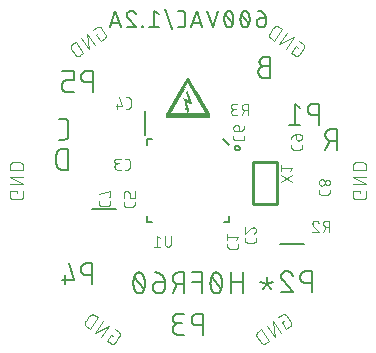
<source format=gbr>
G04 EAGLE Gerber RS-274X export*
G75*
%MOMM*%
%FSLAX34Y34*%
%LPD*%
%INSilkscreen Bottom*%
%IPPOS*%
%AMOC8*
5,1,8,0,0,1.08239X$1,22.5*%
G01*
%ADD10C,0.152400*%
%ADD11C,0.101600*%
%ADD12R,3.644900X0.012700*%
%ADD13R,3.695700X0.012700*%
%ADD14R,3.721100X0.012700*%
%ADD15R,3.746500X0.012700*%
%ADD16R,3.771900X0.012700*%
%ADD17R,3.784600X0.012700*%
%ADD18R,3.797300X0.012700*%
%ADD19R,3.733800X0.012700*%
%ADD20R,3.670300X0.012700*%
%ADD21R,3.657600X0.012700*%
%ADD22R,3.632200X0.012700*%
%ADD23R,0.279400X0.012700*%
%ADD24R,0.266700X0.012700*%
%ADD25R,0.292100X0.012700*%
%ADD26R,0.012700X0.012700*%
%ADD27R,0.038100X0.012700*%
%ADD28R,0.063500X0.012700*%
%ADD29R,0.076200X0.012700*%
%ADD30R,0.101600X0.012700*%
%ADD31R,0.114300X0.012700*%
%ADD32R,0.139700X0.012700*%
%ADD33R,0.165100X0.012700*%
%ADD34R,0.177800X0.012700*%
%ADD35R,0.190500X0.012700*%
%ADD36R,0.215900X0.012700*%
%ADD37R,0.241300X0.012700*%
%ADD38R,0.254000X0.012700*%
%ADD39R,0.228600X0.012700*%
%ADD40R,0.152400X0.012700*%
%ADD41R,0.127000X0.012700*%
%ADD42R,0.203200X0.012700*%
%ADD43R,0.317500X0.012700*%
%ADD44R,0.355600X0.012700*%
%ADD45R,0.381000X0.012700*%
%ADD46R,0.533400X0.012700*%
%ADD47R,0.546100X0.012700*%
%ADD48R,0.368300X0.012700*%
%ADD49R,0.330200X0.012700*%
%ADD50R,0.304800X0.012700*%
%ADD51R,0.050800X0.012700*%
%ADD52R,0.508000X0.012700*%
%ADD53R,0.495300X0.012700*%
%ADD54R,0.469900X0.012700*%
%ADD55R,0.457200X0.012700*%
%ADD56R,0.444500X0.012700*%
%ADD57R,0.431800X0.012700*%
%ADD58R,0.419100X0.012700*%
%ADD59R,0.406400X0.012700*%
%ADD60R,0.393700X0.012700*%
%ADD61R,0.342900X0.012700*%
%ADD62C,0.127000*%
%ADD63C,0.076200*%
%ADD64C,0.254000*%


D10*
X415638Y443087D02*
X410699Y443087D01*
X410699Y443088D02*
X410559Y443086D01*
X410420Y443080D01*
X410280Y443070D01*
X410141Y443056D01*
X410002Y443039D01*
X409864Y443017D01*
X409727Y442991D01*
X409590Y442962D01*
X409454Y442929D01*
X409320Y442892D01*
X409186Y442851D01*
X409054Y442806D01*
X408922Y442757D01*
X408793Y442705D01*
X408665Y442650D01*
X408538Y442590D01*
X408413Y442527D01*
X408290Y442461D01*
X408169Y442391D01*
X408050Y442318D01*
X407933Y442241D01*
X407819Y442161D01*
X407706Y442078D01*
X407596Y441992D01*
X407489Y441902D01*
X407384Y441810D01*
X407282Y441715D01*
X407182Y441617D01*
X407085Y441516D01*
X406991Y441412D01*
X406901Y441306D01*
X406813Y441197D01*
X406728Y441086D01*
X406647Y440972D01*
X406568Y440857D01*
X406493Y440739D01*
X406422Y440619D01*
X406354Y440496D01*
X406289Y440373D01*
X406228Y440247D01*
X406170Y440119D01*
X406116Y439991D01*
X406066Y439860D01*
X406019Y439728D01*
X405976Y439595D01*
X405937Y439461D01*
X405902Y439326D01*
X405871Y439190D01*
X405843Y439052D01*
X405820Y438915D01*
X405800Y438776D01*
X405784Y438637D01*
X405772Y438498D01*
X405764Y438359D01*
X405760Y438219D01*
X405760Y438079D01*
X405764Y437939D01*
X405772Y437800D01*
X405784Y437661D01*
X405800Y437522D01*
X405820Y437383D01*
X405843Y437246D01*
X405871Y437108D01*
X405902Y436972D01*
X405937Y436837D01*
X405976Y436703D01*
X406019Y436570D01*
X406066Y436438D01*
X406116Y436307D01*
X406170Y436179D01*
X406228Y436051D01*
X406289Y435925D01*
X406354Y435802D01*
X406422Y435680D01*
X406493Y435559D01*
X406568Y435441D01*
X406647Y435326D01*
X406728Y435212D01*
X406813Y435101D01*
X406901Y434992D01*
X406991Y434886D01*
X407085Y434782D01*
X407182Y434681D01*
X407282Y434583D01*
X407384Y434488D01*
X407489Y434396D01*
X407596Y434306D01*
X407706Y434220D01*
X407819Y434137D01*
X407933Y434057D01*
X408050Y433980D01*
X408169Y433907D01*
X408290Y433837D01*
X408413Y433771D01*
X408538Y433708D01*
X408665Y433648D01*
X408793Y433593D01*
X408922Y433541D01*
X409054Y433492D01*
X409186Y433447D01*
X409320Y433406D01*
X409454Y433369D01*
X409590Y433336D01*
X409727Y433307D01*
X409864Y433281D01*
X410002Y433259D01*
X410141Y433242D01*
X410280Y433228D01*
X410420Y433218D01*
X410559Y433212D01*
X410699Y433210D01*
X415638Y433210D01*
X415638Y450990D01*
X410699Y450990D01*
X410575Y450988D01*
X410451Y450982D01*
X410327Y450972D01*
X410204Y450959D01*
X410081Y450941D01*
X409959Y450920D01*
X409837Y450895D01*
X409716Y450866D01*
X409597Y450833D01*
X409478Y450797D01*
X409361Y450756D01*
X409245Y450713D01*
X409130Y450665D01*
X409017Y450614D01*
X408905Y450559D01*
X408796Y450501D01*
X408688Y450440D01*
X408582Y450375D01*
X408478Y450307D01*
X408377Y450235D01*
X408277Y450161D01*
X408181Y450083D01*
X408086Y450003D01*
X407994Y449919D01*
X407905Y449833D01*
X407819Y449744D01*
X407735Y449652D01*
X407655Y449557D01*
X407577Y449461D01*
X407503Y449361D01*
X407431Y449260D01*
X407363Y449156D01*
X407298Y449050D01*
X407237Y448942D01*
X407179Y448833D01*
X407124Y448721D01*
X407073Y448608D01*
X407025Y448493D01*
X406982Y448377D01*
X406941Y448260D01*
X406905Y448141D01*
X406872Y448022D01*
X406843Y447901D01*
X406818Y447779D01*
X406797Y447657D01*
X406779Y447534D01*
X406766Y447411D01*
X406756Y447287D01*
X406750Y447163D01*
X406748Y447039D01*
X406750Y446915D01*
X406756Y446791D01*
X406766Y446667D01*
X406779Y446544D01*
X406797Y446421D01*
X406818Y446299D01*
X406843Y446177D01*
X406872Y446056D01*
X406905Y445937D01*
X406941Y445818D01*
X406982Y445701D01*
X407025Y445585D01*
X407073Y445470D01*
X407124Y445357D01*
X407179Y445245D01*
X407237Y445136D01*
X407298Y445028D01*
X407363Y444922D01*
X407431Y444818D01*
X407503Y444717D01*
X407577Y444617D01*
X407655Y444521D01*
X407735Y444426D01*
X407819Y444334D01*
X407905Y444245D01*
X407994Y444159D01*
X408086Y444075D01*
X408181Y443995D01*
X408277Y443917D01*
X408377Y443843D01*
X408478Y443771D01*
X408582Y443703D01*
X408688Y443638D01*
X408796Y443577D01*
X408905Y443519D01*
X409017Y443464D01*
X409130Y443413D01*
X409245Y443365D01*
X409361Y443322D01*
X409478Y443281D01*
X409597Y443245D01*
X409716Y443212D01*
X409837Y443183D01*
X409959Y443158D01*
X410081Y443137D01*
X410204Y443119D01*
X410327Y443106D01*
X410451Y443096D01*
X410575Y443090D01*
X410699Y443088D01*
X472372Y389801D02*
X472372Y372021D01*
X472372Y389801D02*
X467433Y389801D01*
X467293Y389799D01*
X467154Y389793D01*
X467014Y389783D01*
X466875Y389769D01*
X466736Y389752D01*
X466598Y389730D01*
X466461Y389704D01*
X466324Y389675D01*
X466188Y389642D01*
X466054Y389605D01*
X465920Y389564D01*
X465788Y389519D01*
X465656Y389470D01*
X465527Y389418D01*
X465399Y389363D01*
X465272Y389303D01*
X465147Y389240D01*
X465024Y389174D01*
X464903Y389104D01*
X464784Y389031D01*
X464667Y388954D01*
X464553Y388874D01*
X464440Y388791D01*
X464330Y388705D01*
X464223Y388615D01*
X464118Y388523D01*
X464016Y388428D01*
X463916Y388330D01*
X463819Y388229D01*
X463725Y388125D01*
X463635Y388019D01*
X463547Y387910D01*
X463462Y387799D01*
X463381Y387685D01*
X463302Y387570D01*
X463227Y387452D01*
X463156Y387332D01*
X463088Y387209D01*
X463023Y387086D01*
X462962Y386960D01*
X462904Y386832D01*
X462850Y386704D01*
X462800Y386573D01*
X462753Y386441D01*
X462710Y386308D01*
X462671Y386174D01*
X462636Y386039D01*
X462605Y385903D01*
X462577Y385765D01*
X462554Y385628D01*
X462534Y385489D01*
X462518Y385350D01*
X462506Y385211D01*
X462498Y385072D01*
X462494Y384932D01*
X462494Y384792D01*
X462498Y384652D01*
X462506Y384513D01*
X462518Y384374D01*
X462534Y384235D01*
X462554Y384096D01*
X462577Y383959D01*
X462605Y383821D01*
X462636Y383685D01*
X462671Y383550D01*
X462710Y383416D01*
X462753Y383283D01*
X462800Y383151D01*
X462850Y383020D01*
X462904Y382892D01*
X462962Y382764D01*
X463023Y382638D01*
X463088Y382515D01*
X463156Y382393D01*
X463227Y382272D01*
X463302Y382154D01*
X463381Y382039D01*
X463462Y381925D01*
X463547Y381814D01*
X463635Y381705D01*
X463725Y381599D01*
X463819Y381495D01*
X463916Y381394D01*
X464016Y381296D01*
X464118Y381201D01*
X464223Y381109D01*
X464330Y381019D01*
X464440Y380933D01*
X464553Y380850D01*
X464667Y380770D01*
X464784Y380693D01*
X464903Y380620D01*
X465024Y380550D01*
X465147Y380484D01*
X465272Y380421D01*
X465399Y380361D01*
X465527Y380306D01*
X465656Y380254D01*
X465788Y380205D01*
X465920Y380160D01*
X466054Y380119D01*
X466188Y380082D01*
X466324Y380049D01*
X466461Y380020D01*
X466598Y379994D01*
X466736Y379972D01*
X466875Y379955D01*
X467014Y379941D01*
X467154Y379931D01*
X467293Y379925D01*
X467433Y379923D01*
X472372Y379923D01*
X466445Y379923D02*
X462494Y372021D01*
X244775Y373169D02*
X244775Y355389D01*
X244775Y373169D02*
X239836Y373169D01*
X239697Y373167D01*
X239559Y373161D01*
X239421Y373152D01*
X239283Y373138D01*
X239146Y373121D01*
X239009Y373099D01*
X238872Y373074D01*
X238737Y373045D01*
X238602Y373012D01*
X238469Y372976D01*
X238336Y372936D01*
X238205Y372892D01*
X238075Y372844D01*
X237946Y372793D01*
X237819Y372738D01*
X237693Y372680D01*
X237569Y372618D01*
X237447Y372553D01*
X237327Y372484D01*
X237208Y372412D01*
X237092Y372337D01*
X236978Y372258D01*
X236866Y372176D01*
X236757Y372091D01*
X236649Y372004D01*
X236545Y371913D01*
X236443Y371819D01*
X236344Y371722D01*
X236247Y371623D01*
X236153Y371521D01*
X236062Y371417D01*
X235975Y371309D01*
X235890Y371200D01*
X235808Y371088D01*
X235729Y370974D01*
X235654Y370858D01*
X235582Y370739D01*
X235513Y370619D01*
X235448Y370497D01*
X235386Y370373D01*
X235328Y370247D01*
X235273Y370120D01*
X235222Y369991D01*
X235174Y369861D01*
X235130Y369730D01*
X235090Y369597D01*
X235054Y369464D01*
X235021Y369329D01*
X234992Y369194D01*
X234967Y369057D01*
X234945Y368920D01*
X234928Y368783D01*
X234914Y368645D01*
X234905Y368507D01*
X234899Y368369D01*
X234897Y368230D01*
X234897Y360328D01*
X234899Y360189D01*
X234905Y360051D01*
X234914Y359913D01*
X234928Y359775D01*
X234945Y359638D01*
X234967Y359501D01*
X234992Y359364D01*
X235021Y359229D01*
X235054Y359094D01*
X235090Y358961D01*
X235130Y358828D01*
X235174Y358697D01*
X235222Y358567D01*
X235273Y358438D01*
X235328Y358311D01*
X235386Y358185D01*
X235448Y358061D01*
X235513Y357939D01*
X235582Y357819D01*
X235654Y357700D01*
X235729Y357584D01*
X235808Y357470D01*
X235890Y357358D01*
X235975Y357249D01*
X236062Y357141D01*
X236153Y357037D01*
X236247Y356935D01*
X236344Y356836D01*
X236443Y356739D01*
X236545Y356645D01*
X236649Y356554D01*
X236757Y356467D01*
X236866Y356382D01*
X236978Y356300D01*
X237092Y356221D01*
X237208Y356146D01*
X237327Y356074D01*
X237447Y356005D01*
X237569Y355940D01*
X237693Y355878D01*
X237819Y355820D01*
X237946Y355765D01*
X238075Y355714D01*
X238205Y355666D01*
X238336Y355622D01*
X238469Y355582D01*
X238602Y355546D01*
X238737Y355513D01*
X238872Y355484D01*
X239009Y355459D01*
X239146Y355437D01*
X239283Y355420D01*
X239421Y355406D01*
X239559Y355397D01*
X239697Y355391D01*
X239836Y355389D01*
X244775Y355389D01*
X240977Y380947D02*
X237026Y380947D01*
X240977Y380947D02*
X241101Y380949D01*
X241225Y380955D01*
X241349Y380965D01*
X241472Y380978D01*
X241595Y380996D01*
X241717Y381017D01*
X241839Y381042D01*
X241960Y381071D01*
X242079Y381104D01*
X242198Y381140D01*
X242315Y381181D01*
X242431Y381224D01*
X242546Y381272D01*
X242659Y381323D01*
X242771Y381378D01*
X242880Y381436D01*
X242988Y381497D01*
X243094Y381562D01*
X243198Y381630D01*
X243299Y381702D01*
X243399Y381776D01*
X243495Y381854D01*
X243590Y381934D01*
X243682Y382018D01*
X243771Y382104D01*
X243857Y382193D01*
X243941Y382285D01*
X244021Y382380D01*
X244099Y382476D01*
X244173Y382576D01*
X244245Y382677D01*
X244313Y382781D01*
X244378Y382887D01*
X244439Y382995D01*
X244497Y383104D01*
X244552Y383216D01*
X244603Y383329D01*
X244651Y383444D01*
X244694Y383560D01*
X244735Y383677D01*
X244771Y383796D01*
X244804Y383915D01*
X244833Y384036D01*
X244858Y384158D01*
X244879Y384280D01*
X244897Y384403D01*
X244910Y384526D01*
X244920Y384650D01*
X244926Y384774D01*
X244928Y384898D01*
X244928Y394776D01*
X244926Y394900D01*
X244920Y395024D01*
X244910Y395148D01*
X244897Y395271D01*
X244879Y395394D01*
X244858Y395516D01*
X244833Y395638D01*
X244804Y395759D01*
X244771Y395878D01*
X244735Y395997D01*
X244694Y396114D01*
X244651Y396230D01*
X244603Y396345D01*
X244552Y396458D01*
X244497Y396570D01*
X244439Y396679D01*
X244378Y396787D01*
X244313Y396893D01*
X244245Y396997D01*
X244173Y397098D01*
X244099Y397198D01*
X244021Y397294D01*
X243941Y397389D01*
X243857Y397481D01*
X243771Y397570D01*
X243682Y397656D01*
X243590Y397740D01*
X243495Y397820D01*
X243399Y397898D01*
X243299Y397972D01*
X243198Y398044D01*
X243094Y398112D01*
X242988Y398177D01*
X242880Y398238D01*
X242771Y398296D01*
X242659Y398351D01*
X242546Y398402D01*
X242432Y398450D01*
X242315Y398493D01*
X242198Y398534D01*
X242079Y398570D01*
X241960Y398603D01*
X241839Y398632D01*
X241717Y398657D01*
X241595Y398678D01*
X241472Y398696D01*
X241349Y398709D01*
X241225Y398719D01*
X241101Y398725D01*
X240977Y398727D01*
X237026Y398727D01*
D11*
X437367Y459871D02*
X438962Y458754D01*
X437367Y459871D02*
X433644Y454554D01*
X436834Y452320D01*
X436917Y452265D01*
X437001Y452213D01*
X437088Y452164D01*
X437176Y452118D01*
X437266Y452076D01*
X437358Y452037D01*
X437451Y452002D01*
X437545Y451970D01*
X437640Y451942D01*
X437737Y451918D01*
X437834Y451897D01*
X437932Y451881D01*
X438031Y451867D01*
X438130Y451858D01*
X438229Y451853D01*
X438329Y451851D01*
X438428Y451853D01*
X438527Y451859D01*
X438626Y451869D01*
X438725Y451882D01*
X438823Y451900D01*
X438920Y451921D01*
X439016Y451945D01*
X439112Y451974D01*
X439206Y452006D01*
X439299Y452041D01*
X439390Y452080D01*
X439480Y452123D01*
X439568Y452169D01*
X439654Y452218D01*
X439739Y452271D01*
X439821Y452327D01*
X439901Y452386D01*
X439979Y452448D01*
X440054Y452513D01*
X440127Y452580D01*
X440197Y452651D01*
X440265Y452724D01*
X440329Y452800D01*
X440391Y452878D01*
X440450Y452958D01*
X440450Y452957D02*
X444173Y458274D01*
X444173Y458275D02*
X444228Y458358D01*
X444280Y458442D01*
X444329Y458529D01*
X444375Y458617D01*
X444417Y458707D01*
X444456Y458799D01*
X444491Y458892D01*
X444523Y458986D01*
X444551Y459081D01*
X444575Y459178D01*
X444596Y459275D01*
X444612Y459373D01*
X444626Y459472D01*
X444635Y459571D01*
X444640Y459670D01*
X444642Y459770D01*
X444640Y459869D01*
X444634Y459968D01*
X444624Y460067D01*
X444611Y460166D01*
X444593Y460264D01*
X444572Y460361D01*
X444548Y460457D01*
X444519Y460553D01*
X444487Y460647D01*
X444452Y460740D01*
X444413Y460831D01*
X444370Y460921D01*
X444324Y461009D01*
X444275Y461095D01*
X444222Y461180D01*
X444166Y461262D01*
X444107Y461342D01*
X444045Y461420D01*
X443980Y461495D01*
X443913Y461568D01*
X443842Y461638D01*
X443769Y461706D01*
X443693Y461770D01*
X443615Y461832D01*
X443535Y461891D01*
X443536Y461891D02*
X440345Y464125D01*
X435676Y467394D02*
X428974Y457823D01*
X423657Y461547D02*
X435676Y467394D01*
X430358Y471118D02*
X423657Y461547D01*
X418987Y464816D02*
X425689Y474387D01*
X423030Y476249D01*
X422936Y476312D01*
X422840Y476372D01*
X422742Y476429D01*
X422642Y476482D01*
X422540Y476532D01*
X422436Y476578D01*
X422331Y476620D01*
X422225Y476659D01*
X422117Y476694D01*
X422008Y476725D01*
X421898Y476753D01*
X421787Y476776D01*
X421676Y476796D01*
X421564Y476812D01*
X421451Y476824D01*
X421338Y476832D01*
X421225Y476836D01*
X421111Y476836D01*
X420998Y476832D01*
X420885Y476824D01*
X420772Y476812D01*
X420660Y476796D01*
X420549Y476776D01*
X420438Y476753D01*
X420328Y476725D01*
X420219Y476694D01*
X420111Y476659D01*
X420005Y476620D01*
X419900Y476578D01*
X419796Y476532D01*
X419694Y476482D01*
X419594Y476429D01*
X419496Y476372D01*
X419400Y476312D01*
X419306Y476249D01*
X419215Y476182D01*
X419125Y476113D01*
X419038Y476040D01*
X418954Y475964D01*
X418873Y475885D01*
X418794Y475804D01*
X418718Y475720D01*
X418645Y475633D01*
X418576Y475544D01*
X418509Y475452D01*
X418510Y475452D02*
X415531Y471198D01*
X415531Y471199D02*
X415468Y471105D01*
X415408Y471009D01*
X415351Y470911D01*
X415298Y470811D01*
X415248Y470709D01*
X415202Y470605D01*
X415160Y470500D01*
X415121Y470394D01*
X415086Y470286D01*
X415055Y470177D01*
X415027Y470067D01*
X415004Y469956D01*
X414984Y469845D01*
X414968Y469733D01*
X414956Y469620D01*
X414948Y469507D01*
X414944Y469394D01*
X414944Y469280D01*
X414948Y469167D01*
X414956Y469054D01*
X414968Y468941D01*
X414984Y468829D01*
X415004Y468718D01*
X415027Y468607D01*
X415055Y468497D01*
X415086Y468388D01*
X415121Y468280D01*
X415160Y468174D01*
X415202Y468069D01*
X415248Y467965D01*
X415298Y467863D01*
X415351Y467763D01*
X415408Y467665D01*
X415468Y467569D01*
X415531Y467475D01*
X415598Y467383D01*
X415667Y467294D01*
X415740Y467207D01*
X415816Y467123D01*
X415895Y467042D01*
X415976Y466963D01*
X416060Y466887D01*
X416147Y466814D01*
X416237Y466745D01*
X416328Y466678D01*
X418987Y464816D01*
X492049Y337254D02*
X492049Y335306D01*
X492049Y337254D02*
X485558Y337254D01*
X485558Y333359D01*
X485560Y333260D01*
X485566Y333160D01*
X485575Y333061D01*
X485588Y332963D01*
X485605Y332865D01*
X485626Y332767D01*
X485651Y332671D01*
X485679Y332576D01*
X485711Y332482D01*
X485746Y332389D01*
X485785Y332297D01*
X485828Y332207D01*
X485873Y332119D01*
X485923Y332032D01*
X485975Y331948D01*
X486031Y331865D01*
X486089Y331785D01*
X486151Y331707D01*
X486216Y331632D01*
X486284Y331559D01*
X486354Y331489D01*
X486427Y331421D01*
X486502Y331356D01*
X486580Y331294D01*
X486660Y331236D01*
X486743Y331180D01*
X486827Y331128D01*
X486914Y331078D01*
X487002Y331033D01*
X487092Y330990D01*
X487184Y330951D01*
X487277Y330916D01*
X487371Y330884D01*
X487466Y330856D01*
X487562Y330831D01*
X487660Y330810D01*
X487758Y330793D01*
X487856Y330780D01*
X487955Y330771D01*
X488055Y330765D01*
X488154Y330763D01*
X494646Y330763D01*
X494745Y330765D01*
X494845Y330771D01*
X494944Y330780D01*
X495042Y330793D01*
X495140Y330810D01*
X495238Y330831D01*
X495334Y330856D01*
X495429Y330884D01*
X495523Y330916D01*
X495616Y330951D01*
X495708Y330990D01*
X495798Y331033D01*
X495886Y331078D01*
X495973Y331128D01*
X496057Y331180D01*
X496140Y331236D01*
X496220Y331294D01*
X496298Y331356D01*
X496373Y331421D01*
X496446Y331489D01*
X496516Y331559D01*
X496584Y331632D01*
X496649Y331707D01*
X496711Y331785D01*
X496769Y331865D01*
X496825Y331948D01*
X496877Y332032D01*
X496927Y332119D01*
X496972Y332207D01*
X497015Y332297D01*
X497054Y332389D01*
X497089Y332481D01*
X497121Y332576D01*
X497149Y332671D01*
X497174Y332767D01*
X497195Y332865D01*
X497212Y332963D01*
X497225Y333061D01*
X497234Y333160D01*
X497240Y333260D01*
X497242Y333359D01*
X497242Y337254D01*
X497242Y342954D02*
X485558Y342954D01*
X485558Y349446D02*
X497242Y342954D01*
X497242Y349446D02*
X485558Y349446D01*
X485558Y355146D02*
X497242Y355146D01*
X497242Y358392D01*
X497240Y358505D01*
X497234Y358618D01*
X497224Y358731D01*
X497210Y358844D01*
X497193Y358956D01*
X497171Y359067D01*
X497146Y359177D01*
X497116Y359287D01*
X497083Y359395D01*
X497046Y359502D01*
X497006Y359608D01*
X496961Y359712D01*
X496913Y359815D01*
X496862Y359916D01*
X496807Y360015D01*
X496749Y360112D01*
X496687Y360207D01*
X496622Y360300D01*
X496554Y360390D01*
X496483Y360478D01*
X496408Y360564D01*
X496331Y360647D01*
X496251Y360727D01*
X496168Y360804D01*
X496082Y360879D01*
X495994Y360950D01*
X495904Y361018D01*
X495811Y361083D01*
X495716Y361145D01*
X495619Y361203D01*
X495520Y361258D01*
X495419Y361309D01*
X495316Y361357D01*
X495212Y361402D01*
X495106Y361442D01*
X494999Y361479D01*
X494891Y361512D01*
X494781Y361542D01*
X494671Y361567D01*
X494560Y361589D01*
X494448Y361606D01*
X494335Y361620D01*
X494222Y361630D01*
X494109Y361636D01*
X493996Y361638D01*
X488804Y361638D01*
X488691Y361636D01*
X488578Y361630D01*
X488465Y361620D01*
X488352Y361606D01*
X488240Y361589D01*
X488129Y361567D01*
X488019Y361542D01*
X487909Y361512D01*
X487801Y361479D01*
X487694Y361442D01*
X487588Y361402D01*
X487484Y361357D01*
X487381Y361309D01*
X487280Y361258D01*
X487181Y361203D01*
X487084Y361145D01*
X486989Y361083D01*
X486896Y361018D01*
X486806Y360950D01*
X486718Y360879D01*
X486632Y360804D01*
X486549Y360727D01*
X486469Y360647D01*
X486392Y360564D01*
X486317Y360478D01*
X486246Y360390D01*
X486178Y360300D01*
X486113Y360207D01*
X486051Y360112D01*
X485993Y360015D01*
X485938Y359916D01*
X485887Y359815D01*
X485839Y359712D01*
X485794Y359608D01*
X485754Y359502D01*
X485717Y359395D01*
X485684Y359287D01*
X485654Y359177D01*
X485629Y359067D01*
X485607Y358956D01*
X485590Y358844D01*
X485576Y358731D01*
X485566Y358618D01*
X485560Y358505D01*
X485558Y358392D01*
X485558Y355146D01*
X427351Y227280D02*
X425756Y226163D01*
X429479Y220846D01*
X432670Y223080D01*
X432669Y223080D02*
X432749Y223139D01*
X432827Y223201D01*
X432903Y223265D01*
X432976Y223333D01*
X433047Y223403D01*
X433114Y223476D01*
X433179Y223551D01*
X433241Y223629D01*
X433300Y223709D01*
X433356Y223791D01*
X433409Y223876D01*
X433458Y223962D01*
X433504Y224050D01*
X433547Y224140D01*
X433586Y224231D01*
X433621Y224324D01*
X433653Y224418D01*
X433682Y224514D01*
X433706Y224610D01*
X433727Y224707D01*
X433745Y224805D01*
X433758Y224904D01*
X433768Y225003D01*
X433774Y225102D01*
X433776Y225201D01*
X433774Y225301D01*
X433769Y225400D01*
X433759Y225499D01*
X433746Y225598D01*
X433730Y225696D01*
X433709Y225793D01*
X433685Y225890D01*
X433657Y225985D01*
X433625Y226079D01*
X433590Y226172D01*
X433551Y226264D01*
X433509Y226354D01*
X433463Y226442D01*
X433414Y226529D01*
X433362Y226613D01*
X433307Y226696D01*
X429584Y232013D01*
X429525Y232093D01*
X429463Y232171D01*
X429399Y232247D01*
X429331Y232320D01*
X429261Y232391D01*
X429188Y232458D01*
X429113Y232523D01*
X429035Y232585D01*
X428955Y232644D01*
X428873Y232700D01*
X428788Y232753D01*
X428702Y232802D01*
X428614Y232848D01*
X428524Y232891D01*
X428433Y232930D01*
X428340Y232965D01*
X428246Y232997D01*
X428150Y233026D01*
X428054Y233050D01*
X427957Y233071D01*
X427859Y233089D01*
X427760Y233102D01*
X427661Y233112D01*
X427562Y233118D01*
X427463Y233120D01*
X427363Y233118D01*
X427264Y233113D01*
X427165Y233104D01*
X427066Y233090D01*
X426968Y233074D01*
X426871Y233053D01*
X426774Y233029D01*
X426679Y233001D01*
X426585Y232969D01*
X426492Y232934D01*
X426400Y232895D01*
X426310Y232853D01*
X426222Y232807D01*
X426135Y232758D01*
X426051Y232706D01*
X425968Y232651D01*
X422778Y230417D01*
X418108Y227147D02*
X424809Y217576D01*
X419492Y213853D02*
X418108Y227147D01*
X412791Y223424D02*
X419492Y213853D01*
X414822Y210583D02*
X408121Y220154D01*
X405462Y218292D01*
X405462Y218293D02*
X405371Y218226D01*
X405281Y218157D01*
X405194Y218084D01*
X405110Y218008D01*
X405029Y217929D01*
X404950Y217848D01*
X404874Y217764D01*
X404801Y217677D01*
X404732Y217588D01*
X404665Y217496D01*
X404602Y217402D01*
X404542Y217306D01*
X404485Y217208D01*
X404432Y217108D01*
X404382Y217006D01*
X404336Y216902D01*
X404294Y216797D01*
X404255Y216691D01*
X404220Y216583D01*
X404189Y216474D01*
X404161Y216364D01*
X404138Y216253D01*
X404118Y216142D01*
X404102Y216030D01*
X404090Y215917D01*
X404082Y215804D01*
X404078Y215691D01*
X404078Y215577D01*
X404082Y215464D01*
X404090Y215351D01*
X404102Y215238D01*
X404118Y215126D01*
X404138Y215015D01*
X404161Y214904D01*
X404189Y214794D01*
X404220Y214685D01*
X404255Y214577D01*
X404294Y214471D01*
X404336Y214366D01*
X404382Y214262D01*
X404432Y214160D01*
X404485Y214060D01*
X404542Y213962D01*
X404602Y213866D01*
X404665Y213772D01*
X407644Y209518D01*
X407643Y209518D02*
X407710Y209427D01*
X407779Y209337D01*
X407852Y209250D01*
X407928Y209166D01*
X408007Y209085D01*
X408088Y209006D01*
X408172Y208930D01*
X408259Y208857D01*
X408349Y208788D01*
X408440Y208721D01*
X408534Y208658D01*
X408630Y208598D01*
X408728Y208541D01*
X408828Y208488D01*
X408930Y208438D01*
X409034Y208392D01*
X409139Y208350D01*
X409245Y208311D01*
X409353Y208276D01*
X409462Y208245D01*
X409572Y208217D01*
X409683Y208194D01*
X409794Y208174D01*
X409906Y208158D01*
X410019Y208146D01*
X410132Y208138D01*
X410245Y208134D01*
X410359Y208134D01*
X410472Y208138D01*
X410585Y208146D01*
X410698Y208158D01*
X410810Y208174D01*
X410921Y208194D01*
X411032Y208217D01*
X411142Y208245D01*
X411251Y208276D01*
X411359Y208311D01*
X411465Y208350D01*
X411570Y208392D01*
X411674Y208438D01*
X411776Y208488D01*
X411876Y208541D01*
X411974Y208598D01*
X412070Y208658D01*
X412164Y208721D01*
X414822Y210583D01*
X282896Y214783D02*
X281301Y215900D01*
X277578Y210583D01*
X280768Y208349D01*
X280851Y208294D01*
X280935Y208242D01*
X281022Y208193D01*
X281110Y208147D01*
X281200Y208105D01*
X281292Y208066D01*
X281385Y208031D01*
X281479Y207999D01*
X281574Y207971D01*
X281671Y207947D01*
X281768Y207926D01*
X281866Y207910D01*
X281965Y207896D01*
X282064Y207887D01*
X282163Y207882D01*
X282263Y207880D01*
X282362Y207882D01*
X282461Y207888D01*
X282560Y207898D01*
X282659Y207911D01*
X282757Y207929D01*
X282854Y207950D01*
X282950Y207974D01*
X283046Y208003D01*
X283140Y208035D01*
X283233Y208070D01*
X283324Y208109D01*
X283414Y208152D01*
X283502Y208198D01*
X283588Y208247D01*
X283673Y208300D01*
X283755Y208356D01*
X283835Y208415D01*
X283913Y208477D01*
X283988Y208542D01*
X284061Y208609D01*
X284131Y208680D01*
X284199Y208753D01*
X284263Y208829D01*
X284325Y208907D01*
X284384Y208987D01*
X288107Y214304D01*
X288162Y214387D01*
X288214Y214471D01*
X288263Y214558D01*
X288309Y214646D01*
X288351Y214736D01*
X288390Y214828D01*
X288425Y214921D01*
X288457Y215015D01*
X288485Y215110D01*
X288509Y215207D01*
X288530Y215304D01*
X288546Y215402D01*
X288560Y215501D01*
X288569Y215600D01*
X288574Y215699D01*
X288576Y215799D01*
X288574Y215898D01*
X288568Y215997D01*
X288558Y216096D01*
X288545Y216195D01*
X288527Y216293D01*
X288506Y216390D01*
X288482Y216486D01*
X288453Y216582D01*
X288421Y216676D01*
X288386Y216769D01*
X288347Y216860D01*
X288304Y216950D01*
X288258Y217038D01*
X288209Y217124D01*
X288156Y217209D01*
X288100Y217291D01*
X288041Y217371D01*
X287979Y217449D01*
X287914Y217524D01*
X287847Y217597D01*
X287776Y217667D01*
X287703Y217735D01*
X287627Y217799D01*
X287549Y217861D01*
X287469Y217920D01*
X287470Y217920D02*
X284279Y220154D01*
X279610Y223424D02*
X272908Y213853D01*
X267591Y217576D02*
X279610Y223424D01*
X274292Y227147D02*
X267591Y217576D01*
X262921Y220846D02*
X269622Y230417D01*
X266964Y232278D01*
X266964Y232279D02*
X266870Y232342D01*
X266774Y232402D01*
X266676Y232459D01*
X266576Y232512D01*
X266474Y232562D01*
X266370Y232608D01*
X266265Y232650D01*
X266159Y232689D01*
X266051Y232724D01*
X265942Y232755D01*
X265832Y232783D01*
X265721Y232806D01*
X265610Y232826D01*
X265498Y232842D01*
X265385Y232854D01*
X265272Y232862D01*
X265159Y232866D01*
X265045Y232866D01*
X264932Y232862D01*
X264819Y232854D01*
X264706Y232842D01*
X264594Y232826D01*
X264483Y232806D01*
X264372Y232783D01*
X264262Y232755D01*
X264153Y232724D01*
X264045Y232689D01*
X263939Y232650D01*
X263834Y232608D01*
X263730Y232562D01*
X263628Y232512D01*
X263528Y232459D01*
X263430Y232402D01*
X263334Y232342D01*
X263240Y232279D01*
X263149Y232212D01*
X263059Y232143D01*
X262972Y232070D01*
X262888Y231994D01*
X262807Y231915D01*
X262728Y231834D01*
X262652Y231750D01*
X262579Y231663D01*
X262510Y231574D01*
X262443Y231482D01*
X262444Y231481D02*
X259465Y227228D01*
X259402Y227134D01*
X259342Y227038D01*
X259285Y226940D01*
X259232Y226840D01*
X259182Y226738D01*
X259136Y226634D01*
X259094Y226529D01*
X259055Y226423D01*
X259020Y226315D01*
X258989Y226206D01*
X258961Y226096D01*
X258938Y225985D01*
X258918Y225874D01*
X258902Y225762D01*
X258890Y225649D01*
X258882Y225536D01*
X258878Y225423D01*
X258878Y225309D01*
X258882Y225196D01*
X258890Y225083D01*
X258902Y224970D01*
X258918Y224858D01*
X258938Y224747D01*
X258961Y224636D01*
X258989Y224526D01*
X259020Y224417D01*
X259055Y224309D01*
X259094Y224203D01*
X259136Y224098D01*
X259182Y223994D01*
X259232Y223892D01*
X259285Y223792D01*
X259342Y223694D01*
X259402Y223598D01*
X259465Y223504D01*
X259532Y223412D01*
X259601Y223323D01*
X259674Y223236D01*
X259750Y223152D01*
X259829Y223071D01*
X259910Y222992D01*
X259994Y222916D01*
X260081Y222843D01*
X260171Y222774D01*
X260262Y222707D01*
X262921Y220846D01*
X201649Y335306D02*
X201649Y337254D01*
X195158Y337254D01*
X195158Y333359D01*
X195160Y333260D01*
X195166Y333160D01*
X195175Y333061D01*
X195188Y332963D01*
X195205Y332865D01*
X195226Y332767D01*
X195251Y332671D01*
X195279Y332576D01*
X195311Y332482D01*
X195346Y332389D01*
X195385Y332297D01*
X195428Y332207D01*
X195473Y332119D01*
X195523Y332032D01*
X195575Y331948D01*
X195631Y331865D01*
X195689Y331785D01*
X195751Y331707D01*
X195816Y331632D01*
X195884Y331559D01*
X195954Y331489D01*
X196027Y331421D01*
X196102Y331356D01*
X196180Y331294D01*
X196260Y331236D01*
X196343Y331180D01*
X196427Y331128D01*
X196514Y331078D01*
X196602Y331033D01*
X196692Y330990D01*
X196784Y330951D01*
X196877Y330916D01*
X196971Y330884D01*
X197066Y330856D01*
X197162Y330831D01*
X197260Y330810D01*
X197358Y330793D01*
X197456Y330780D01*
X197555Y330771D01*
X197655Y330765D01*
X197754Y330763D01*
X204246Y330763D01*
X204345Y330765D01*
X204445Y330771D01*
X204544Y330780D01*
X204642Y330793D01*
X204740Y330810D01*
X204838Y330831D01*
X204934Y330856D01*
X205029Y330884D01*
X205123Y330916D01*
X205216Y330951D01*
X205308Y330990D01*
X205398Y331033D01*
X205486Y331078D01*
X205573Y331128D01*
X205657Y331180D01*
X205740Y331236D01*
X205820Y331294D01*
X205898Y331356D01*
X205973Y331421D01*
X206046Y331489D01*
X206116Y331559D01*
X206184Y331632D01*
X206249Y331707D01*
X206311Y331785D01*
X206369Y331865D01*
X206425Y331948D01*
X206477Y332032D01*
X206527Y332119D01*
X206572Y332207D01*
X206615Y332297D01*
X206654Y332389D01*
X206689Y332481D01*
X206721Y332576D01*
X206749Y332671D01*
X206774Y332767D01*
X206795Y332865D01*
X206812Y332963D01*
X206825Y333061D01*
X206834Y333160D01*
X206840Y333260D01*
X206842Y333359D01*
X206842Y337254D01*
X206842Y342954D02*
X195158Y342954D01*
X195158Y349446D02*
X206842Y342954D01*
X206842Y349446D02*
X195158Y349446D01*
X195158Y355146D02*
X206842Y355146D01*
X206842Y358392D01*
X206840Y358505D01*
X206834Y358618D01*
X206824Y358731D01*
X206810Y358844D01*
X206793Y358956D01*
X206771Y359067D01*
X206746Y359177D01*
X206716Y359287D01*
X206683Y359395D01*
X206646Y359502D01*
X206606Y359608D01*
X206561Y359712D01*
X206513Y359815D01*
X206462Y359916D01*
X206407Y360015D01*
X206349Y360112D01*
X206287Y360207D01*
X206222Y360300D01*
X206154Y360390D01*
X206083Y360478D01*
X206008Y360564D01*
X205931Y360647D01*
X205851Y360727D01*
X205768Y360804D01*
X205682Y360879D01*
X205594Y360950D01*
X205504Y361018D01*
X205411Y361083D01*
X205316Y361145D01*
X205219Y361203D01*
X205120Y361258D01*
X205019Y361309D01*
X204916Y361357D01*
X204812Y361402D01*
X204706Y361442D01*
X204599Y361479D01*
X204491Y361512D01*
X204381Y361542D01*
X204271Y361567D01*
X204160Y361589D01*
X204048Y361606D01*
X203935Y361620D01*
X203822Y361630D01*
X203709Y361636D01*
X203596Y361638D01*
X198404Y361638D01*
X198291Y361636D01*
X198178Y361630D01*
X198065Y361620D01*
X197952Y361606D01*
X197840Y361589D01*
X197729Y361567D01*
X197619Y361542D01*
X197509Y361512D01*
X197401Y361479D01*
X197294Y361442D01*
X197188Y361402D01*
X197084Y361357D01*
X196981Y361309D01*
X196880Y361258D01*
X196781Y361203D01*
X196684Y361145D01*
X196589Y361083D01*
X196496Y361018D01*
X196406Y360950D01*
X196318Y360879D01*
X196232Y360804D01*
X196149Y360727D01*
X196069Y360647D01*
X195992Y360564D01*
X195917Y360478D01*
X195846Y360390D01*
X195778Y360300D01*
X195713Y360207D01*
X195651Y360112D01*
X195593Y360015D01*
X195538Y359916D01*
X195487Y359815D01*
X195439Y359712D01*
X195394Y359608D01*
X195354Y359502D01*
X195317Y359395D01*
X195284Y359287D01*
X195254Y359177D01*
X195229Y359067D01*
X195207Y358956D01*
X195190Y358844D01*
X195176Y358731D01*
X195166Y358618D01*
X195160Y358505D01*
X195158Y358392D01*
X195158Y355146D01*
X268654Y469687D02*
X270249Y470804D01*
X268654Y469687D02*
X272377Y464369D01*
X275567Y466603D01*
X275647Y466662D01*
X275725Y466724D01*
X275801Y466788D01*
X275874Y466856D01*
X275945Y466926D01*
X276012Y466999D01*
X276077Y467074D01*
X276139Y467152D01*
X276198Y467232D01*
X276254Y467314D01*
X276307Y467399D01*
X276356Y467485D01*
X276402Y467573D01*
X276445Y467663D01*
X276484Y467754D01*
X276519Y467847D01*
X276551Y467941D01*
X276580Y468037D01*
X276604Y468133D01*
X276625Y468230D01*
X276643Y468328D01*
X276656Y468427D01*
X276666Y468526D01*
X276672Y468625D01*
X276674Y468724D01*
X276672Y468824D01*
X276667Y468923D01*
X276657Y469022D01*
X276644Y469121D01*
X276628Y469219D01*
X276607Y469316D01*
X276583Y469413D01*
X276555Y469508D01*
X276523Y469602D01*
X276488Y469695D01*
X276449Y469787D01*
X276407Y469877D01*
X276361Y469965D01*
X276312Y470052D01*
X276260Y470136D01*
X276205Y470219D01*
X272482Y475537D01*
X272482Y475536D02*
X272423Y475616D01*
X272361Y475694D01*
X272297Y475770D01*
X272229Y475843D01*
X272159Y475914D01*
X272086Y475981D01*
X272011Y476046D01*
X271933Y476108D01*
X271853Y476167D01*
X271771Y476223D01*
X271686Y476276D01*
X271600Y476325D01*
X271512Y476371D01*
X271422Y476414D01*
X271331Y476453D01*
X271238Y476488D01*
X271144Y476520D01*
X271048Y476549D01*
X270952Y476573D01*
X270855Y476594D01*
X270757Y476612D01*
X270658Y476625D01*
X270559Y476635D01*
X270460Y476641D01*
X270361Y476643D01*
X270261Y476641D01*
X270162Y476636D01*
X270063Y476627D01*
X269964Y476613D01*
X269866Y476597D01*
X269769Y476576D01*
X269672Y476552D01*
X269577Y476524D01*
X269483Y476492D01*
X269390Y476457D01*
X269298Y476418D01*
X269208Y476376D01*
X269120Y476330D01*
X269033Y476281D01*
X268949Y476229D01*
X268866Y476174D01*
X265675Y473940D01*
X261005Y470670D02*
X267707Y461099D01*
X262390Y457376D02*
X261005Y470670D01*
X255688Y466947D02*
X262390Y457376D01*
X257720Y454106D02*
X251018Y463677D01*
X248360Y461816D01*
X248359Y461816D02*
X248268Y461749D01*
X248178Y461680D01*
X248091Y461607D01*
X248007Y461531D01*
X247926Y461452D01*
X247847Y461371D01*
X247771Y461287D01*
X247698Y461200D01*
X247629Y461111D01*
X247562Y461019D01*
X247499Y460925D01*
X247439Y460829D01*
X247382Y460731D01*
X247329Y460631D01*
X247279Y460529D01*
X247233Y460425D01*
X247191Y460320D01*
X247152Y460214D01*
X247117Y460106D01*
X247086Y459997D01*
X247058Y459887D01*
X247035Y459776D01*
X247015Y459665D01*
X246999Y459553D01*
X246987Y459440D01*
X246979Y459327D01*
X246975Y459214D01*
X246975Y459100D01*
X246979Y458987D01*
X246987Y458874D01*
X246999Y458761D01*
X247015Y458649D01*
X247035Y458538D01*
X247058Y458427D01*
X247086Y458317D01*
X247117Y458208D01*
X247152Y458100D01*
X247191Y457994D01*
X247233Y457889D01*
X247279Y457785D01*
X247329Y457683D01*
X247382Y457583D01*
X247439Y457485D01*
X247499Y457389D01*
X247562Y457295D01*
X247563Y457296D02*
X250541Y453042D01*
X250541Y453041D02*
X250608Y452950D01*
X250677Y452860D01*
X250750Y452773D01*
X250826Y452689D01*
X250905Y452608D01*
X250986Y452529D01*
X251070Y452453D01*
X251157Y452380D01*
X251247Y452311D01*
X251338Y452244D01*
X251432Y452181D01*
X251528Y452121D01*
X251626Y452064D01*
X251726Y452011D01*
X251828Y451961D01*
X251932Y451915D01*
X252037Y451873D01*
X252143Y451834D01*
X252251Y451799D01*
X252360Y451768D01*
X252470Y451740D01*
X252581Y451717D01*
X252692Y451697D01*
X252804Y451681D01*
X252917Y451669D01*
X253030Y451661D01*
X253143Y451657D01*
X253257Y451657D01*
X253370Y451661D01*
X253483Y451669D01*
X253596Y451681D01*
X253708Y451697D01*
X253819Y451717D01*
X253930Y451740D01*
X254040Y451768D01*
X254149Y451799D01*
X254257Y451834D01*
X254363Y451873D01*
X254468Y451915D01*
X254572Y451961D01*
X254674Y452011D01*
X254774Y452064D01*
X254872Y452121D01*
X254968Y452181D01*
X255062Y452244D01*
X255061Y452245D02*
X257720Y454106D01*
D10*
X457414Y411465D02*
X457414Y393685D01*
X457414Y411465D02*
X452475Y411465D01*
X452335Y411463D01*
X452196Y411457D01*
X452056Y411447D01*
X451917Y411433D01*
X451778Y411416D01*
X451640Y411394D01*
X451503Y411368D01*
X451366Y411339D01*
X451230Y411306D01*
X451096Y411269D01*
X450962Y411228D01*
X450830Y411183D01*
X450698Y411134D01*
X450569Y411082D01*
X450441Y411027D01*
X450314Y410967D01*
X450189Y410904D01*
X450066Y410838D01*
X449945Y410768D01*
X449826Y410695D01*
X449709Y410618D01*
X449595Y410538D01*
X449482Y410455D01*
X449372Y410369D01*
X449265Y410279D01*
X449160Y410187D01*
X449058Y410092D01*
X448958Y409994D01*
X448861Y409893D01*
X448767Y409789D01*
X448677Y409683D01*
X448589Y409574D01*
X448504Y409463D01*
X448423Y409349D01*
X448344Y409234D01*
X448269Y409116D01*
X448198Y408996D01*
X448130Y408873D01*
X448065Y408750D01*
X448004Y408624D01*
X447946Y408496D01*
X447892Y408368D01*
X447842Y408237D01*
X447795Y408105D01*
X447752Y407972D01*
X447713Y407838D01*
X447678Y407703D01*
X447647Y407567D01*
X447619Y407429D01*
X447596Y407292D01*
X447576Y407153D01*
X447560Y407014D01*
X447548Y406875D01*
X447540Y406736D01*
X447536Y406596D01*
X447536Y406456D01*
X447540Y406316D01*
X447548Y406177D01*
X447560Y406038D01*
X447576Y405899D01*
X447596Y405760D01*
X447619Y405623D01*
X447647Y405485D01*
X447678Y405349D01*
X447713Y405214D01*
X447752Y405080D01*
X447795Y404947D01*
X447842Y404815D01*
X447892Y404684D01*
X447946Y404556D01*
X448004Y404428D01*
X448065Y404302D01*
X448130Y404179D01*
X448198Y404057D01*
X448269Y403936D01*
X448344Y403818D01*
X448423Y403703D01*
X448504Y403589D01*
X448589Y403478D01*
X448677Y403369D01*
X448767Y403263D01*
X448861Y403159D01*
X448958Y403058D01*
X449058Y402960D01*
X449160Y402865D01*
X449265Y402773D01*
X449372Y402683D01*
X449482Y402597D01*
X449595Y402514D01*
X449709Y402434D01*
X449826Y402357D01*
X449945Y402284D01*
X450066Y402214D01*
X450189Y402148D01*
X450314Y402085D01*
X450441Y402025D01*
X450569Y401970D01*
X450698Y401918D01*
X450830Y401869D01*
X450962Y401824D01*
X451096Y401783D01*
X451230Y401746D01*
X451366Y401713D01*
X451503Y401684D01*
X451640Y401658D01*
X451778Y401636D01*
X451917Y401619D01*
X452056Y401605D01*
X452196Y401595D01*
X452335Y401589D01*
X452475Y401587D01*
X457414Y401587D01*
X441419Y407514D02*
X436480Y411465D01*
X436480Y393685D01*
X441419Y393685D02*
X431541Y393685D01*
X451030Y269641D02*
X451030Y251861D01*
X451030Y269641D02*
X446091Y269641D01*
X445951Y269639D01*
X445812Y269633D01*
X445672Y269623D01*
X445533Y269609D01*
X445394Y269592D01*
X445256Y269570D01*
X445119Y269544D01*
X444982Y269515D01*
X444846Y269482D01*
X444712Y269445D01*
X444578Y269404D01*
X444446Y269359D01*
X444314Y269310D01*
X444185Y269258D01*
X444057Y269203D01*
X443930Y269143D01*
X443805Y269080D01*
X443682Y269014D01*
X443561Y268944D01*
X443442Y268871D01*
X443325Y268794D01*
X443211Y268714D01*
X443098Y268631D01*
X442988Y268545D01*
X442881Y268455D01*
X442776Y268363D01*
X442674Y268268D01*
X442574Y268170D01*
X442477Y268069D01*
X442383Y267965D01*
X442293Y267859D01*
X442205Y267750D01*
X442120Y267639D01*
X442039Y267525D01*
X441960Y267410D01*
X441885Y267292D01*
X441814Y267172D01*
X441746Y267049D01*
X441681Y266926D01*
X441620Y266800D01*
X441562Y266672D01*
X441508Y266544D01*
X441458Y266413D01*
X441411Y266281D01*
X441368Y266148D01*
X441329Y266014D01*
X441294Y265879D01*
X441263Y265743D01*
X441235Y265605D01*
X441212Y265468D01*
X441192Y265329D01*
X441176Y265190D01*
X441164Y265051D01*
X441156Y264912D01*
X441152Y264772D01*
X441152Y264632D01*
X441156Y264492D01*
X441164Y264353D01*
X441176Y264214D01*
X441192Y264075D01*
X441212Y263936D01*
X441235Y263799D01*
X441263Y263661D01*
X441294Y263525D01*
X441329Y263390D01*
X441368Y263256D01*
X441411Y263123D01*
X441458Y262991D01*
X441508Y262860D01*
X441562Y262732D01*
X441620Y262604D01*
X441681Y262478D01*
X441746Y262355D01*
X441814Y262233D01*
X441885Y262112D01*
X441960Y261994D01*
X442039Y261879D01*
X442120Y261765D01*
X442205Y261654D01*
X442293Y261545D01*
X442383Y261439D01*
X442477Y261335D01*
X442574Y261234D01*
X442674Y261136D01*
X442776Y261041D01*
X442881Y260949D01*
X442988Y260859D01*
X443098Y260773D01*
X443211Y260690D01*
X443325Y260610D01*
X443442Y260533D01*
X443561Y260460D01*
X443682Y260390D01*
X443805Y260324D01*
X443930Y260261D01*
X444057Y260201D01*
X444185Y260146D01*
X444314Y260094D01*
X444446Y260045D01*
X444578Y260000D01*
X444712Y259959D01*
X444846Y259922D01*
X444982Y259889D01*
X445119Y259860D01*
X445256Y259834D01*
X445394Y259812D01*
X445533Y259795D01*
X445672Y259781D01*
X445812Y259771D01*
X445951Y259765D01*
X446091Y259763D01*
X446091Y259764D02*
X451030Y259764D01*
X429602Y269641D02*
X429470Y269639D01*
X429339Y269633D01*
X429207Y269623D01*
X429076Y269610D01*
X428946Y269592D01*
X428816Y269571D01*
X428686Y269546D01*
X428558Y269517D01*
X428430Y269484D01*
X428304Y269447D01*
X428178Y269407D01*
X428054Y269363D01*
X427931Y269315D01*
X427810Y269264D01*
X427690Y269209D01*
X427572Y269151D01*
X427456Y269089D01*
X427342Y269023D01*
X427229Y268955D01*
X427119Y268883D01*
X427011Y268808D01*
X426905Y268729D01*
X426801Y268648D01*
X426700Y268563D01*
X426602Y268476D01*
X426506Y268385D01*
X426413Y268292D01*
X426322Y268196D01*
X426235Y268098D01*
X426150Y267997D01*
X426069Y267893D01*
X425990Y267787D01*
X425915Y267679D01*
X425843Y267569D01*
X425775Y267456D01*
X425709Y267342D01*
X425647Y267226D01*
X425589Y267108D01*
X425534Y266988D01*
X425483Y266867D01*
X425435Y266744D01*
X425391Y266620D01*
X425351Y266494D01*
X425314Y266368D01*
X425281Y266240D01*
X425252Y266112D01*
X425227Y265982D01*
X425206Y265852D01*
X425188Y265722D01*
X425175Y265591D01*
X425165Y265459D01*
X425159Y265328D01*
X425157Y265196D01*
X429602Y269642D02*
X429752Y269640D01*
X429901Y269634D01*
X430050Y269624D01*
X430199Y269611D01*
X430348Y269593D01*
X430496Y269572D01*
X430644Y269546D01*
X430790Y269517D01*
X430936Y269484D01*
X431081Y269447D01*
X431225Y269406D01*
X431368Y269362D01*
X431510Y269314D01*
X431650Y269262D01*
X431789Y269207D01*
X431927Y269148D01*
X432062Y269085D01*
X432197Y269019D01*
X432329Y268949D01*
X432459Y268876D01*
X432588Y268799D01*
X432715Y268719D01*
X432839Y268636D01*
X432961Y268550D01*
X433081Y268460D01*
X433198Y268367D01*
X433313Y268272D01*
X433426Y268173D01*
X433536Y268071D01*
X433643Y267967D01*
X433747Y267860D01*
X433849Y267750D01*
X433947Y267637D01*
X434043Y267522D01*
X434135Y267404D01*
X434225Y267284D01*
X434311Y267162D01*
X434394Y267038D01*
X434474Y266911D01*
X434550Y266783D01*
X434623Y266652D01*
X434693Y266519D01*
X434759Y266385D01*
X434821Y266249D01*
X434880Y266112D01*
X434936Y265973D01*
X434987Y265832D01*
X435035Y265691D01*
X426639Y261739D02*
X426543Y261832D01*
X426451Y261928D01*
X426361Y262027D01*
X426274Y262128D01*
X426190Y262231D01*
X426108Y262336D01*
X426030Y262444D01*
X425955Y262554D01*
X425882Y262666D01*
X425813Y262780D01*
X425747Y262896D01*
X425685Y263014D01*
X425626Y263133D01*
X425570Y263254D01*
X425517Y263377D01*
X425468Y263501D01*
X425423Y263626D01*
X425380Y263753D01*
X425342Y263880D01*
X425307Y264009D01*
X425276Y264138D01*
X425248Y264269D01*
X425224Y264400D01*
X425203Y264532D01*
X425187Y264664D01*
X425174Y264797D01*
X425164Y264930D01*
X425159Y265063D01*
X425157Y265196D01*
X426639Y261739D02*
X435035Y251861D01*
X425157Y251861D01*
X412787Y258776D02*
X412787Y264702D01*
X412787Y258776D02*
X409330Y254331D01*
X412787Y258776D02*
X416244Y254331D01*
X412787Y258776D02*
X407354Y260751D01*
X412787Y258776D02*
X418220Y260751D01*
X359136Y233490D02*
X359136Y215710D01*
X359136Y233490D02*
X354198Y233490D01*
X354058Y233488D01*
X353919Y233482D01*
X353779Y233472D01*
X353640Y233458D01*
X353501Y233441D01*
X353363Y233419D01*
X353226Y233393D01*
X353089Y233364D01*
X352953Y233331D01*
X352819Y233294D01*
X352685Y233253D01*
X352553Y233208D01*
X352421Y233159D01*
X352292Y233107D01*
X352164Y233052D01*
X352037Y232992D01*
X351912Y232929D01*
X351789Y232863D01*
X351668Y232793D01*
X351549Y232720D01*
X351432Y232643D01*
X351318Y232563D01*
X351205Y232480D01*
X351095Y232394D01*
X350988Y232304D01*
X350883Y232212D01*
X350781Y232117D01*
X350681Y232019D01*
X350584Y231918D01*
X350490Y231814D01*
X350400Y231708D01*
X350312Y231599D01*
X350227Y231488D01*
X350146Y231374D01*
X350067Y231259D01*
X349992Y231141D01*
X349921Y231021D01*
X349853Y230898D01*
X349788Y230775D01*
X349727Y230649D01*
X349669Y230521D01*
X349615Y230393D01*
X349565Y230262D01*
X349518Y230130D01*
X349475Y229997D01*
X349436Y229863D01*
X349401Y229728D01*
X349370Y229592D01*
X349342Y229454D01*
X349319Y229317D01*
X349299Y229178D01*
X349283Y229039D01*
X349271Y228900D01*
X349263Y228761D01*
X349259Y228621D01*
X349259Y228481D01*
X349263Y228341D01*
X349271Y228202D01*
X349283Y228063D01*
X349299Y227924D01*
X349319Y227785D01*
X349342Y227648D01*
X349370Y227510D01*
X349401Y227374D01*
X349436Y227239D01*
X349475Y227105D01*
X349518Y226972D01*
X349565Y226840D01*
X349615Y226709D01*
X349669Y226581D01*
X349727Y226453D01*
X349788Y226327D01*
X349853Y226204D01*
X349921Y226081D01*
X349992Y225961D01*
X350067Y225843D01*
X350146Y225728D01*
X350227Y225614D01*
X350312Y225503D01*
X350400Y225394D01*
X350490Y225288D01*
X350584Y225184D01*
X350681Y225083D01*
X350781Y224985D01*
X350883Y224890D01*
X350988Y224798D01*
X351095Y224708D01*
X351205Y224622D01*
X351318Y224539D01*
X351432Y224459D01*
X351549Y224382D01*
X351668Y224309D01*
X351789Y224239D01*
X351912Y224173D01*
X352037Y224110D01*
X352164Y224050D01*
X352292Y223995D01*
X352421Y223943D01*
X352553Y223894D01*
X352685Y223849D01*
X352819Y223808D01*
X352953Y223771D01*
X353089Y223738D01*
X353226Y223709D01*
X353363Y223683D01*
X353501Y223661D01*
X353640Y223644D01*
X353779Y223630D01*
X353919Y223620D01*
X354058Y223614D01*
X354198Y223612D01*
X359136Y223612D01*
X343141Y215710D02*
X338202Y215710D01*
X338062Y215712D01*
X337923Y215718D01*
X337783Y215728D01*
X337644Y215742D01*
X337505Y215759D01*
X337367Y215781D01*
X337230Y215807D01*
X337093Y215836D01*
X336957Y215869D01*
X336823Y215906D01*
X336689Y215947D01*
X336557Y215992D01*
X336425Y216041D01*
X336296Y216093D01*
X336168Y216148D01*
X336041Y216208D01*
X335916Y216271D01*
X335793Y216337D01*
X335672Y216407D01*
X335553Y216480D01*
X335436Y216557D01*
X335322Y216637D01*
X335209Y216720D01*
X335099Y216806D01*
X334992Y216896D01*
X334887Y216988D01*
X334785Y217083D01*
X334685Y217181D01*
X334588Y217282D01*
X334494Y217386D01*
X334404Y217492D01*
X334316Y217601D01*
X334231Y217712D01*
X334150Y217826D01*
X334071Y217941D01*
X333996Y218059D01*
X333925Y218179D01*
X333857Y218302D01*
X333792Y218425D01*
X333731Y218551D01*
X333673Y218679D01*
X333619Y218807D01*
X333569Y218938D01*
X333522Y219070D01*
X333479Y219203D01*
X333440Y219337D01*
X333405Y219472D01*
X333374Y219608D01*
X333346Y219746D01*
X333323Y219883D01*
X333303Y220022D01*
X333287Y220161D01*
X333275Y220300D01*
X333267Y220439D01*
X333263Y220579D01*
X333263Y220719D01*
X333267Y220859D01*
X333275Y220998D01*
X333287Y221137D01*
X333303Y221276D01*
X333323Y221415D01*
X333346Y221552D01*
X333374Y221690D01*
X333405Y221826D01*
X333440Y221961D01*
X333479Y222095D01*
X333522Y222228D01*
X333569Y222360D01*
X333619Y222491D01*
X333673Y222619D01*
X333731Y222747D01*
X333792Y222873D01*
X333857Y222996D01*
X333925Y223119D01*
X333996Y223239D01*
X334071Y223357D01*
X334150Y223472D01*
X334231Y223586D01*
X334316Y223697D01*
X334404Y223806D01*
X334494Y223912D01*
X334588Y224016D01*
X334685Y224117D01*
X334785Y224215D01*
X334887Y224310D01*
X334992Y224402D01*
X335099Y224492D01*
X335209Y224578D01*
X335322Y224661D01*
X335436Y224741D01*
X335553Y224818D01*
X335672Y224891D01*
X335793Y224961D01*
X335916Y225027D01*
X336041Y225090D01*
X336168Y225150D01*
X336296Y225205D01*
X336425Y225257D01*
X336557Y225306D01*
X336689Y225351D01*
X336823Y225392D01*
X336957Y225429D01*
X337093Y225462D01*
X337230Y225491D01*
X337367Y225517D01*
X337505Y225539D01*
X337644Y225556D01*
X337783Y225570D01*
X337923Y225580D01*
X338062Y225586D01*
X338202Y225588D01*
X337215Y233490D02*
X343141Y233490D01*
X337215Y233490D02*
X337091Y233488D01*
X336967Y233482D01*
X336843Y233472D01*
X336720Y233459D01*
X336597Y233441D01*
X336475Y233420D01*
X336353Y233395D01*
X336232Y233366D01*
X336113Y233333D01*
X335994Y233297D01*
X335877Y233256D01*
X335761Y233213D01*
X335646Y233165D01*
X335533Y233114D01*
X335421Y233059D01*
X335312Y233001D01*
X335204Y232940D01*
X335098Y232875D01*
X334994Y232807D01*
X334893Y232735D01*
X334793Y232661D01*
X334697Y232583D01*
X334602Y232503D01*
X334510Y232419D01*
X334421Y232333D01*
X334335Y232244D01*
X334251Y232152D01*
X334171Y232057D01*
X334093Y231961D01*
X334019Y231861D01*
X333947Y231760D01*
X333879Y231656D01*
X333814Y231550D01*
X333753Y231442D01*
X333695Y231333D01*
X333640Y231221D01*
X333589Y231108D01*
X333541Y230993D01*
X333498Y230877D01*
X333457Y230760D01*
X333421Y230641D01*
X333388Y230522D01*
X333359Y230401D01*
X333334Y230279D01*
X333313Y230157D01*
X333295Y230034D01*
X333282Y229911D01*
X333272Y229787D01*
X333266Y229663D01*
X333264Y229539D01*
X333266Y229415D01*
X333272Y229291D01*
X333282Y229167D01*
X333295Y229044D01*
X333313Y228921D01*
X333334Y228799D01*
X333359Y228677D01*
X333388Y228556D01*
X333421Y228437D01*
X333457Y228318D01*
X333498Y228201D01*
X333541Y228085D01*
X333589Y227970D01*
X333640Y227857D01*
X333695Y227745D01*
X333753Y227636D01*
X333814Y227528D01*
X333879Y227422D01*
X333947Y227318D01*
X334019Y227217D01*
X334093Y227117D01*
X334171Y227021D01*
X334251Y226926D01*
X334335Y226834D01*
X334421Y226745D01*
X334510Y226659D01*
X334602Y226575D01*
X334697Y226495D01*
X334793Y226417D01*
X334893Y226343D01*
X334994Y226271D01*
X335098Y226203D01*
X335204Y226138D01*
X335312Y226077D01*
X335421Y226019D01*
X335533Y225964D01*
X335646Y225913D01*
X335761Y225865D01*
X335877Y225822D01*
X335994Y225781D01*
X336113Y225745D01*
X336232Y225712D01*
X336353Y225683D01*
X336475Y225658D01*
X336597Y225637D01*
X336720Y225619D01*
X336843Y225606D01*
X336967Y225596D01*
X337091Y225590D01*
X337215Y225588D01*
X341166Y225588D01*
X265326Y258397D02*
X265326Y276177D01*
X260387Y276177D01*
X260247Y276175D01*
X260108Y276169D01*
X259968Y276159D01*
X259829Y276145D01*
X259690Y276128D01*
X259552Y276106D01*
X259415Y276080D01*
X259278Y276051D01*
X259142Y276018D01*
X259008Y275981D01*
X258874Y275940D01*
X258742Y275895D01*
X258610Y275846D01*
X258481Y275794D01*
X258353Y275739D01*
X258226Y275679D01*
X258101Y275616D01*
X257978Y275550D01*
X257857Y275480D01*
X257738Y275407D01*
X257621Y275330D01*
X257507Y275250D01*
X257394Y275167D01*
X257284Y275081D01*
X257177Y274991D01*
X257072Y274899D01*
X256970Y274804D01*
X256870Y274706D01*
X256773Y274605D01*
X256679Y274501D01*
X256589Y274395D01*
X256501Y274286D01*
X256416Y274175D01*
X256335Y274061D01*
X256256Y273946D01*
X256181Y273828D01*
X256110Y273708D01*
X256042Y273585D01*
X255977Y273462D01*
X255916Y273336D01*
X255858Y273208D01*
X255804Y273080D01*
X255754Y272949D01*
X255707Y272817D01*
X255664Y272684D01*
X255625Y272550D01*
X255590Y272415D01*
X255559Y272279D01*
X255531Y272141D01*
X255508Y272004D01*
X255488Y271865D01*
X255472Y271726D01*
X255460Y271587D01*
X255452Y271448D01*
X255448Y271308D01*
X255448Y271168D01*
X255452Y271028D01*
X255460Y270889D01*
X255472Y270750D01*
X255488Y270611D01*
X255508Y270472D01*
X255531Y270335D01*
X255559Y270197D01*
X255590Y270061D01*
X255625Y269926D01*
X255664Y269792D01*
X255707Y269659D01*
X255754Y269527D01*
X255804Y269396D01*
X255858Y269268D01*
X255916Y269140D01*
X255977Y269014D01*
X256042Y268891D01*
X256110Y268769D01*
X256181Y268648D01*
X256256Y268530D01*
X256335Y268415D01*
X256416Y268301D01*
X256501Y268190D01*
X256589Y268081D01*
X256679Y267975D01*
X256773Y267871D01*
X256870Y267770D01*
X256970Y267672D01*
X257072Y267577D01*
X257177Y267485D01*
X257284Y267395D01*
X257394Y267309D01*
X257507Y267226D01*
X257621Y267146D01*
X257738Y267069D01*
X257857Y266996D01*
X257978Y266926D01*
X258101Y266860D01*
X258226Y266797D01*
X258353Y266737D01*
X258481Y266682D01*
X258610Y266630D01*
X258742Y266581D01*
X258874Y266536D01*
X259008Y266495D01*
X259142Y266458D01*
X259278Y266425D01*
X259415Y266396D01*
X259552Y266370D01*
X259690Y266348D01*
X259829Y266331D01*
X259968Y266317D01*
X260108Y266307D01*
X260247Y266301D01*
X260387Y266299D01*
X265326Y266299D01*
X249331Y262348D02*
X245380Y276177D01*
X249331Y262348D02*
X239453Y262348D01*
X242417Y266299D02*
X242417Y258397D01*
X265434Y421397D02*
X265434Y439177D01*
X260495Y439177D01*
X260355Y439175D01*
X260216Y439169D01*
X260076Y439159D01*
X259937Y439145D01*
X259798Y439128D01*
X259660Y439106D01*
X259523Y439080D01*
X259386Y439051D01*
X259250Y439018D01*
X259116Y438981D01*
X258982Y438940D01*
X258850Y438895D01*
X258718Y438846D01*
X258589Y438794D01*
X258461Y438739D01*
X258334Y438679D01*
X258209Y438616D01*
X258086Y438550D01*
X257965Y438480D01*
X257846Y438407D01*
X257729Y438330D01*
X257615Y438250D01*
X257502Y438167D01*
X257392Y438081D01*
X257285Y437991D01*
X257180Y437899D01*
X257078Y437804D01*
X256978Y437706D01*
X256881Y437605D01*
X256787Y437501D01*
X256697Y437395D01*
X256609Y437286D01*
X256524Y437175D01*
X256443Y437061D01*
X256364Y436946D01*
X256289Y436828D01*
X256218Y436708D01*
X256150Y436585D01*
X256085Y436462D01*
X256024Y436336D01*
X255966Y436208D01*
X255912Y436080D01*
X255862Y435949D01*
X255815Y435817D01*
X255772Y435684D01*
X255733Y435550D01*
X255698Y435415D01*
X255667Y435279D01*
X255639Y435141D01*
X255616Y435004D01*
X255596Y434865D01*
X255580Y434726D01*
X255568Y434587D01*
X255560Y434448D01*
X255556Y434308D01*
X255556Y434168D01*
X255560Y434028D01*
X255568Y433889D01*
X255580Y433750D01*
X255596Y433611D01*
X255616Y433472D01*
X255639Y433335D01*
X255667Y433197D01*
X255698Y433061D01*
X255733Y432926D01*
X255772Y432792D01*
X255815Y432659D01*
X255862Y432527D01*
X255912Y432396D01*
X255966Y432268D01*
X256024Y432140D01*
X256085Y432014D01*
X256150Y431891D01*
X256218Y431769D01*
X256289Y431648D01*
X256364Y431530D01*
X256443Y431415D01*
X256524Y431301D01*
X256609Y431190D01*
X256697Y431081D01*
X256787Y430975D01*
X256881Y430871D01*
X256978Y430770D01*
X257078Y430672D01*
X257180Y430577D01*
X257285Y430485D01*
X257392Y430395D01*
X257502Y430309D01*
X257615Y430226D01*
X257729Y430146D01*
X257846Y430069D01*
X257965Y429996D01*
X258086Y429926D01*
X258209Y429860D01*
X258334Y429797D01*
X258461Y429737D01*
X258589Y429682D01*
X258718Y429630D01*
X258850Y429581D01*
X258982Y429536D01*
X259116Y429495D01*
X259250Y429458D01*
X259386Y429425D01*
X259523Y429396D01*
X259660Y429370D01*
X259798Y429348D01*
X259937Y429331D01*
X260076Y429317D01*
X260216Y429307D01*
X260355Y429301D01*
X260495Y429299D01*
X265434Y429299D01*
X249439Y421397D02*
X243513Y421397D01*
X243389Y421399D01*
X243265Y421405D01*
X243141Y421415D01*
X243018Y421428D01*
X242895Y421446D01*
X242773Y421467D01*
X242651Y421492D01*
X242530Y421521D01*
X242411Y421554D01*
X242292Y421590D01*
X242175Y421631D01*
X242059Y421674D01*
X241944Y421722D01*
X241831Y421773D01*
X241719Y421828D01*
X241610Y421886D01*
X241502Y421947D01*
X241396Y422012D01*
X241292Y422080D01*
X241191Y422152D01*
X241091Y422226D01*
X240995Y422304D01*
X240900Y422384D01*
X240808Y422468D01*
X240719Y422554D01*
X240633Y422643D01*
X240549Y422735D01*
X240469Y422830D01*
X240391Y422926D01*
X240317Y423026D01*
X240245Y423127D01*
X240177Y423231D01*
X240112Y423337D01*
X240051Y423445D01*
X239993Y423554D01*
X239938Y423666D01*
X239887Y423779D01*
X239839Y423894D01*
X239796Y424010D01*
X239755Y424127D01*
X239719Y424246D01*
X239686Y424365D01*
X239657Y424486D01*
X239632Y424608D01*
X239611Y424730D01*
X239593Y424853D01*
X239580Y424976D01*
X239570Y425100D01*
X239564Y425224D01*
X239562Y425348D01*
X239561Y425348D02*
X239561Y427323D01*
X239562Y427323D02*
X239564Y427447D01*
X239570Y427571D01*
X239580Y427695D01*
X239593Y427818D01*
X239611Y427941D01*
X239632Y428063D01*
X239657Y428185D01*
X239686Y428306D01*
X239719Y428425D01*
X239755Y428544D01*
X239796Y428661D01*
X239839Y428777D01*
X239887Y428892D01*
X239938Y429005D01*
X239993Y429117D01*
X240051Y429226D01*
X240112Y429334D01*
X240177Y429440D01*
X240245Y429544D01*
X240317Y429645D01*
X240391Y429745D01*
X240469Y429841D01*
X240549Y429936D01*
X240633Y430028D01*
X240719Y430117D01*
X240808Y430203D01*
X240900Y430287D01*
X240995Y430367D01*
X241091Y430445D01*
X241191Y430519D01*
X241292Y430591D01*
X241396Y430659D01*
X241502Y430724D01*
X241610Y430785D01*
X241719Y430843D01*
X241831Y430898D01*
X241944Y430949D01*
X242059Y430997D01*
X242175Y431040D01*
X242292Y431081D01*
X242411Y431117D01*
X242530Y431150D01*
X242651Y431179D01*
X242773Y431204D01*
X242895Y431225D01*
X243018Y431243D01*
X243141Y431256D01*
X243265Y431266D01*
X243389Y431272D01*
X243513Y431274D01*
X249439Y431274D01*
X249439Y439177D01*
X239561Y439177D01*
X392459Y268493D02*
X392459Y250713D01*
X392459Y260591D02*
X382581Y260591D01*
X382581Y268493D02*
X382581Y250713D01*
X375150Y259603D02*
X375146Y259953D01*
X375133Y260302D01*
X375112Y260651D01*
X375083Y261000D01*
X375046Y261348D01*
X375000Y261695D01*
X374946Y262040D01*
X374884Y262384D01*
X374813Y262727D01*
X374734Y263068D01*
X374648Y263407D01*
X374553Y263743D01*
X374450Y264078D01*
X374339Y264409D01*
X374221Y264739D01*
X374094Y265065D01*
X373960Y265388D01*
X373818Y265707D01*
X373668Y266024D01*
X373628Y266137D01*
X373584Y266247D01*
X373536Y266357D01*
X373485Y266464D01*
X373430Y266570D01*
X373372Y266675D01*
X373310Y266777D01*
X373245Y266877D01*
X373177Y266975D01*
X373106Y267071D01*
X373031Y267164D01*
X372954Y267255D01*
X372874Y267343D01*
X372791Y267428D01*
X372705Y267511D01*
X372616Y267591D01*
X372525Y267668D01*
X372431Y267742D01*
X372335Y267813D01*
X372237Y267881D01*
X372137Y267945D01*
X372034Y268007D01*
X371930Y268064D01*
X371824Y268119D01*
X371716Y268170D01*
X371606Y268217D01*
X371495Y268261D01*
X371383Y268301D01*
X371269Y268337D01*
X371155Y268370D01*
X371039Y268399D01*
X370922Y268424D01*
X370805Y268445D01*
X370687Y268463D01*
X370568Y268476D01*
X370449Y268486D01*
X370330Y268492D01*
X370211Y268494D01*
X370211Y268493D02*
X370092Y268491D01*
X369973Y268485D01*
X369854Y268475D01*
X369735Y268462D01*
X369617Y268444D01*
X369500Y268423D01*
X369383Y268398D01*
X369267Y268369D01*
X369153Y268336D01*
X369039Y268300D01*
X368927Y268260D01*
X368816Y268216D01*
X368706Y268169D01*
X368598Y268118D01*
X368492Y268063D01*
X368388Y268006D01*
X368285Y267944D01*
X368185Y267880D01*
X368087Y267812D01*
X367991Y267741D01*
X367897Y267667D01*
X367806Y267590D01*
X367717Y267510D01*
X367632Y267427D01*
X367548Y267342D01*
X367468Y267254D01*
X367391Y267163D01*
X367316Y267070D01*
X367245Y266974D01*
X367177Y266876D01*
X367112Y266776D01*
X367050Y266674D01*
X366992Y266569D01*
X366937Y266464D01*
X366886Y266356D01*
X366838Y266246D01*
X366794Y266136D01*
X366754Y266023D01*
X366754Y266024D02*
X366604Y265707D01*
X366462Y265388D01*
X366328Y265065D01*
X366201Y264739D01*
X366083Y264409D01*
X365972Y264078D01*
X365869Y263743D01*
X365774Y263407D01*
X365688Y263068D01*
X365609Y262727D01*
X365538Y262384D01*
X365476Y262040D01*
X365422Y261695D01*
X365376Y261348D01*
X365339Y261000D01*
X365310Y260651D01*
X365289Y260302D01*
X365276Y259953D01*
X365272Y259603D01*
X375150Y259603D02*
X375146Y259253D01*
X375133Y258904D01*
X375112Y258555D01*
X375083Y258206D01*
X375046Y257858D01*
X375000Y257511D01*
X374946Y257166D01*
X374884Y256822D01*
X374813Y256479D01*
X374734Y256138D01*
X374648Y255799D01*
X374553Y255463D01*
X374450Y255128D01*
X374339Y254797D01*
X374221Y254468D01*
X374094Y254141D01*
X373960Y253818D01*
X373818Y253499D01*
X373668Y253183D01*
X373628Y253070D01*
X373584Y252960D01*
X373536Y252850D01*
X373485Y252743D01*
X373430Y252637D01*
X373372Y252532D01*
X373310Y252430D01*
X373245Y252330D01*
X373177Y252232D01*
X373106Y252136D01*
X373031Y252043D01*
X372954Y251952D01*
X372874Y251864D01*
X372791Y251779D01*
X372705Y251696D01*
X372616Y251616D01*
X372525Y251539D01*
X372431Y251465D01*
X372335Y251394D01*
X372237Y251326D01*
X372137Y251262D01*
X372034Y251200D01*
X371930Y251143D01*
X371824Y251088D01*
X371716Y251037D01*
X371606Y250990D01*
X371495Y250946D01*
X371383Y250906D01*
X371269Y250870D01*
X371155Y250837D01*
X371039Y250808D01*
X370922Y250783D01*
X370805Y250762D01*
X370687Y250744D01*
X370568Y250731D01*
X370449Y250721D01*
X370330Y250715D01*
X370211Y250713D01*
X366754Y253183D02*
X366604Y253499D01*
X366462Y253818D01*
X366328Y254141D01*
X366201Y254468D01*
X366083Y254797D01*
X365972Y255128D01*
X365869Y255463D01*
X365774Y255799D01*
X365688Y256138D01*
X365609Y256479D01*
X365538Y256822D01*
X365476Y257166D01*
X365422Y257511D01*
X365376Y257858D01*
X365339Y258206D01*
X365310Y258555D01*
X365289Y258904D01*
X365276Y259253D01*
X365272Y259603D01*
X366754Y253183D02*
X366794Y253070D01*
X366838Y252960D01*
X366886Y252850D01*
X366937Y252742D01*
X366992Y252636D01*
X367050Y252532D01*
X367112Y252430D01*
X367177Y252330D01*
X367245Y252232D01*
X367316Y252136D01*
X367391Y252043D01*
X367468Y251952D01*
X367548Y251864D01*
X367632Y251779D01*
X367717Y251696D01*
X367806Y251616D01*
X367897Y251539D01*
X367991Y251465D01*
X368087Y251394D01*
X368185Y251326D01*
X368285Y251262D01*
X368388Y251200D01*
X368492Y251142D01*
X368598Y251088D01*
X368706Y251037D01*
X368816Y250990D01*
X368927Y250946D01*
X369039Y250906D01*
X369153Y250870D01*
X369267Y250837D01*
X369383Y250808D01*
X369500Y250783D01*
X369617Y250762D01*
X369735Y250744D01*
X369854Y250731D01*
X369973Y250721D01*
X370092Y250715D01*
X370211Y250713D01*
X374162Y254664D02*
X366260Y264542D01*
X357812Y268493D02*
X357812Y250713D01*
X357812Y268493D02*
X349910Y268493D01*
X349910Y260591D02*
X357812Y260591D01*
X343239Y268493D02*
X343239Y250713D01*
X343239Y268493D02*
X338300Y268493D01*
X338160Y268491D01*
X338021Y268485D01*
X337881Y268475D01*
X337742Y268461D01*
X337603Y268444D01*
X337465Y268422D01*
X337328Y268396D01*
X337191Y268367D01*
X337055Y268334D01*
X336921Y268297D01*
X336787Y268256D01*
X336655Y268211D01*
X336523Y268162D01*
X336394Y268110D01*
X336266Y268055D01*
X336139Y267995D01*
X336014Y267932D01*
X335891Y267866D01*
X335770Y267796D01*
X335651Y267723D01*
X335534Y267646D01*
X335420Y267566D01*
X335307Y267483D01*
X335197Y267397D01*
X335090Y267307D01*
X334985Y267215D01*
X334883Y267120D01*
X334783Y267022D01*
X334686Y266921D01*
X334592Y266817D01*
X334502Y266711D01*
X334414Y266602D01*
X334329Y266491D01*
X334248Y266377D01*
X334169Y266262D01*
X334094Y266144D01*
X334023Y266024D01*
X333955Y265901D01*
X333890Y265778D01*
X333829Y265652D01*
X333771Y265524D01*
X333717Y265396D01*
X333667Y265265D01*
X333620Y265133D01*
X333577Y265000D01*
X333538Y264866D01*
X333503Y264731D01*
X333472Y264595D01*
X333444Y264457D01*
X333421Y264320D01*
X333401Y264181D01*
X333385Y264042D01*
X333373Y263903D01*
X333365Y263764D01*
X333361Y263624D01*
X333361Y263484D01*
X333365Y263344D01*
X333373Y263205D01*
X333385Y263066D01*
X333401Y262927D01*
X333421Y262788D01*
X333444Y262651D01*
X333472Y262513D01*
X333503Y262377D01*
X333538Y262242D01*
X333577Y262108D01*
X333620Y261975D01*
X333667Y261843D01*
X333717Y261712D01*
X333771Y261584D01*
X333829Y261456D01*
X333890Y261330D01*
X333955Y261207D01*
X334023Y261084D01*
X334094Y260964D01*
X334169Y260846D01*
X334248Y260731D01*
X334329Y260617D01*
X334414Y260506D01*
X334502Y260397D01*
X334592Y260291D01*
X334686Y260187D01*
X334783Y260086D01*
X334883Y259988D01*
X334985Y259893D01*
X335090Y259801D01*
X335197Y259711D01*
X335307Y259625D01*
X335420Y259542D01*
X335534Y259462D01*
X335651Y259385D01*
X335770Y259312D01*
X335891Y259242D01*
X336014Y259176D01*
X336139Y259113D01*
X336266Y259053D01*
X336394Y258998D01*
X336523Y258946D01*
X336655Y258897D01*
X336787Y258852D01*
X336921Y258811D01*
X337055Y258774D01*
X337191Y258741D01*
X337328Y258712D01*
X337465Y258686D01*
X337603Y258664D01*
X337742Y258647D01*
X337881Y258633D01*
X338021Y258623D01*
X338160Y258617D01*
X338300Y258615D01*
X343239Y258615D01*
X337312Y258615D02*
X333361Y250713D01*
X326574Y260591D02*
X320647Y260591D01*
X320523Y260589D01*
X320399Y260583D01*
X320275Y260573D01*
X320152Y260560D01*
X320029Y260542D01*
X319907Y260521D01*
X319785Y260496D01*
X319664Y260467D01*
X319545Y260434D01*
X319426Y260398D01*
X319309Y260357D01*
X319193Y260314D01*
X319078Y260266D01*
X318965Y260215D01*
X318853Y260160D01*
X318744Y260102D01*
X318636Y260041D01*
X318530Y259976D01*
X318426Y259908D01*
X318325Y259836D01*
X318225Y259762D01*
X318129Y259684D01*
X318034Y259604D01*
X317942Y259520D01*
X317853Y259434D01*
X317767Y259345D01*
X317683Y259253D01*
X317603Y259158D01*
X317525Y259062D01*
X317451Y258962D01*
X317379Y258861D01*
X317311Y258757D01*
X317246Y258651D01*
X317185Y258543D01*
X317127Y258434D01*
X317072Y258322D01*
X317021Y258209D01*
X316973Y258094D01*
X316930Y257978D01*
X316889Y257861D01*
X316853Y257742D01*
X316820Y257623D01*
X316791Y257502D01*
X316766Y257380D01*
X316745Y257258D01*
X316727Y257135D01*
X316714Y257012D01*
X316704Y256888D01*
X316698Y256764D01*
X316696Y256640D01*
X316696Y255652D01*
X316698Y255512D01*
X316704Y255373D01*
X316714Y255233D01*
X316728Y255094D01*
X316745Y254955D01*
X316767Y254817D01*
X316793Y254680D01*
X316822Y254543D01*
X316855Y254407D01*
X316892Y254273D01*
X316933Y254139D01*
X316978Y254007D01*
X317027Y253875D01*
X317079Y253746D01*
X317134Y253618D01*
X317194Y253491D01*
X317257Y253366D01*
X317323Y253243D01*
X317393Y253122D01*
X317466Y253003D01*
X317543Y252886D01*
X317623Y252772D01*
X317706Y252659D01*
X317792Y252549D01*
X317882Y252442D01*
X317974Y252337D01*
X318069Y252235D01*
X318167Y252135D01*
X318268Y252038D01*
X318372Y251944D01*
X318478Y251854D01*
X318587Y251766D01*
X318698Y251681D01*
X318812Y251600D01*
X318927Y251521D01*
X319045Y251446D01*
X319166Y251375D01*
X319288Y251307D01*
X319411Y251242D01*
X319537Y251181D01*
X319665Y251123D01*
X319793Y251069D01*
X319924Y251019D01*
X320056Y250972D01*
X320189Y250929D01*
X320323Y250890D01*
X320458Y250855D01*
X320594Y250824D01*
X320732Y250796D01*
X320869Y250773D01*
X321008Y250753D01*
X321147Y250737D01*
X321286Y250725D01*
X321425Y250717D01*
X321565Y250713D01*
X321705Y250713D01*
X321845Y250717D01*
X321984Y250725D01*
X322123Y250737D01*
X322262Y250753D01*
X322401Y250773D01*
X322538Y250796D01*
X322676Y250824D01*
X322812Y250855D01*
X322947Y250890D01*
X323081Y250929D01*
X323214Y250972D01*
X323346Y251019D01*
X323477Y251069D01*
X323605Y251123D01*
X323733Y251181D01*
X323859Y251242D01*
X323982Y251307D01*
X324105Y251375D01*
X324225Y251446D01*
X324343Y251521D01*
X324458Y251600D01*
X324572Y251681D01*
X324683Y251766D01*
X324792Y251854D01*
X324898Y251944D01*
X325002Y252038D01*
X325103Y252135D01*
X325201Y252235D01*
X325296Y252337D01*
X325388Y252442D01*
X325478Y252549D01*
X325564Y252659D01*
X325647Y252772D01*
X325727Y252886D01*
X325804Y253003D01*
X325877Y253122D01*
X325947Y253243D01*
X326013Y253366D01*
X326076Y253491D01*
X326136Y253618D01*
X326191Y253746D01*
X326243Y253875D01*
X326292Y254007D01*
X326337Y254139D01*
X326378Y254273D01*
X326415Y254407D01*
X326448Y254543D01*
X326477Y254680D01*
X326503Y254817D01*
X326525Y254955D01*
X326542Y255094D01*
X326556Y255233D01*
X326566Y255373D01*
X326572Y255512D01*
X326574Y255652D01*
X326574Y260591D01*
X326573Y260591D02*
X326571Y260785D01*
X326563Y260979D01*
X326552Y261172D01*
X326535Y261366D01*
X326514Y261558D01*
X326487Y261750D01*
X326457Y261942D01*
X326421Y262133D01*
X326381Y262322D01*
X326336Y262511D01*
X326287Y262699D01*
X326233Y262885D01*
X326174Y263070D01*
X326111Y263253D01*
X326044Y263435D01*
X325972Y263615D01*
X325895Y263793D01*
X325814Y263970D01*
X325729Y264144D01*
X325640Y264316D01*
X325546Y264486D01*
X325449Y264653D01*
X325347Y264819D01*
X325241Y264981D01*
X325132Y265141D01*
X325018Y265298D01*
X324901Y265453D01*
X324779Y265604D01*
X324654Y265752D01*
X324526Y265898D01*
X324394Y266040D01*
X324259Y266179D01*
X324120Y266314D01*
X323978Y266446D01*
X323832Y266574D01*
X323684Y266699D01*
X323533Y266820D01*
X323378Y266938D01*
X323221Y267052D01*
X323061Y267161D01*
X322899Y267267D01*
X322733Y267369D01*
X322566Y267466D01*
X322396Y267560D01*
X322224Y267649D01*
X322050Y267734D01*
X321873Y267815D01*
X321695Y267891D01*
X321515Y267963D01*
X321333Y268031D01*
X321150Y268094D01*
X320965Y268153D01*
X320779Y268207D01*
X320591Y268256D01*
X320402Y268301D01*
X320213Y268341D01*
X320022Y268377D01*
X319831Y268407D01*
X319638Y268434D01*
X319446Y268455D01*
X319252Y268472D01*
X319059Y268483D01*
X318865Y268491D01*
X318671Y268493D01*
X308341Y266024D02*
X308491Y265707D01*
X308633Y265388D01*
X308767Y265065D01*
X308894Y264739D01*
X309012Y264409D01*
X309123Y264078D01*
X309226Y263743D01*
X309321Y263407D01*
X309407Y263068D01*
X309486Y262727D01*
X309557Y262384D01*
X309619Y262040D01*
X309673Y261695D01*
X309719Y261348D01*
X309756Y261000D01*
X309785Y260651D01*
X309806Y260302D01*
X309819Y259953D01*
X309823Y259603D01*
X308341Y266024D02*
X308301Y266137D01*
X308257Y266247D01*
X308209Y266357D01*
X308158Y266464D01*
X308103Y266570D01*
X308045Y266675D01*
X307983Y266777D01*
X307918Y266877D01*
X307850Y266975D01*
X307779Y267071D01*
X307704Y267164D01*
X307627Y267255D01*
X307547Y267343D01*
X307464Y267428D01*
X307378Y267511D01*
X307289Y267591D01*
X307198Y267668D01*
X307104Y267742D01*
X307008Y267813D01*
X306910Y267881D01*
X306810Y267945D01*
X306707Y268007D01*
X306603Y268064D01*
X306497Y268119D01*
X306389Y268170D01*
X306279Y268217D01*
X306168Y268261D01*
X306056Y268301D01*
X305942Y268337D01*
X305828Y268370D01*
X305712Y268399D01*
X305595Y268424D01*
X305478Y268445D01*
X305360Y268463D01*
X305241Y268476D01*
X305122Y268486D01*
X305003Y268492D01*
X304884Y268494D01*
X304884Y268493D02*
X304765Y268491D01*
X304646Y268485D01*
X304527Y268475D01*
X304408Y268462D01*
X304290Y268444D01*
X304173Y268423D01*
X304056Y268398D01*
X303940Y268369D01*
X303826Y268336D01*
X303712Y268300D01*
X303600Y268260D01*
X303489Y268216D01*
X303379Y268169D01*
X303271Y268118D01*
X303165Y268063D01*
X303061Y268006D01*
X302958Y267944D01*
X302858Y267880D01*
X302760Y267812D01*
X302664Y267741D01*
X302570Y267667D01*
X302479Y267590D01*
X302390Y267510D01*
X302305Y267427D01*
X302221Y267342D01*
X302141Y267254D01*
X302064Y267163D01*
X301989Y267070D01*
X301918Y266974D01*
X301850Y266876D01*
X301785Y266776D01*
X301723Y266674D01*
X301665Y266569D01*
X301610Y266464D01*
X301559Y266356D01*
X301511Y266246D01*
X301467Y266136D01*
X301427Y266023D01*
X301427Y266024D02*
X301277Y265707D01*
X301135Y265388D01*
X301001Y265065D01*
X300874Y264739D01*
X300756Y264409D01*
X300645Y264078D01*
X300542Y263743D01*
X300447Y263407D01*
X300361Y263068D01*
X300282Y262727D01*
X300211Y262384D01*
X300149Y262040D01*
X300095Y261695D01*
X300049Y261348D01*
X300012Y261000D01*
X299983Y260651D01*
X299962Y260302D01*
X299949Y259953D01*
X299945Y259603D01*
X309823Y259603D02*
X309819Y259253D01*
X309806Y258904D01*
X309785Y258555D01*
X309756Y258206D01*
X309719Y257858D01*
X309673Y257511D01*
X309619Y257166D01*
X309557Y256822D01*
X309486Y256479D01*
X309407Y256138D01*
X309321Y255799D01*
X309226Y255463D01*
X309123Y255128D01*
X309012Y254797D01*
X308894Y254468D01*
X308767Y254141D01*
X308633Y253818D01*
X308491Y253499D01*
X308341Y253183D01*
X308301Y253070D01*
X308257Y252960D01*
X308209Y252850D01*
X308158Y252743D01*
X308103Y252637D01*
X308045Y252532D01*
X307983Y252430D01*
X307918Y252330D01*
X307850Y252232D01*
X307779Y252136D01*
X307704Y252043D01*
X307627Y251952D01*
X307547Y251864D01*
X307464Y251779D01*
X307378Y251696D01*
X307289Y251616D01*
X307198Y251539D01*
X307104Y251465D01*
X307008Y251394D01*
X306910Y251326D01*
X306810Y251262D01*
X306707Y251200D01*
X306603Y251143D01*
X306497Y251088D01*
X306389Y251037D01*
X306279Y250990D01*
X306168Y250946D01*
X306056Y250906D01*
X305942Y250870D01*
X305828Y250837D01*
X305712Y250808D01*
X305595Y250783D01*
X305478Y250762D01*
X305360Y250744D01*
X305241Y250731D01*
X305122Y250721D01*
X305003Y250715D01*
X304884Y250713D01*
X301428Y253183D02*
X301278Y253499D01*
X301136Y253818D01*
X301002Y254141D01*
X300875Y254468D01*
X300757Y254797D01*
X300646Y255128D01*
X300543Y255463D01*
X300448Y255799D01*
X300362Y256138D01*
X300283Y256479D01*
X300212Y256822D01*
X300150Y257166D01*
X300096Y257511D01*
X300050Y257858D01*
X300013Y258206D01*
X299984Y258555D01*
X299963Y258904D01*
X299950Y259253D01*
X299946Y259603D01*
X301427Y253183D02*
X301467Y253070D01*
X301511Y252960D01*
X301559Y252850D01*
X301610Y252742D01*
X301665Y252636D01*
X301723Y252532D01*
X301785Y252430D01*
X301850Y252330D01*
X301918Y252232D01*
X301989Y252136D01*
X302064Y252043D01*
X302141Y251952D01*
X302221Y251864D01*
X302305Y251779D01*
X302390Y251696D01*
X302479Y251616D01*
X302570Y251539D01*
X302664Y251465D01*
X302760Y251394D01*
X302858Y251326D01*
X302958Y251262D01*
X303061Y251200D01*
X303165Y251142D01*
X303271Y251088D01*
X303379Y251037D01*
X303489Y250990D01*
X303600Y250946D01*
X303712Y250906D01*
X303826Y250870D01*
X303940Y250837D01*
X304056Y250808D01*
X304173Y250783D01*
X304290Y250762D01*
X304408Y250744D01*
X304527Y250731D01*
X304646Y250721D01*
X304765Y250715D01*
X304884Y250713D01*
X308835Y254664D02*
X300933Y264542D01*
D12*
X346329Y399542D03*
D13*
X346329Y399669D03*
D14*
X346329Y399796D03*
D15*
X346329Y399923D03*
D16*
X346329Y400050D03*
X346329Y400177D03*
D17*
X346393Y400304D03*
D18*
X346329Y400431D03*
X346329Y400558D03*
X346329Y400685D03*
D17*
X346393Y400812D03*
D16*
X346329Y400939D03*
X346329Y401066D03*
D15*
X346329Y401193D03*
D19*
X346393Y401320D03*
D14*
X346329Y401447D03*
D13*
X346329Y401574D03*
X346329Y401701D03*
D20*
X346329Y401828D03*
D21*
X346393Y401955D03*
D12*
X346329Y402082D03*
D22*
X346393Y402209D03*
D23*
X363030Y402336D03*
X329629Y402336D03*
D24*
X362966Y402463D03*
D23*
X329756Y402463D03*
X362903Y402590D03*
X329756Y402590D03*
D24*
X362839Y402717D03*
D23*
X329883Y402717D03*
X362776Y402844D03*
D25*
X329946Y402844D03*
D23*
X362649Y402971D03*
X330010Y402971D03*
D24*
X362585Y403098D03*
D23*
X330137Y403098D03*
X362522Y403225D03*
X330137Y403225D03*
D24*
X362458Y403352D03*
D23*
X330264Y403352D03*
X362395Y403479D03*
X330264Y403479D03*
D24*
X362331Y403606D03*
D23*
X330391Y403606D03*
X362268Y403733D03*
X330391Y403733D03*
D24*
X362204Y403860D03*
D26*
X346075Y403860D03*
D23*
X330518Y403860D03*
X362141Y403987D03*
D27*
X346075Y403987D03*
D23*
X330645Y403987D03*
D24*
X362077Y404114D03*
D27*
X346075Y404114D03*
D23*
X330645Y404114D03*
D24*
X361950Y404241D03*
D28*
X346075Y404241D03*
D23*
X330772Y404241D03*
X361887Y404368D03*
D29*
X346012Y404368D03*
D23*
X330772Y404368D03*
D24*
X361823Y404495D03*
D29*
X346012Y404495D03*
D23*
X330899Y404495D03*
X361760Y404622D03*
D30*
X346012Y404622D03*
D24*
X330962Y404622D03*
X361696Y404749D03*
D30*
X346012Y404749D03*
D23*
X331026Y404749D03*
X361633Y404876D03*
D31*
X345948Y404876D03*
D23*
X331153Y404876D03*
X361506Y405003D03*
D32*
X345948Y405003D03*
D23*
X331153Y405003D03*
D24*
X361442Y405130D03*
D32*
X345948Y405130D03*
D24*
X331216Y405130D03*
D23*
X361379Y405257D03*
D33*
X345948Y405257D03*
D24*
X331343Y405257D03*
X361315Y405384D03*
D34*
X345885Y405384D03*
D23*
X331407Y405384D03*
X361252Y405511D03*
D34*
X345885Y405511D03*
D23*
X331534Y405511D03*
X361125Y405638D03*
D35*
X345821Y405638D03*
D23*
X331534Y405638D03*
D24*
X361061Y405765D03*
D36*
X345821Y405765D03*
D24*
X331597Y405765D03*
D23*
X360998Y405892D03*
D36*
X345821Y405892D03*
D23*
X331661Y405892D03*
D24*
X360934Y406019D03*
D37*
X345821Y406019D03*
D23*
X331788Y406019D03*
X360871Y406146D03*
D38*
X345758Y406146D03*
D24*
X331851Y406146D03*
X360807Y406273D03*
X345694Y406273D03*
D23*
X331915Y406273D03*
X360744Y406400D03*
D24*
X345694Y406400D03*
X331978Y406400D03*
D23*
X360617Y406527D03*
D25*
X345694Y406527D03*
D23*
X332042Y406527D03*
D24*
X360553Y406654D03*
D25*
X345694Y406654D03*
D23*
X332169Y406654D03*
X360490Y406781D03*
D39*
X346139Y406781D03*
D24*
X332232Y406781D03*
X360426Y406908D03*
D40*
X345631Y406908D03*
D23*
X332296Y406908D03*
X360363Y407035D03*
D32*
X345567Y407035D03*
D24*
X332359Y407035D03*
X360299Y407162D03*
D32*
X345567Y407162D03*
D23*
X332423Y407162D03*
D24*
X360172Y407289D03*
D40*
X345504Y407289D03*
D24*
X332486Y407289D03*
X360172Y407416D03*
D32*
X345440Y407416D03*
D23*
X332550Y407416D03*
D24*
X360045Y407543D03*
D32*
X345440Y407543D03*
D23*
X332677Y407543D03*
X359982Y407670D03*
D32*
X345440Y407670D03*
D24*
X332740Y407670D03*
X359918Y407797D03*
D32*
X345440Y407797D03*
D23*
X332804Y407797D03*
D24*
X359791Y407924D03*
D32*
X345313Y407924D03*
D24*
X332867Y407924D03*
X359791Y408051D03*
D32*
X345313Y408051D03*
D23*
X332931Y408051D03*
D24*
X359664Y408178D03*
D32*
X345313Y408178D03*
D24*
X332994Y408178D03*
D23*
X359601Y408305D03*
D32*
X345186Y408305D03*
D24*
X333121Y408305D03*
X359537Y408432D03*
D32*
X345186Y408432D03*
D24*
X333121Y408432D03*
D23*
X359474Y408559D03*
D32*
X345186Y408559D03*
D24*
X333248Y408559D03*
X359410Y408686D03*
D32*
X345059Y408686D03*
D23*
X333312Y408686D03*
D24*
X359283Y408813D03*
D32*
X345059Y408813D03*
D24*
X333375Y408813D03*
X359283Y408940D03*
D32*
X345059Y408940D03*
D24*
X333502Y408940D03*
X359156Y409067D03*
D32*
X345059Y409067D03*
D24*
X333502Y409067D03*
D23*
X359093Y409194D03*
D32*
X344932Y409194D03*
D24*
X333629Y409194D03*
X359029Y409321D03*
D32*
X344932Y409321D03*
D23*
X333693Y409321D03*
D24*
X358902Y409448D03*
D32*
X344932Y409448D03*
D24*
X333756Y409448D03*
X358902Y409575D03*
D41*
X344869Y409575D03*
D23*
X333820Y409575D03*
D24*
X358775Y409702D03*
D32*
X344805Y409702D03*
D24*
X333883Y409702D03*
D23*
X358712Y409829D03*
D32*
X344805Y409829D03*
D24*
X334010Y409829D03*
X358648Y409956D03*
D32*
X344805Y409956D03*
D24*
X334010Y409956D03*
D23*
X358585Y410083D03*
D41*
X344742Y410083D03*
D24*
X334137Y410083D03*
X358521Y410210D03*
D32*
X344678Y410210D03*
D23*
X334201Y410210D03*
D24*
X358394Y410337D03*
D32*
X344678Y410337D03*
D24*
X334264Y410337D03*
X358394Y410464D03*
D32*
X344678Y410464D03*
D24*
X334391Y410464D03*
X358267Y410591D03*
D32*
X344551Y410591D03*
D24*
X334391Y410591D03*
X358267Y410718D03*
D27*
X348996Y410718D03*
D32*
X344551Y410718D03*
D24*
X334518Y410718D03*
X358140Y410845D03*
D28*
X348869Y410845D03*
D32*
X344551Y410845D03*
D24*
X334518Y410845D03*
X358013Y410972D03*
D30*
X348679Y410972D03*
D40*
X344488Y410972D03*
D24*
X334645Y410972D03*
X358013Y411099D03*
D41*
X348552Y411099D03*
D32*
X344424Y411099D03*
D24*
X334645Y411099D03*
X357886Y411226D03*
D32*
X348361Y411226D03*
X344424Y411226D03*
D24*
X334772Y411226D03*
X357886Y411353D03*
D34*
X348171Y411353D03*
D32*
X344424Y411353D03*
D24*
X334899Y411353D03*
X357759Y411480D03*
D42*
X348044Y411480D03*
D41*
X344361Y411480D03*
D24*
X334899Y411480D03*
D38*
X357696Y411607D03*
D37*
X347853Y411607D03*
D32*
X344297Y411607D03*
D24*
X335026Y411607D03*
X357632Y411734D03*
D38*
X347663Y411734D03*
D32*
X344297Y411734D03*
D24*
X335026Y411734D03*
X357505Y411861D03*
D23*
X347536Y411861D03*
D41*
X344234Y411861D03*
D24*
X335153Y411861D03*
X357505Y411988D03*
D43*
X347345Y411988D03*
D32*
X344170Y411988D03*
D23*
X335217Y411988D03*
D24*
X357378Y412115D03*
D44*
X347155Y412115D03*
D32*
X344170Y412115D03*
D24*
X335280Y412115D03*
X357378Y412242D03*
D45*
X346901Y412242D03*
D32*
X344170Y412242D03*
D23*
X335344Y412242D03*
D24*
X357251Y412369D03*
D46*
X346139Y412369D03*
D24*
X335407Y412369D03*
X357124Y412496D03*
D47*
X346075Y412496D03*
D24*
X335534Y412496D03*
X357124Y412623D03*
D46*
X346012Y412623D03*
D24*
X335534Y412623D03*
D38*
X357061Y412750D03*
D46*
X346012Y412750D03*
D24*
X335661Y412750D03*
X356997Y412877D03*
D46*
X346012Y412877D03*
D23*
X335725Y412877D03*
D24*
X356870Y413004D03*
D46*
X345885Y413004D03*
D24*
X335788Y413004D03*
X356743Y413131D03*
D46*
X345885Y413131D03*
D24*
X335915Y413131D03*
X356743Y413258D03*
D46*
X345885Y413258D03*
D24*
X335915Y413258D03*
D38*
X356680Y413385D03*
D46*
X345885Y413385D03*
D24*
X336042Y413385D03*
X356616Y413512D03*
D46*
X345758Y413512D03*
D23*
X336106Y413512D03*
D24*
X356489Y413639D03*
D41*
X347790Y413639D03*
D48*
X344932Y413639D03*
D24*
X336169Y413639D03*
X356489Y413766D03*
D41*
X347790Y413766D03*
D49*
X344742Y413766D03*
D23*
X336233Y413766D03*
D24*
X356362Y413893D03*
D31*
X347726Y413893D03*
D50*
X344488Y413893D03*
D24*
X336296Y413893D03*
X356362Y414020D03*
D41*
X347663Y414020D03*
D23*
X344361Y414020D03*
D24*
X336423Y414020D03*
X356235Y414147D03*
D41*
X347663Y414147D03*
D38*
X344234Y414147D03*
D24*
X336423Y414147D03*
D38*
X356172Y414274D03*
D32*
X347599Y414274D03*
D36*
X344043Y414274D03*
D24*
X336550Y414274D03*
X356108Y414401D03*
D41*
X347536Y414401D03*
D42*
X343853Y414401D03*
D24*
X336550Y414401D03*
X355981Y414528D03*
D32*
X347472Y414528D03*
D33*
X343662Y414528D03*
D24*
X336677Y414528D03*
X355981Y414655D03*
D32*
X347472Y414655D03*
X343535Y414655D03*
D24*
X336804Y414655D03*
X355854Y414782D03*
D40*
X347409Y414782D03*
D30*
X343345Y414782D03*
D24*
X336804Y414782D03*
X355854Y414909D03*
D32*
X347345Y414909D03*
D29*
X343091Y414909D03*
D24*
X336931Y414909D03*
X355727Y415036D03*
D40*
X347282Y415036D03*
D51*
X342964Y415036D03*
D24*
X336931Y415036D03*
X355600Y415163D03*
D32*
X347218Y415163D03*
D26*
X342773Y415163D03*
D24*
X337058Y415163D03*
X355600Y415290D03*
D32*
X347218Y415290D03*
D38*
X337122Y415290D03*
D24*
X355473Y415417D03*
D40*
X347155Y415417D03*
D24*
X337185Y415417D03*
X355473Y415544D03*
D40*
X347155Y415544D03*
D24*
X337312Y415544D03*
X355346Y415671D03*
D33*
X347091Y415671D03*
D24*
X337312Y415671D03*
D38*
X355283Y415798D03*
D40*
X347028Y415798D03*
D24*
X337439Y415798D03*
X355219Y415925D03*
D40*
X347028Y415925D03*
D24*
X337439Y415925D03*
D38*
X355156Y416052D03*
D33*
X346964Y416052D03*
D24*
X337566Y416052D03*
X355092Y416179D03*
D40*
X346901Y416179D03*
D24*
X337693Y416179D03*
X354965Y416306D03*
D33*
X346837Y416306D03*
D24*
X337693Y416306D03*
X354965Y416433D03*
D33*
X346837Y416433D03*
D38*
X337757Y416433D03*
D24*
X354838Y416560D03*
D34*
X346774Y416560D03*
D24*
X337820Y416560D03*
D38*
X354775Y416687D03*
D33*
X346710Y416687D03*
D24*
X337947Y416687D03*
X354711Y416814D03*
D34*
X346647Y416814D03*
D24*
X338074Y416814D03*
X354584Y416941D03*
D34*
X346647Y416941D03*
D24*
X338074Y416941D03*
X354584Y417068D03*
D33*
X346583Y417068D03*
D38*
X338138Y417068D03*
D24*
X354457Y417195D03*
D34*
X346520Y417195D03*
D24*
X338201Y417195D03*
D38*
X354394Y417322D03*
D34*
X346520Y417322D03*
D24*
X338328Y417322D03*
X354330Y417449D03*
D34*
X346393Y417449D03*
D24*
X338328Y417449D03*
D38*
X354267Y417576D03*
D34*
X346393Y417576D03*
D24*
X338455Y417576D03*
X354203Y417703D03*
D35*
X346329Y417703D03*
D38*
X338519Y417703D03*
D24*
X354076Y417830D03*
D35*
X346329Y417830D03*
D24*
X338582Y417830D03*
D38*
X354013Y417957D03*
D34*
X346266Y417957D03*
D38*
X338646Y417957D03*
D24*
X353949Y418084D03*
D35*
X346202Y418084D03*
D24*
X338709Y418084D03*
D38*
X353886Y418211D03*
D35*
X346202Y418211D03*
D24*
X338836Y418211D03*
X353822Y418338D03*
D35*
X346075Y418338D03*
D38*
X338900Y418338D03*
D24*
X353695Y418465D03*
D35*
X346075Y418465D03*
D24*
X338963Y418465D03*
X353695Y418592D03*
D42*
X346012Y418592D03*
D38*
X339027Y418592D03*
D24*
X353568Y418719D03*
D42*
X346012Y418719D03*
D24*
X339090Y418719D03*
D38*
X353505Y418846D03*
D42*
X345885Y418846D03*
D24*
X339217Y418846D03*
X353441Y418973D03*
D42*
X345885Y418973D03*
D24*
X339217Y418973D03*
D38*
X353378Y419100D03*
D36*
X345821Y419100D03*
D24*
X339344Y419100D03*
X353314Y419227D03*
D42*
X345758Y419227D03*
D38*
X339408Y419227D03*
X353251Y419354D03*
D42*
X345758Y419354D03*
D24*
X339471Y419354D03*
D38*
X353124Y419481D03*
D36*
X345694Y419481D03*
D38*
X339535Y419481D03*
D24*
X353060Y419608D03*
D36*
X345694Y419608D03*
D24*
X339598Y419608D03*
D38*
X352997Y419735D03*
D36*
X345567Y419735D03*
D38*
X339662Y419735D03*
D24*
X352933Y419862D03*
D36*
X345567Y419862D03*
D38*
X339789Y419862D03*
X352870Y419989D03*
D39*
X345504Y419989D03*
D24*
X339852Y419989D03*
X352806Y420116D03*
D39*
X345504Y420116D03*
D38*
X339916Y420116D03*
X352743Y420243D03*
D36*
X345440Y420243D03*
D24*
X339979Y420243D03*
D38*
X352616Y420370D03*
D39*
X345377Y420370D03*
D38*
X340043Y420370D03*
D24*
X352552Y420497D03*
D39*
X345377Y420497D03*
D38*
X340170Y420497D03*
X352489Y420624D03*
D39*
X345250Y420624D03*
D24*
X340233Y420624D03*
X352425Y420751D03*
D39*
X345250Y420751D03*
D38*
X340297Y420751D03*
X352362Y420878D03*
D27*
X346202Y420878D03*
D24*
X340360Y420878D03*
D38*
X352235Y421005D03*
X340424Y421005D03*
D24*
X352171Y421132D03*
X340487Y421132D03*
D38*
X352108Y421259D03*
X340551Y421259D03*
D24*
X352044Y421386D03*
D38*
X340678Y421386D03*
X351981Y421513D03*
D24*
X340741Y421513D03*
D38*
X351854Y421640D03*
X340805Y421640D03*
X351854Y421767D03*
D24*
X340868Y421767D03*
D38*
X351727Y421894D03*
X340932Y421894D03*
D24*
X351663Y422021D03*
D38*
X341059Y422021D03*
X351600Y422148D03*
D24*
X341122Y422148D03*
X351536Y422275D03*
D38*
X341186Y422275D03*
X351473Y422402D03*
D24*
X341249Y422402D03*
D38*
X351346Y422529D03*
X341313Y422529D03*
X351346Y422656D03*
D24*
X341376Y422656D03*
D38*
X351219Y422783D03*
X341440Y422783D03*
X351219Y422910D03*
X341567Y422910D03*
X351092Y423037D03*
X341567Y423037D03*
X350965Y423164D03*
X341694Y423164D03*
X350965Y423291D03*
D24*
X341757Y423291D03*
D38*
X350838Y423418D03*
X341821Y423418D03*
X350838Y423545D03*
X341948Y423545D03*
X350711Y423672D03*
X341948Y423672D03*
D24*
X350647Y423799D03*
D38*
X342075Y423799D03*
X350584Y423926D03*
X342075Y423926D03*
X350457Y424053D03*
X342202Y424053D03*
X350457Y424180D03*
X342329Y424180D03*
X350330Y424307D03*
X342329Y424307D03*
X350330Y424434D03*
X342456Y424434D03*
X350203Y424561D03*
X342456Y424561D03*
D37*
X350139Y424688D03*
D38*
X342583Y424688D03*
X350076Y424815D03*
D24*
X342646Y424815D03*
D38*
X349949Y424942D03*
X342710Y424942D03*
X349949Y425069D03*
X342837Y425069D03*
X349822Y425196D03*
X342837Y425196D03*
D24*
X349758Y425323D03*
D38*
X342964Y425323D03*
X349695Y425450D03*
X342964Y425450D03*
D37*
X349631Y425577D03*
D38*
X343091Y425577D03*
X349568Y425704D03*
D37*
X343154Y425704D03*
D38*
X349441Y425831D03*
X343218Y425831D03*
X349441Y425958D03*
X343345Y425958D03*
X349314Y426085D03*
X343345Y426085D03*
D37*
X349250Y426212D03*
D38*
X343472Y426212D03*
X349187Y426339D03*
X343472Y426339D03*
X349060Y426466D03*
X343599Y426466D03*
X349060Y426593D03*
D37*
X343662Y426593D03*
D38*
X348933Y426720D03*
X343726Y426720D03*
D37*
X348869Y426847D03*
D38*
X343853Y426847D03*
X348806Y426974D03*
X343853Y426974D03*
X348679Y427101D03*
X343980Y427101D03*
X348679Y427228D03*
D37*
X344043Y427228D03*
D38*
X348552Y427355D03*
X344107Y427355D03*
X348552Y427482D03*
X344234Y427482D03*
X348425Y427609D03*
X344234Y427609D03*
D37*
X348361Y427736D03*
X344297Y427736D03*
D38*
X348298Y427863D03*
D37*
X344424Y427863D03*
D38*
X348171Y427990D03*
X344488Y427990D03*
X348171Y428117D03*
D37*
X344551Y428117D03*
D38*
X348044Y428244D03*
X344615Y428244D03*
X348044Y428371D03*
D37*
X344678Y428371D03*
D38*
X347917Y428498D03*
X344742Y428498D03*
D37*
X347853Y428625D03*
D38*
X344869Y428625D03*
X347790Y428752D03*
D37*
X344932Y428752D03*
X347726Y428879D03*
D38*
X344996Y428879D03*
D52*
X346393Y429006D03*
D53*
X346329Y429133D03*
D54*
X346329Y429260D03*
D55*
X346393Y429387D03*
D56*
X346329Y429514D03*
D57*
X346393Y429641D03*
D58*
X346329Y429768D03*
D59*
X346393Y429895D03*
D60*
X346329Y430022D03*
D48*
X346329Y430149D03*
D44*
X346393Y430276D03*
D61*
X346329Y430403D03*
D49*
X346393Y430530D03*
D43*
X346329Y430657D03*
D25*
X346329Y430784D03*
D23*
X346393Y430911D03*
D24*
X346329Y431038D03*
D38*
X346393Y431165D03*
D37*
X346329Y431292D03*
D36*
X346329Y431419D03*
D42*
X346393Y431546D03*
D35*
X346329Y431673D03*
D34*
X346393Y431800D03*
D33*
X346329Y431927D03*
D32*
X346329Y432054D03*
D31*
X346329Y432181D03*
D28*
X346329Y432308D03*
D62*
X407458Y483757D02*
X412115Y483757D01*
X407458Y483757D02*
X407347Y483755D01*
X407237Y483749D01*
X407126Y483739D01*
X407016Y483725D01*
X406907Y483708D01*
X406798Y483686D01*
X406690Y483661D01*
X406584Y483631D01*
X406478Y483598D01*
X406373Y483561D01*
X406270Y483521D01*
X406169Y483476D01*
X406069Y483429D01*
X405970Y483377D01*
X405874Y483322D01*
X405780Y483264D01*
X405688Y483203D01*
X405598Y483138D01*
X405510Y483070D01*
X405425Y482999D01*
X405343Y482925D01*
X405263Y482848D01*
X405186Y482768D01*
X405112Y482686D01*
X405041Y482601D01*
X404973Y482513D01*
X404908Y482423D01*
X404847Y482331D01*
X404789Y482237D01*
X404734Y482141D01*
X404682Y482042D01*
X404635Y481942D01*
X404590Y481841D01*
X404550Y481738D01*
X404513Y481633D01*
X404480Y481527D01*
X404450Y481421D01*
X404425Y481313D01*
X404403Y481204D01*
X404386Y481095D01*
X404372Y480985D01*
X404362Y480874D01*
X404356Y480764D01*
X404354Y480653D01*
X404354Y479877D01*
X404353Y479877D02*
X404355Y479754D01*
X404361Y479631D01*
X404371Y479508D01*
X404384Y479386D01*
X404402Y479264D01*
X404423Y479143D01*
X404448Y479022D01*
X404477Y478902D01*
X404510Y478784D01*
X404547Y478666D01*
X404587Y478550D01*
X404631Y478435D01*
X404679Y478321D01*
X404730Y478209D01*
X404784Y478099D01*
X404843Y477990D01*
X404904Y477883D01*
X404969Y477779D01*
X405037Y477676D01*
X405109Y477576D01*
X405183Y477478D01*
X405261Y477382D01*
X405342Y477289D01*
X405425Y477199D01*
X405512Y477111D01*
X405601Y477026D01*
X405692Y476944D01*
X405787Y476865D01*
X405884Y476789D01*
X405983Y476716D01*
X406084Y476646D01*
X406188Y476579D01*
X406294Y476516D01*
X406401Y476456D01*
X406511Y476400D01*
X406622Y476347D01*
X406735Y476297D01*
X406849Y476252D01*
X406965Y476209D01*
X407082Y476171D01*
X407200Y476136D01*
X407319Y476105D01*
X407439Y476078D01*
X407560Y476055D01*
X407682Y476036D01*
X407804Y476020D01*
X407926Y476008D01*
X408049Y476000D01*
X408172Y475996D01*
X408296Y475996D01*
X408419Y476000D01*
X408542Y476008D01*
X408664Y476020D01*
X408786Y476036D01*
X408908Y476055D01*
X409029Y476078D01*
X409149Y476105D01*
X409268Y476136D01*
X409386Y476171D01*
X409503Y476209D01*
X409619Y476252D01*
X409733Y476297D01*
X409846Y476347D01*
X409957Y476400D01*
X410067Y476456D01*
X410175Y476516D01*
X410280Y476579D01*
X410384Y476646D01*
X410485Y476716D01*
X410584Y476789D01*
X410681Y476865D01*
X410776Y476944D01*
X410867Y477026D01*
X410956Y477111D01*
X411043Y477199D01*
X411126Y477289D01*
X411207Y477382D01*
X411285Y477478D01*
X411359Y477576D01*
X411431Y477676D01*
X411499Y477779D01*
X411564Y477883D01*
X411625Y477990D01*
X411684Y478099D01*
X411738Y478209D01*
X411789Y478321D01*
X411837Y478435D01*
X411881Y478550D01*
X411921Y478666D01*
X411958Y478784D01*
X411991Y478902D01*
X412020Y479022D01*
X412045Y479143D01*
X412066Y479264D01*
X412084Y479386D01*
X412097Y479508D01*
X412107Y479631D01*
X412113Y479754D01*
X412115Y479877D01*
X412115Y483757D01*
X412113Y483912D01*
X412107Y484066D01*
X412098Y484221D01*
X412084Y484375D01*
X412067Y484529D01*
X412046Y484682D01*
X412021Y484835D01*
X411992Y484987D01*
X411959Y485139D01*
X411923Y485289D01*
X411883Y485439D01*
X411839Y485587D01*
X411792Y485734D01*
X411741Y485881D01*
X411686Y486025D01*
X411627Y486169D01*
X411566Y486311D01*
X411500Y486451D01*
X411431Y486590D01*
X411359Y486726D01*
X411283Y486862D01*
X411204Y486995D01*
X411122Y487126D01*
X411036Y487255D01*
X410947Y487381D01*
X410855Y487506D01*
X410760Y487628D01*
X410662Y487748D01*
X410561Y487865D01*
X410458Y487980D01*
X410351Y488092D01*
X410241Y488202D01*
X410129Y488309D01*
X410014Y488412D01*
X409897Y488513D01*
X409777Y488611D01*
X409655Y488706D01*
X409530Y488798D01*
X409404Y488887D01*
X409275Y488973D01*
X409144Y489055D01*
X409011Y489134D01*
X408875Y489210D01*
X408739Y489282D01*
X408600Y489351D01*
X408460Y489417D01*
X408318Y489478D01*
X408174Y489537D01*
X408030Y489592D01*
X407883Y489643D01*
X407736Y489690D01*
X407588Y489734D01*
X407438Y489774D01*
X407288Y489810D01*
X407136Y489843D01*
X406984Y489872D01*
X406831Y489897D01*
X406678Y489918D01*
X406524Y489935D01*
X406370Y489949D01*
X406215Y489958D01*
X406061Y489964D01*
X405906Y489966D01*
X397262Y488026D02*
X397379Y487777D01*
X397491Y487526D01*
X397596Y487272D01*
X397696Y487016D01*
X397789Y486757D01*
X397876Y486497D01*
X397957Y486234D01*
X398031Y485970D01*
X398099Y485703D01*
X398161Y485435D01*
X398217Y485166D01*
X398266Y484896D01*
X398308Y484624D01*
X398344Y484352D01*
X398374Y484079D01*
X398396Y483805D01*
X398413Y483530D01*
X398423Y483256D01*
X398426Y482981D01*
X397263Y488025D02*
X397227Y488124D01*
X397188Y488221D01*
X397145Y488317D01*
X397098Y488411D01*
X397049Y488503D01*
X396996Y488593D01*
X396939Y488682D01*
X396880Y488768D01*
X396817Y488852D01*
X396752Y488934D01*
X396683Y489013D01*
X396612Y489089D01*
X396537Y489163D01*
X396461Y489235D01*
X396381Y489303D01*
X396299Y489369D01*
X396215Y489431D01*
X396129Y489490D01*
X396040Y489547D01*
X395950Y489599D01*
X395858Y489649D01*
X395764Y489695D01*
X395668Y489738D01*
X395571Y489777D01*
X395472Y489813D01*
X395372Y489845D01*
X395272Y489873D01*
X395170Y489897D01*
X395067Y489918D01*
X394964Y489935D01*
X394860Y489949D01*
X394755Y489958D01*
X394651Y489964D01*
X394546Y489966D01*
X394441Y489964D01*
X394337Y489958D01*
X394232Y489949D01*
X394128Y489935D01*
X394025Y489918D01*
X393922Y489897D01*
X393820Y489873D01*
X393720Y489845D01*
X393620Y489813D01*
X393521Y489777D01*
X393424Y489738D01*
X393328Y489695D01*
X393234Y489649D01*
X393142Y489599D01*
X393052Y489547D01*
X392963Y489490D01*
X392877Y489431D01*
X392793Y489369D01*
X392711Y489303D01*
X392631Y489235D01*
X392555Y489163D01*
X392480Y489089D01*
X392409Y489013D01*
X392340Y488934D01*
X392275Y488852D01*
X392212Y488768D01*
X392153Y488682D01*
X392096Y488593D01*
X392043Y488503D01*
X391994Y488411D01*
X391947Y488317D01*
X391904Y488221D01*
X391865Y488124D01*
X391829Y488025D01*
X391830Y488026D02*
X391713Y487777D01*
X391601Y487526D01*
X391496Y487272D01*
X391396Y487016D01*
X391303Y486757D01*
X391216Y486497D01*
X391135Y486234D01*
X391061Y485970D01*
X390993Y485703D01*
X390931Y485436D01*
X390875Y485166D01*
X390826Y484896D01*
X390784Y484624D01*
X390748Y484352D01*
X390718Y484079D01*
X390696Y483805D01*
X390679Y483530D01*
X390669Y483256D01*
X390666Y482981D01*
X398427Y482981D02*
X398424Y482706D01*
X398414Y482432D01*
X398397Y482157D01*
X398375Y481883D01*
X398345Y481610D01*
X398309Y481338D01*
X398267Y481066D01*
X398218Y480796D01*
X398162Y480526D01*
X398100Y480259D01*
X398032Y479992D01*
X397958Y479728D01*
X397877Y479465D01*
X397790Y479204D01*
X397697Y478946D01*
X397597Y478690D01*
X397492Y478436D01*
X397380Y478185D01*
X397263Y477936D01*
X397263Y477937D02*
X397227Y477838D01*
X397188Y477741D01*
X397145Y477645D01*
X397098Y477551D01*
X397049Y477459D01*
X396996Y477369D01*
X396939Y477280D01*
X396880Y477194D01*
X396817Y477110D01*
X396752Y477028D01*
X396683Y476949D01*
X396612Y476873D01*
X396537Y476799D01*
X396461Y476727D01*
X396381Y476659D01*
X396299Y476593D01*
X396215Y476531D01*
X396129Y476472D01*
X396040Y476415D01*
X395950Y476363D01*
X395858Y476313D01*
X395764Y476267D01*
X395668Y476224D01*
X395571Y476185D01*
X395472Y476149D01*
X395372Y476117D01*
X395272Y476089D01*
X395170Y476065D01*
X395067Y476044D01*
X394964Y476027D01*
X394860Y476013D01*
X394755Y476004D01*
X394651Y475998D01*
X394546Y475996D01*
X391829Y477936D02*
X391712Y478185D01*
X391600Y478436D01*
X391495Y478690D01*
X391395Y478946D01*
X391302Y479204D01*
X391215Y479465D01*
X391134Y479728D01*
X391060Y479992D01*
X390992Y480259D01*
X390930Y480526D01*
X390874Y480796D01*
X390825Y481066D01*
X390783Y481338D01*
X390747Y481610D01*
X390717Y481883D01*
X390695Y482157D01*
X390678Y482432D01*
X390668Y482706D01*
X390665Y482981D01*
X391829Y477936D02*
X391865Y477838D01*
X391904Y477741D01*
X391947Y477645D01*
X391994Y477551D01*
X392043Y477459D01*
X392096Y477369D01*
X392153Y477280D01*
X392212Y477194D01*
X392275Y477110D01*
X392340Y477028D01*
X392409Y476949D01*
X392480Y476873D01*
X392555Y476799D01*
X392631Y476727D01*
X392711Y476659D01*
X392793Y476593D01*
X392877Y476531D01*
X392963Y476472D01*
X393052Y476415D01*
X393142Y476363D01*
X393234Y476313D01*
X393328Y476267D01*
X393424Y476224D01*
X393521Y476185D01*
X393620Y476149D01*
X393720Y476117D01*
X393820Y476089D01*
X393922Y476065D01*
X394025Y476044D01*
X394128Y476027D01*
X394232Y476013D01*
X394337Y476004D01*
X394441Y475998D01*
X394546Y475996D01*
X397650Y479100D02*
X391441Y486862D01*
X384738Y482981D02*
X384735Y483256D01*
X384725Y483530D01*
X384708Y483805D01*
X384686Y484079D01*
X384656Y484352D01*
X384620Y484624D01*
X384578Y484896D01*
X384529Y485166D01*
X384473Y485435D01*
X384411Y485703D01*
X384343Y485970D01*
X384269Y486234D01*
X384188Y486497D01*
X384101Y486757D01*
X384008Y487016D01*
X383908Y487272D01*
X383803Y487526D01*
X383691Y487777D01*
X383574Y488026D01*
X383574Y488025D02*
X383538Y488124D01*
X383499Y488221D01*
X383456Y488317D01*
X383409Y488411D01*
X383360Y488503D01*
X383307Y488593D01*
X383250Y488682D01*
X383191Y488768D01*
X383128Y488852D01*
X383063Y488934D01*
X382994Y489013D01*
X382923Y489089D01*
X382848Y489163D01*
X382772Y489235D01*
X382692Y489303D01*
X382610Y489369D01*
X382526Y489431D01*
X382440Y489490D01*
X382351Y489547D01*
X382261Y489599D01*
X382169Y489649D01*
X382075Y489695D01*
X381979Y489738D01*
X381882Y489777D01*
X381783Y489813D01*
X381683Y489845D01*
X381583Y489873D01*
X381481Y489897D01*
X381378Y489918D01*
X381275Y489935D01*
X381171Y489949D01*
X381066Y489958D01*
X380962Y489964D01*
X380857Y489966D01*
X380752Y489964D01*
X380648Y489958D01*
X380543Y489949D01*
X380439Y489935D01*
X380336Y489918D01*
X380233Y489897D01*
X380131Y489873D01*
X380031Y489845D01*
X379931Y489813D01*
X379832Y489777D01*
X379735Y489738D01*
X379639Y489695D01*
X379545Y489649D01*
X379453Y489599D01*
X379363Y489547D01*
X379274Y489490D01*
X379188Y489431D01*
X379104Y489369D01*
X379022Y489303D01*
X378942Y489235D01*
X378866Y489163D01*
X378791Y489089D01*
X378720Y489013D01*
X378651Y488934D01*
X378586Y488852D01*
X378523Y488768D01*
X378464Y488682D01*
X378407Y488593D01*
X378354Y488503D01*
X378305Y488411D01*
X378258Y488317D01*
X378215Y488221D01*
X378176Y488124D01*
X378140Y488025D01*
X378141Y488026D02*
X378024Y487777D01*
X377912Y487526D01*
X377807Y487272D01*
X377707Y487016D01*
X377614Y486757D01*
X377527Y486497D01*
X377446Y486234D01*
X377372Y485970D01*
X377304Y485703D01*
X377242Y485436D01*
X377186Y485166D01*
X377137Y484896D01*
X377095Y484624D01*
X377059Y484352D01*
X377029Y484079D01*
X377007Y483805D01*
X376990Y483530D01*
X376980Y483256D01*
X376977Y482981D01*
X384738Y482981D02*
X384735Y482706D01*
X384725Y482432D01*
X384708Y482157D01*
X384686Y481883D01*
X384656Y481610D01*
X384620Y481338D01*
X384578Y481066D01*
X384529Y480796D01*
X384473Y480526D01*
X384411Y480259D01*
X384343Y479992D01*
X384269Y479728D01*
X384188Y479465D01*
X384101Y479204D01*
X384008Y478946D01*
X383908Y478690D01*
X383803Y478436D01*
X383691Y478185D01*
X383574Y477936D01*
X383574Y477937D02*
X383538Y477838D01*
X383499Y477741D01*
X383456Y477645D01*
X383409Y477551D01*
X383360Y477459D01*
X383307Y477369D01*
X383250Y477280D01*
X383191Y477194D01*
X383128Y477110D01*
X383063Y477028D01*
X382994Y476949D01*
X382923Y476873D01*
X382848Y476799D01*
X382772Y476727D01*
X382692Y476659D01*
X382610Y476593D01*
X382526Y476531D01*
X382440Y476472D01*
X382351Y476415D01*
X382261Y476363D01*
X382169Y476313D01*
X382075Y476267D01*
X381979Y476224D01*
X381882Y476185D01*
X381783Y476149D01*
X381683Y476117D01*
X381583Y476089D01*
X381481Y476065D01*
X381378Y476044D01*
X381275Y476027D01*
X381171Y476013D01*
X381066Y476004D01*
X380962Y475998D01*
X380857Y475996D01*
X378140Y477936D02*
X378023Y478185D01*
X377911Y478436D01*
X377806Y478690D01*
X377706Y478946D01*
X377613Y479204D01*
X377526Y479465D01*
X377445Y479728D01*
X377371Y479992D01*
X377303Y480259D01*
X377241Y480526D01*
X377185Y480796D01*
X377136Y481066D01*
X377094Y481338D01*
X377058Y481610D01*
X377028Y481883D01*
X377006Y482157D01*
X376989Y482432D01*
X376979Y482706D01*
X376976Y482981D01*
X378140Y477936D02*
X378176Y477838D01*
X378215Y477741D01*
X378258Y477645D01*
X378305Y477551D01*
X378354Y477459D01*
X378407Y477369D01*
X378464Y477280D01*
X378523Y477194D01*
X378586Y477110D01*
X378651Y477028D01*
X378720Y476949D01*
X378791Y476873D01*
X378866Y476799D01*
X378942Y476727D01*
X379022Y476659D01*
X379104Y476593D01*
X379188Y476531D01*
X379274Y476472D01*
X379363Y476415D01*
X379453Y476363D01*
X379545Y476313D01*
X379639Y476267D01*
X379735Y476224D01*
X379832Y476185D01*
X379931Y476149D01*
X380031Y476117D01*
X380131Y476089D01*
X380233Y476065D01*
X380336Y476044D01*
X380439Y476027D01*
X380543Y476013D01*
X380648Y476004D01*
X380752Y475998D01*
X380857Y475996D01*
X383962Y479100D02*
X377753Y486862D01*
X371826Y489966D02*
X367169Y475996D01*
X362512Y489966D01*
X353480Y489966D02*
X358137Y475996D01*
X348824Y475996D02*
X353480Y489966D01*
X349988Y479489D02*
X356973Y479489D01*
X340608Y475996D02*
X337504Y475996D01*
X340608Y475996D02*
X340719Y475998D01*
X340829Y476004D01*
X340940Y476014D01*
X341050Y476028D01*
X341159Y476045D01*
X341268Y476067D01*
X341376Y476092D01*
X341482Y476122D01*
X341588Y476155D01*
X341693Y476192D01*
X341796Y476232D01*
X341897Y476277D01*
X341997Y476324D01*
X342096Y476376D01*
X342192Y476431D01*
X342286Y476489D01*
X342378Y476550D01*
X342468Y476615D01*
X342556Y476683D01*
X342641Y476754D01*
X342723Y476828D01*
X342803Y476905D01*
X342880Y476985D01*
X342954Y477067D01*
X343025Y477152D01*
X343093Y477240D01*
X343158Y477330D01*
X343219Y477422D01*
X343277Y477516D01*
X343332Y477612D01*
X343384Y477711D01*
X343431Y477811D01*
X343476Y477912D01*
X343516Y478015D01*
X343553Y478120D01*
X343586Y478226D01*
X343616Y478332D01*
X343641Y478440D01*
X343663Y478549D01*
X343680Y478658D01*
X343694Y478768D01*
X343704Y478879D01*
X343710Y478989D01*
X343712Y479100D01*
X343712Y486862D01*
X343710Y486973D01*
X343704Y487083D01*
X343694Y487194D01*
X343680Y487304D01*
X343663Y487413D01*
X343641Y487522D01*
X343616Y487630D01*
X343586Y487736D01*
X343553Y487842D01*
X343516Y487947D01*
X343476Y488050D01*
X343431Y488151D01*
X343384Y488251D01*
X343332Y488350D01*
X343277Y488446D01*
X343219Y488540D01*
X343158Y488632D01*
X343093Y488722D01*
X343025Y488810D01*
X342954Y488895D01*
X342880Y488977D01*
X342803Y489057D01*
X342723Y489134D01*
X342641Y489208D01*
X342556Y489279D01*
X342468Y489347D01*
X342378Y489412D01*
X342286Y489473D01*
X342192Y489531D01*
X342096Y489586D01*
X341997Y489638D01*
X341897Y489685D01*
X341796Y489730D01*
X341693Y489770D01*
X341588Y489807D01*
X341482Y489840D01*
X341376Y489870D01*
X341268Y489895D01*
X341159Y489917D01*
X341050Y489934D01*
X340940Y489948D01*
X340829Y489958D01*
X340719Y489964D01*
X340608Y489966D01*
X337504Y489966D01*
X326649Y491518D02*
X332858Y474444D01*
X321315Y486862D02*
X317434Y489966D01*
X317434Y475996D01*
X321315Y475996D02*
X313553Y475996D01*
X308240Y475996D02*
X308240Y476772D01*
X307464Y476772D01*
X307464Y475996D01*
X308240Y475996D01*
X294389Y486474D02*
X294391Y486591D01*
X294397Y486707D01*
X294407Y486824D01*
X294420Y486940D01*
X294438Y487055D01*
X294459Y487170D01*
X294484Y487284D01*
X294513Y487397D01*
X294546Y487509D01*
X294582Y487620D01*
X294622Y487729D01*
X294666Y487838D01*
X294714Y487944D01*
X294764Y488049D01*
X294819Y488153D01*
X294877Y488254D01*
X294938Y488354D01*
X295002Y488451D01*
X295070Y488546D01*
X295141Y488639D01*
X295215Y488729D01*
X295291Y488817D01*
X295371Y488902D01*
X295454Y488985D01*
X295539Y489065D01*
X295627Y489141D01*
X295717Y489215D01*
X295810Y489286D01*
X295905Y489354D01*
X296002Y489418D01*
X296102Y489479D01*
X296203Y489537D01*
X296307Y489592D01*
X296412Y489642D01*
X296518Y489690D01*
X296627Y489734D01*
X296736Y489774D01*
X296847Y489810D01*
X296959Y489843D01*
X297072Y489872D01*
X297186Y489897D01*
X297301Y489918D01*
X297416Y489936D01*
X297532Y489949D01*
X297649Y489959D01*
X297765Y489965D01*
X297882Y489967D01*
X297882Y489966D02*
X298013Y489964D01*
X298144Y489958D01*
X298275Y489949D01*
X298406Y489935D01*
X298536Y489918D01*
X298665Y489897D01*
X298794Y489872D01*
X298922Y489844D01*
X299049Y489811D01*
X299176Y489775D01*
X299301Y489736D01*
X299425Y489692D01*
X299547Y489646D01*
X299668Y489595D01*
X299788Y489541D01*
X299906Y489484D01*
X300022Y489423D01*
X300137Y489358D01*
X300249Y489291D01*
X300359Y489220D01*
X300468Y489146D01*
X300574Y489069D01*
X300678Y488989D01*
X300779Y488905D01*
X300878Y488819D01*
X300975Y488730D01*
X301068Y488638D01*
X301159Y488544D01*
X301248Y488447D01*
X301333Y488347D01*
X301415Y488245D01*
X301495Y488140D01*
X301571Y488033D01*
X301644Y487924D01*
X301714Y487813D01*
X301781Y487700D01*
X301844Y487585D01*
X301904Y487469D01*
X301960Y487350D01*
X302013Y487230D01*
X302063Y487109D01*
X302108Y486986D01*
X302151Y486861D01*
X295554Y483758D02*
X295467Y483843D01*
X295384Y483931D01*
X295303Y484022D01*
X295225Y484115D01*
X295150Y484210D01*
X295078Y484309D01*
X295010Y484409D01*
X294944Y484511D01*
X294883Y484616D01*
X294824Y484722D01*
X294769Y484831D01*
X294718Y484941D01*
X294670Y485052D01*
X294626Y485166D01*
X294585Y485280D01*
X294548Y485396D01*
X294515Y485513D01*
X294486Y485631D01*
X294461Y485750D01*
X294439Y485869D01*
X294421Y485989D01*
X294408Y486110D01*
X294398Y486231D01*
X294392Y486353D01*
X294390Y486474D01*
X295554Y483757D02*
X302151Y475996D01*
X294389Y475996D01*
X289238Y475996D02*
X284582Y489966D01*
X279925Y475996D01*
X281089Y479489D02*
X288074Y479489D01*
D63*
X456936Y338543D02*
X456936Y336455D01*
X456938Y336366D01*
X456944Y336278D01*
X456953Y336190D01*
X456966Y336102D01*
X456983Y336015D01*
X457003Y335929D01*
X457028Y335844D01*
X457055Y335759D01*
X457087Y335676D01*
X457121Y335595D01*
X457160Y335515D01*
X457201Y335437D01*
X457246Y335360D01*
X457294Y335286D01*
X457345Y335213D01*
X457399Y335143D01*
X457457Y335076D01*
X457517Y335010D01*
X457579Y334948D01*
X457645Y334888D01*
X457712Y334830D01*
X457782Y334776D01*
X457855Y334725D01*
X457929Y334677D01*
X458006Y334632D01*
X458084Y334591D01*
X458164Y334552D01*
X458245Y334518D01*
X458328Y334486D01*
X458413Y334459D01*
X458498Y334434D01*
X458584Y334414D01*
X458671Y334397D01*
X458759Y334384D01*
X458847Y334375D01*
X458935Y334369D01*
X459024Y334367D01*
X459024Y334366D02*
X464245Y334366D01*
X464245Y334367D02*
X464336Y334369D01*
X464427Y334375D01*
X464518Y334385D01*
X464608Y334399D01*
X464697Y334416D01*
X464785Y334438D01*
X464873Y334464D01*
X464959Y334493D01*
X465044Y334526D01*
X465127Y334563D01*
X465209Y334603D01*
X465289Y334647D01*
X465367Y334694D01*
X465443Y334745D01*
X465516Y334798D01*
X465587Y334855D01*
X465656Y334916D01*
X465721Y334979D01*
X465784Y335044D01*
X465844Y335113D01*
X465902Y335184D01*
X465955Y335257D01*
X466006Y335333D01*
X466053Y335411D01*
X466097Y335491D01*
X466137Y335573D01*
X466174Y335656D01*
X466207Y335741D01*
X466236Y335827D01*
X466262Y335915D01*
X466284Y336003D01*
X466301Y336092D01*
X466315Y336182D01*
X466325Y336273D01*
X466331Y336364D01*
X466333Y336455D01*
X466334Y336455D02*
X466334Y338543D01*
X459546Y342012D02*
X459647Y342014D01*
X459748Y342020D01*
X459849Y342030D01*
X459949Y342043D01*
X460049Y342061D01*
X460148Y342082D01*
X460246Y342108D01*
X460343Y342137D01*
X460439Y342169D01*
X460533Y342206D01*
X460626Y342246D01*
X460718Y342290D01*
X460807Y342337D01*
X460895Y342388D01*
X460981Y342442D01*
X461064Y342499D01*
X461146Y342559D01*
X461224Y342623D01*
X461301Y342689D01*
X461374Y342759D01*
X461445Y342831D01*
X461513Y342906D01*
X461578Y342984D01*
X461640Y343064D01*
X461699Y343146D01*
X461755Y343231D01*
X461807Y343318D01*
X461856Y343406D01*
X461902Y343497D01*
X461943Y343589D01*
X461982Y343683D01*
X462016Y343778D01*
X462047Y343874D01*
X462074Y343972D01*
X462098Y344070D01*
X462117Y344170D01*
X462133Y344270D01*
X462145Y344370D01*
X462153Y344471D01*
X462157Y344572D01*
X462157Y344674D01*
X462153Y344775D01*
X462145Y344876D01*
X462133Y344976D01*
X462117Y345076D01*
X462098Y345176D01*
X462074Y345274D01*
X462047Y345372D01*
X462016Y345468D01*
X461982Y345563D01*
X461943Y345657D01*
X461902Y345749D01*
X461856Y345840D01*
X461807Y345928D01*
X461755Y346015D01*
X461699Y346100D01*
X461640Y346182D01*
X461578Y346262D01*
X461513Y346340D01*
X461445Y346415D01*
X461374Y346487D01*
X461301Y346557D01*
X461224Y346623D01*
X461146Y346687D01*
X461064Y346747D01*
X460981Y346804D01*
X460895Y346858D01*
X460807Y346909D01*
X460718Y346956D01*
X460626Y347000D01*
X460533Y347040D01*
X460439Y347077D01*
X460343Y347109D01*
X460246Y347138D01*
X460148Y347164D01*
X460049Y347185D01*
X459949Y347203D01*
X459849Y347216D01*
X459748Y347226D01*
X459647Y347232D01*
X459546Y347234D01*
X459445Y347232D01*
X459344Y347226D01*
X459243Y347216D01*
X459143Y347203D01*
X459043Y347185D01*
X458944Y347164D01*
X458846Y347138D01*
X458749Y347109D01*
X458653Y347077D01*
X458559Y347040D01*
X458466Y347000D01*
X458374Y346956D01*
X458285Y346909D01*
X458197Y346858D01*
X458111Y346804D01*
X458028Y346747D01*
X457946Y346687D01*
X457868Y346623D01*
X457791Y346557D01*
X457718Y346487D01*
X457647Y346415D01*
X457579Y346340D01*
X457514Y346262D01*
X457452Y346182D01*
X457393Y346100D01*
X457337Y346015D01*
X457285Y345929D01*
X457236Y345840D01*
X457190Y345749D01*
X457149Y345657D01*
X457110Y345563D01*
X457076Y345468D01*
X457045Y345372D01*
X457018Y345274D01*
X456994Y345176D01*
X456975Y345076D01*
X456959Y344976D01*
X456947Y344876D01*
X456939Y344775D01*
X456935Y344674D01*
X456935Y344572D01*
X456939Y344471D01*
X456947Y344370D01*
X456959Y344270D01*
X456975Y344170D01*
X456994Y344070D01*
X457018Y343972D01*
X457045Y343874D01*
X457076Y343778D01*
X457110Y343683D01*
X457149Y343589D01*
X457190Y343497D01*
X457236Y343406D01*
X457285Y343318D01*
X457337Y343231D01*
X457393Y343146D01*
X457452Y343064D01*
X457514Y342984D01*
X457579Y342906D01*
X457647Y342831D01*
X457718Y342759D01*
X457791Y342689D01*
X457868Y342623D01*
X457946Y342559D01*
X458028Y342499D01*
X458111Y342442D01*
X458197Y342388D01*
X458285Y342337D01*
X458374Y342290D01*
X458466Y342246D01*
X458559Y342206D01*
X458653Y342169D01*
X458749Y342137D01*
X458846Y342108D01*
X458944Y342082D01*
X459043Y342061D01*
X459143Y342043D01*
X459243Y342030D01*
X459344Y342020D01*
X459445Y342014D01*
X459546Y342012D01*
X464245Y342535D02*
X464335Y342537D01*
X464424Y342543D01*
X464514Y342552D01*
X464603Y342566D01*
X464691Y342583D01*
X464778Y342604D01*
X464865Y342629D01*
X464950Y342658D01*
X465034Y342690D01*
X465116Y342725D01*
X465197Y342765D01*
X465276Y342807D01*
X465353Y342853D01*
X465428Y342903D01*
X465501Y342955D01*
X465572Y343011D01*
X465640Y343069D01*
X465705Y343131D01*
X465768Y343195D01*
X465828Y343262D01*
X465885Y343331D01*
X465939Y343403D01*
X465990Y343477D01*
X466038Y343553D01*
X466082Y343631D01*
X466123Y343711D01*
X466161Y343793D01*
X466195Y343876D01*
X466225Y343961D01*
X466252Y344047D01*
X466275Y344133D01*
X466294Y344221D01*
X466309Y344310D01*
X466321Y344399D01*
X466329Y344488D01*
X466333Y344578D01*
X466333Y344668D01*
X466329Y344758D01*
X466321Y344847D01*
X466309Y344936D01*
X466294Y345025D01*
X466275Y345113D01*
X466252Y345199D01*
X466225Y345285D01*
X466195Y345370D01*
X466161Y345453D01*
X466123Y345535D01*
X466082Y345615D01*
X466038Y345693D01*
X465990Y345769D01*
X465939Y345843D01*
X465885Y345915D01*
X465828Y345984D01*
X465768Y346051D01*
X465705Y346115D01*
X465640Y346177D01*
X465572Y346235D01*
X465501Y346291D01*
X465428Y346343D01*
X465353Y346393D01*
X465276Y346439D01*
X465197Y346481D01*
X465116Y346521D01*
X465034Y346556D01*
X464950Y346588D01*
X464865Y346617D01*
X464778Y346642D01*
X464691Y346663D01*
X464603Y346680D01*
X464514Y346694D01*
X464424Y346703D01*
X464335Y346709D01*
X464245Y346711D01*
X464155Y346709D01*
X464066Y346703D01*
X463976Y346694D01*
X463887Y346680D01*
X463799Y346663D01*
X463712Y346642D01*
X463625Y346617D01*
X463540Y346588D01*
X463456Y346556D01*
X463374Y346521D01*
X463293Y346481D01*
X463214Y346439D01*
X463137Y346393D01*
X463062Y346343D01*
X462989Y346291D01*
X462918Y346235D01*
X462850Y346177D01*
X462785Y346115D01*
X462722Y346051D01*
X462662Y345984D01*
X462605Y345915D01*
X462551Y345843D01*
X462500Y345769D01*
X462452Y345693D01*
X462408Y345615D01*
X462367Y345535D01*
X462329Y345453D01*
X462295Y345370D01*
X462265Y345285D01*
X462238Y345199D01*
X462215Y345113D01*
X462196Y345025D01*
X462181Y344936D01*
X462169Y344847D01*
X462161Y344758D01*
X462157Y344668D01*
X462157Y344578D01*
X462161Y344488D01*
X462169Y344399D01*
X462181Y344310D01*
X462196Y344221D01*
X462215Y344133D01*
X462238Y344047D01*
X462265Y343961D01*
X462295Y343876D01*
X462329Y343793D01*
X462367Y343711D01*
X462408Y343631D01*
X462452Y343553D01*
X462500Y343477D01*
X462551Y343403D01*
X462605Y343331D01*
X462662Y343262D01*
X462722Y343195D01*
X462785Y343131D01*
X462850Y343069D01*
X462918Y343011D01*
X462989Y342955D01*
X463062Y342903D01*
X463137Y342853D01*
X463214Y342807D01*
X463293Y342765D01*
X463374Y342725D01*
X463456Y342690D01*
X463540Y342658D01*
X463625Y342629D01*
X463712Y342604D01*
X463799Y342583D01*
X463887Y342566D01*
X463976Y342552D01*
X464066Y342543D01*
X464155Y342537D01*
X464245Y342535D01*
D10*
X444295Y292485D02*
X424165Y292485D01*
D63*
X394480Y295769D02*
X394480Y297858D01*
X394480Y295769D02*
X394482Y295680D01*
X394488Y295592D01*
X394497Y295504D01*
X394510Y295416D01*
X394527Y295329D01*
X394547Y295243D01*
X394572Y295158D01*
X394599Y295073D01*
X394631Y294990D01*
X394665Y294909D01*
X394704Y294829D01*
X394745Y294751D01*
X394790Y294674D01*
X394838Y294600D01*
X394889Y294527D01*
X394943Y294457D01*
X395001Y294390D01*
X395061Y294324D01*
X395123Y294262D01*
X395189Y294202D01*
X395256Y294144D01*
X395326Y294090D01*
X395399Y294039D01*
X395473Y293991D01*
X395550Y293946D01*
X395628Y293905D01*
X395708Y293866D01*
X395789Y293832D01*
X395872Y293800D01*
X395957Y293773D01*
X396042Y293748D01*
X396128Y293728D01*
X396215Y293711D01*
X396303Y293698D01*
X396391Y293689D01*
X396479Y293683D01*
X396568Y293681D01*
X401790Y293681D01*
X401881Y293683D01*
X401972Y293689D01*
X402063Y293699D01*
X402153Y293713D01*
X402242Y293730D01*
X402330Y293752D01*
X402418Y293778D01*
X402504Y293807D01*
X402589Y293840D01*
X402672Y293877D01*
X402754Y293917D01*
X402834Y293961D01*
X402912Y294008D01*
X402988Y294059D01*
X403061Y294112D01*
X403132Y294169D01*
X403201Y294230D01*
X403266Y294293D01*
X403329Y294358D01*
X403389Y294427D01*
X403447Y294498D01*
X403500Y294571D01*
X403551Y294647D01*
X403598Y294725D01*
X403642Y294805D01*
X403682Y294887D01*
X403719Y294970D01*
X403752Y295055D01*
X403781Y295141D01*
X403807Y295229D01*
X403829Y295317D01*
X403846Y295406D01*
X403860Y295496D01*
X403870Y295587D01*
X403876Y295678D01*
X403878Y295769D01*
X403878Y297858D01*
X403878Y304198D02*
X403876Y304293D01*
X403870Y304387D01*
X403861Y304481D01*
X403848Y304575D01*
X403831Y304668D01*
X403810Y304760D01*
X403785Y304852D01*
X403757Y304942D01*
X403725Y305031D01*
X403690Y305119D01*
X403651Y305205D01*
X403609Y305290D01*
X403563Y305373D01*
X403514Y305454D01*
X403462Y305533D01*
X403407Y305610D01*
X403348Y305684D01*
X403287Y305756D01*
X403223Y305826D01*
X403156Y305893D01*
X403086Y305957D01*
X403014Y306018D01*
X402940Y306077D01*
X402863Y306132D01*
X402784Y306184D01*
X402703Y306233D01*
X402620Y306279D01*
X402535Y306321D01*
X402449Y306360D01*
X402361Y306395D01*
X402272Y306427D01*
X402182Y306455D01*
X402090Y306480D01*
X401998Y306501D01*
X401905Y306518D01*
X401811Y306531D01*
X401717Y306540D01*
X401623Y306546D01*
X401528Y306548D01*
X403878Y304198D02*
X403876Y304090D01*
X403870Y303981D01*
X403860Y303873D01*
X403847Y303766D01*
X403829Y303659D01*
X403808Y303552D01*
X403783Y303447D01*
X403754Y303342D01*
X403722Y303239D01*
X403685Y303137D01*
X403645Y303036D01*
X403602Y302937D01*
X403555Y302839D01*
X403504Y302743D01*
X403450Y302649D01*
X403393Y302557D01*
X403332Y302467D01*
X403268Y302379D01*
X403202Y302294D01*
X403132Y302211D01*
X403059Y302131D01*
X402983Y302053D01*
X402905Y301978D01*
X402824Y301906D01*
X402740Y301837D01*
X402654Y301771D01*
X402566Y301708D01*
X402475Y301649D01*
X402383Y301592D01*
X402288Y301539D01*
X402192Y301490D01*
X402093Y301444D01*
X401994Y301401D01*
X401892Y301362D01*
X401790Y301327D01*
X399700Y305765D02*
X399769Y305834D01*
X399840Y305900D01*
X399913Y305964D01*
X399989Y306025D01*
X400068Y306083D01*
X400148Y306137D01*
X400231Y306189D01*
X400315Y306237D01*
X400401Y306283D01*
X400489Y306324D01*
X400579Y306363D01*
X400670Y306398D01*
X400762Y306429D01*
X400855Y306457D01*
X400949Y306481D01*
X401044Y306501D01*
X401140Y306518D01*
X401237Y306531D01*
X401334Y306540D01*
X401431Y306546D01*
X401528Y306548D01*
X399701Y305765D02*
X394480Y301327D01*
X394480Y306548D01*
D62*
X381202Y376202D02*
X376202Y381202D01*
X311202Y311212D02*
X311202Y311202D01*
X385972Y373852D02*
X385974Y373941D01*
X385980Y374030D01*
X385990Y374119D01*
X386004Y374207D01*
X386021Y374294D01*
X386043Y374380D01*
X386069Y374466D01*
X386098Y374550D01*
X386131Y374633D01*
X386167Y374714D01*
X386208Y374794D01*
X386251Y374871D01*
X386298Y374947D01*
X386349Y375020D01*
X386402Y375091D01*
X386459Y375160D01*
X386519Y375226D01*
X386582Y375290D01*
X386647Y375350D01*
X386715Y375408D01*
X386786Y375462D01*
X386859Y375513D01*
X386934Y375561D01*
X387011Y375606D01*
X387090Y375647D01*
X387171Y375684D01*
X387253Y375718D01*
X387337Y375749D01*
X387422Y375775D01*
X387508Y375798D01*
X387595Y375816D01*
X387683Y375831D01*
X387772Y375842D01*
X387861Y375849D01*
X387950Y375852D01*
X388039Y375851D01*
X388128Y375846D01*
X388216Y375837D01*
X388305Y375824D01*
X388392Y375807D01*
X388479Y375787D01*
X388565Y375762D01*
X388649Y375734D01*
X388732Y375702D01*
X388814Y375666D01*
X388894Y375627D01*
X388972Y375584D01*
X389048Y375538D01*
X389122Y375488D01*
X389194Y375435D01*
X389263Y375379D01*
X389330Y375320D01*
X389394Y375258D01*
X389455Y375194D01*
X389514Y375126D01*
X389569Y375056D01*
X389621Y374984D01*
X389670Y374909D01*
X389715Y374833D01*
X389757Y374754D01*
X389795Y374674D01*
X389830Y374592D01*
X389861Y374508D01*
X389889Y374423D01*
X389912Y374337D01*
X389932Y374250D01*
X389948Y374163D01*
X389960Y374074D01*
X389968Y373986D01*
X389972Y373897D01*
X389972Y373807D01*
X389968Y373718D01*
X389960Y373630D01*
X389948Y373541D01*
X389932Y373454D01*
X389912Y373367D01*
X389889Y373281D01*
X389861Y373196D01*
X389830Y373112D01*
X389795Y373030D01*
X389757Y372950D01*
X389715Y372871D01*
X389670Y372795D01*
X389621Y372720D01*
X389569Y372648D01*
X389514Y372578D01*
X389455Y372510D01*
X389394Y372446D01*
X389330Y372384D01*
X389263Y372325D01*
X389194Y372269D01*
X389122Y372216D01*
X389048Y372166D01*
X388972Y372120D01*
X388894Y372077D01*
X388814Y372038D01*
X388732Y372002D01*
X388649Y371970D01*
X388565Y371942D01*
X388479Y371917D01*
X388392Y371897D01*
X388305Y371880D01*
X388216Y371867D01*
X388128Y371858D01*
X388039Y371853D01*
X387950Y371852D01*
X387861Y371855D01*
X387772Y371862D01*
X387683Y371873D01*
X387595Y371888D01*
X387508Y371906D01*
X387422Y371929D01*
X387337Y371955D01*
X387253Y371986D01*
X387171Y372020D01*
X387090Y372057D01*
X387011Y372098D01*
X386934Y372143D01*
X386859Y372191D01*
X386786Y372242D01*
X386715Y372296D01*
X386647Y372354D01*
X386582Y372414D01*
X386519Y372478D01*
X386459Y372544D01*
X386402Y372613D01*
X386349Y372684D01*
X386298Y372757D01*
X386251Y372833D01*
X386208Y372910D01*
X386167Y372990D01*
X386131Y373071D01*
X386098Y373154D01*
X386069Y373238D01*
X386043Y373324D01*
X386021Y373410D01*
X386004Y373497D01*
X385990Y373585D01*
X385980Y373674D01*
X385974Y373763D01*
X385972Y373852D01*
X311242Y381212D02*
X311242Y381222D01*
X315942Y381222D01*
X315902Y311212D02*
X311202Y311212D01*
X311242Y376522D02*
X311242Y381212D01*
X311192Y315902D02*
X311192Y311202D01*
X376522Y311202D02*
X381222Y311202D01*
X381222Y311192D02*
X381222Y315892D01*
D63*
X331801Y299656D02*
X331801Y292869D01*
X331799Y292768D01*
X331793Y292667D01*
X331783Y292566D01*
X331770Y292466D01*
X331752Y292366D01*
X331731Y292267D01*
X331705Y292169D01*
X331676Y292072D01*
X331644Y291976D01*
X331607Y291882D01*
X331567Y291789D01*
X331523Y291697D01*
X331476Y291608D01*
X331425Y291520D01*
X331371Y291434D01*
X331314Y291351D01*
X331254Y291269D01*
X331190Y291191D01*
X331124Y291114D01*
X331054Y291041D01*
X330982Y290970D01*
X330907Y290902D01*
X330829Y290837D01*
X330749Y290775D01*
X330667Y290716D01*
X330582Y290660D01*
X330495Y290608D01*
X330407Y290559D01*
X330316Y290513D01*
X330224Y290472D01*
X330130Y290433D01*
X330035Y290399D01*
X329939Y290368D01*
X329841Y290341D01*
X329743Y290317D01*
X329643Y290298D01*
X329543Y290282D01*
X329443Y290270D01*
X329342Y290262D01*
X329241Y290258D01*
X329139Y290258D01*
X329038Y290262D01*
X328937Y290270D01*
X328837Y290282D01*
X328737Y290298D01*
X328637Y290317D01*
X328539Y290341D01*
X328441Y290368D01*
X328345Y290399D01*
X328250Y290433D01*
X328156Y290472D01*
X328064Y290513D01*
X327973Y290559D01*
X327885Y290608D01*
X327798Y290660D01*
X327713Y290716D01*
X327631Y290775D01*
X327551Y290837D01*
X327473Y290902D01*
X327398Y290970D01*
X327326Y291041D01*
X327256Y291114D01*
X327190Y291191D01*
X327126Y291269D01*
X327066Y291351D01*
X327009Y291434D01*
X326955Y291520D01*
X326904Y291608D01*
X326857Y291697D01*
X326813Y291789D01*
X326773Y291882D01*
X326736Y291976D01*
X326704Y292072D01*
X326675Y292169D01*
X326649Y292267D01*
X326628Y292366D01*
X326610Y292466D01*
X326597Y292566D01*
X326587Y292667D01*
X326581Y292768D01*
X326579Y292869D01*
X326580Y292869D02*
X326580Y299656D01*
X322352Y297568D02*
X319742Y299656D01*
X319742Y290258D01*
X322352Y290258D02*
X317131Y290258D01*
D64*
X401427Y326271D02*
X401427Y361831D01*
X401427Y326271D02*
X421747Y326271D01*
X421747Y361831D01*
X401427Y361831D01*
D63*
X425075Y344648D02*
X434473Y350913D01*
X434473Y344648D02*
X425075Y350913D01*
X432384Y354314D02*
X434473Y356925D01*
X425075Y356925D01*
X425075Y359535D02*
X425075Y354314D01*
X397102Y401617D02*
X397102Y411015D01*
X394492Y411015D01*
X394391Y411013D01*
X394290Y411007D01*
X394189Y410997D01*
X394089Y410984D01*
X393989Y410966D01*
X393890Y410945D01*
X393792Y410919D01*
X393695Y410890D01*
X393599Y410858D01*
X393505Y410821D01*
X393412Y410781D01*
X393320Y410737D01*
X393231Y410690D01*
X393143Y410639D01*
X393057Y410585D01*
X392974Y410528D01*
X392892Y410468D01*
X392814Y410404D01*
X392737Y410338D01*
X392664Y410268D01*
X392593Y410196D01*
X392525Y410121D01*
X392460Y410043D01*
X392398Y409963D01*
X392339Y409881D01*
X392283Y409796D01*
X392231Y409710D01*
X392182Y409621D01*
X392136Y409530D01*
X392095Y409438D01*
X392056Y409344D01*
X392022Y409249D01*
X391991Y409153D01*
X391964Y409055D01*
X391940Y408957D01*
X391921Y408857D01*
X391905Y408757D01*
X391893Y408657D01*
X391885Y408556D01*
X391881Y408455D01*
X391881Y408353D01*
X391885Y408252D01*
X391893Y408151D01*
X391905Y408051D01*
X391921Y407951D01*
X391940Y407851D01*
X391964Y407753D01*
X391991Y407655D01*
X392022Y407559D01*
X392056Y407464D01*
X392095Y407370D01*
X392136Y407278D01*
X392182Y407187D01*
X392231Y407099D01*
X392283Y407012D01*
X392339Y406927D01*
X392398Y406845D01*
X392460Y406765D01*
X392525Y406687D01*
X392593Y406612D01*
X392664Y406540D01*
X392737Y406470D01*
X392814Y406404D01*
X392892Y406340D01*
X392974Y406280D01*
X393057Y406223D01*
X393143Y406169D01*
X393231Y406118D01*
X393320Y406071D01*
X393412Y406027D01*
X393505Y405987D01*
X393599Y405950D01*
X393695Y405918D01*
X393792Y405889D01*
X393890Y405863D01*
X393989Y405842D01*
X394089Y405824D01*
X394189Y405811D01*
X394290Y405801D01*
X394391Y405795D01*
X394492Y405793D01*
X394492Y405794D02*
X397102Y405794D01*
X393969Y405794D02*
X391881Y401617D01*
X388015Y401617D02*
X385405Y401617D01*
X385405Y401616D02*
X385304Y401618D01*
X385203Y401624D01*
X385102Y401634D01*
X385002Y401647D01*
X384902Y401665D01*
X384803Y401686D01*
X384705Y401712D01*
X384608Y401741D01*
X384512Y401773D01*
X384418Y401810D01*
X384325Y401850D01*
X384233Y401894D01*
X384144Y401941D01*
X384056Y401992D01*
X383970Y402046D01*
X383887Y402103D01*
X383805Y402163D01*
X383727Y402227D01*
X383650Y402293D01*
X383577Y402363D01*
X383506Y402435D01*
X383438Y402510D01*
X383373Y402588D01*
X383311Y402668D01*
X383252Y402750D01*
X383196Y402835D01*
X383144Y402922D01*
X383095Y403010D01*
X383049Y403101D01*
X383008Y403193D01*
X382969Y403287D01*
X382935Y403382D01*
X382904Y403478D01*
X382877Y403576D01*
X382853Y403674D01*
X382834Y403774D01*
X382818Y403874D01*
X382806Y403974D01*
X382798Y404075D01*
X382794Y404176D01*
X382794Y404278D01*
X382798Y404379D01*
X382806Y404480D01*
X382818Y404580D01*
X382834Y404680D01*
X382853Y404780D01*
X382877Y404878D01*
X382904Y404976D01*
X382935Y405072D01*
X382969Y405167D01*
X383008Y405261D01*
X383049Y405353D01*
X383095Y405444D01*
X383144Y405533D01*
X383196Y405619D01*
X383252Y405704D01*
X383311Y405786D01*
X383373Y405866D01*
X383438Y405944D01*
X383506Y406019D01*
X383577Y406091D01*
X383650Y406161D01*
X383727Y406227D01*
X383805Y406291D01*
X383887Y406351D01*
X383970Y406408D01*
X384056Y406462D01*
X384144Y406513D01*
X384233Y406560D01*
X384325Y406604D01*
X384418Y406644D01*
X384512Y406681D01*
X384608Y406713D01*
X384705Y406742D01*
X384803Y406768D01*
X384902Y406789D01*
X385002Y406807D01*
X385102Y406820D01*
X385203Y406830D01*
X385304Y406836D01*
X385405Y406838D01*
X384883Y411015D02*
X388015Y411015D01*
X384883Y411014D02*
X384793Y411012D01*
X384704Y411006D01*
X384614Y410997D01*
X384525Y410983D01*
X384437Y410966D01*
X384350Y410945D01*
X384263Y410920D01*
X384178Y410891D01*
X384094Y410859D01*
X384012Y410824D01*
X383931Y410784D01*
X383852Y410742D01*
X383775Y410696D01*
X383700Y410646D01*
X383627Y410594D01*
X383556Y410538D01*
X383488Y410480D01*
X383423Y410418D01*
X383360Y410354D01*
X383300Y410287D01*
X383243Y410218D01*
X383189Y410146D01*
X383138Y410072D01*
X383090Y409996D01*
X383046Y409918D01*
X383005Y409838D01*
X382967Y409756D01*
X382933Y409673D01*
X382903Y409588D01*
X382876Y409502D01*
X382853Y409416D01*
X382834Y409328D01*
X382819Y409239D01*
X382807Y409150D01*
X382799Y409061D01*
X382795Y408971D01*
X382795Y408881D01*
X382799Y408791D01*
X382807Y408702D01*
X382819Y408613D01*
X382834Y408524D01*
X382853Y408436D01*
X382876Y408350D01*
X382903Y408264D01*
X382933Y408179D01*
X382967Y408096D01*
X383005Y408014D01*
X383046Y407934D01*
X383090Y407856D01*
X383138Y407780D01*
X383189Y407706D01*
X383243Y407634D01*
X383300Y407565D01*
X383360Y407498D01*
X383423Y407434D01*
X383488Y407372D01*
X383556Y407314D01*
X383627Y407258D01*
X383700Y407206D01*
X383775Y407156D01*
X383852Y407110D01*
X383931Y407068D01*
X384012Y407028D01*
X384094Y406993D01*
X384178Y406961D01*
X384263Y406932D01*
X384350Y406907D01*
X384437Y406886D01*
X384525Y406869D01*
X384614Y406855D01*
X384704Y406846D01*
X384793Y406840D01*
X384883Y406838D01*
X386971Y406838D01*
D10*
X309808Y405243D02*
X309808Y385113D01*
D63*
X295751Y407203D02*
X293662Y407203D01*
X295751Y407203D02*
X295840Y407205D01*
X295928Y407211D01*
X296016Y407220D01*
X296104Y407233D01*
X296191Y407250D01*
X296277Y407270D01*
X296362Y407295D01*
X296447Y407322D01*
X296530Y407354D01*
X296611Y407388D01*
X296691Y407427D01*
X296769Y407468D01*
X296846Y407513D01*
X296920Y407561D01*
X296993Y407612D01*
X297063Y407666D01*
X297130Y407724D01*
X297196Y407784D01*
X297258Y407846D01*
X297318Y407912D01*
X297376Y407979D01*
X297430Y408049D01*
X297481Y408122D01*
X297529Y408196D01*
X297574Y408273D01*
X297615Y408351D01*
X297654Y408431D01*
X297688Y408512D01*
X297720Y408595D01*
X297747Y408680D01*
X297772Y408765D01*
X297792Y408851D01*
X297809Y408938D01*
X297822Y409026D01*
X297831Y409114D01*
X297837Y409202D01*
X297839Y409291D01*
X297839Y414512D01*
X297837Y414601D01*
X297831Y414689D01*
X297822Y414777D01*
X297809Y414865D01*
X297792Y414952D01*
X297772Y415038D01*
X297747Y415123D01*
X297720Y415208D01*
X297688Y415291D01*
X297654Y415372D01*
X297615Y415452D01*
X297574Y415530D01*
X297529Y415607D01*
X297481Y415681D01*
X297430Y415754D01*
X297376Y415824D01*
X297318Y415891D01*
X297258Y415957D01*
X297196Y416019D01*
X297130Y416079D01*
X297063Y416137D01*
X296993Y416191D01*
X296920Y416242D01*
X296846Y416290D01*
X296769Y416335D01*
X296691Y416376D01*
X296611Y416415D01*
X296530Y416449D01*
X296447Y416481D01*
X296362Y416508D01*
X296277Y416533D01*
X296191Y416553D01*
X296104Y416570D01*
X296016Y416583D01*
X295928Y416592D01*
X295840Y416598D01*
X295751Y416600D01*
X295751Y416601D02*
X293662Y416601D01*
X288105Y416601D02*
X290194Y409291D01*
X284972Y409291D01*
X286539Y407203D02*
X286539Y411380D01*
D10*
X285267Y322337D02*
X265137Y322337D01*
D63*
X270743Y326634D02*
X270743Y328722D01*
X270743Y326634D02*
X270745Y326545D01*
X270751Y326457D01*
X270760Y326369D01*
X270773Y326281D01*
X270790Y326194D01*
X270810Y326108D01*
X270835Y326023D01*
X270862Y325938D01*
X270894Y325855D01*
X270928Y325774D01*
X270967Y325694D01*
X271008Y325616D01*
X271053Y325539D01*
X271101Y325465D01*
X271152Y325392D01*
X271206Y325322D01*
X271264Y325255D01*
X271324Y325189D01*
X271386Y325127D01*
X271452Y325067D01*
X271519Y325009D01*
X271589Y324955D01*
X271662Y324904D01*
X271736Y324856D01*
X271813Y324811D01*
X271891Y324770D01*
X271971Y324731D01*
X272052Y324697D01*
X272135Y324665D01*
X272220Y324638D01*
X272305Y324613D01*
X272391Y324593D01*
X272478Y324576D01*
X272566Y324563D01*
X272654Y324554D01*
X272742Y324548D01*
X272831Y324546D01*
X272831Y324545D02*
X278052Y324545D01*
X278052Y324546D02*
X278143Y324548D01*
X278234Y324554D01*
X278325Y324564D01*
X278415Y324578D01*
X278504Y324595D01*
X278592Y324617D01*
X278680Y324643D01*
X278766Y324672D01*
X278851Y324705D01*
X278934Y324742D01*
X279016Y324782D01*
X279096Y324826D01*
X279174Y324873D01*
X279250Y324924D01*
X279323Y324977D01*
X279394Y325034D01*
X279463Y325095D01*
X279528Y325158D01*
X279591Y325223D01*
X279651Y325292D01*
X279709Y325363D01*
X279762Y325436D01*
X279813Y325512D01*
X279860Y325590D01*
X279904Y325670D01*
X279944Y325752D01*
X279981Y325835D01*
X280014Y325920D01*
X280043Y326006D01*
X280069Y326094D01*
X280091Y326182D01*
X280108Y326271D01*
X280122Y326361D01*
X280132Y326452D01*
X280138Y326543D01*
X280140Y326634D01*
X280141Y326634D02*
X280141Y328722D01*
X280141Y332191D02*
X279097Y332191D01*
X280141Y332191D02*
X280141Y337412D01*
X270743Y334801D01*
X379447Y292693D02*
X379447Y290605D01*
X379449Y290516D01*
X379455Y290428D01*
X379464Y290340D01*
X379477Y290252D01*
X379494Y290165D01*
X379514Y290079D01*
X379539Y289994D01*
X379566Y289909D01*
X379598Y289826D01*
X379632Y289745D01*
X379671Y289665D01*
X379712Y289587D01*
X379757Y289510D01*
X379805Y289436D01*
X379856Y289363D01*
X379910Y289293D01*
X379968Y289226D01*
X380028Y289160D01*
X380090Y289098D01*
X380156Y289038D01*
X380223Y288980D01*
X380293Y288926D01*
X380366Y288875D01*
X380440Y288827D01*
X380517Y288782D01*
X380595Y288741D01*
X380675Y288702D01*
X380756Y288668D01*
X380839Y288636D01*
X380924Y288609D01*
X381009Y288584D01*
X381095Y288564D01*
X381182Y288547D01*
X381270Y288534D01*
X381358Y288525D01*
X381446Y288519D01*
X381535Y288517D01*
X386756Y288517D01*
X386847Y288519D01*
X386938Y288525D01*
X387029Y288535D01*
X387119Y288549D01*
X387208Y288566D01*
X387296Y288588D01*
X387384Y288614D01*
X387470Y288643D01*
X387555Y288676D01*
X387638Y288713D01*
X387720Y288753D01*
X387800Y288797D01*
X387878Y288844D01*
X387954Y288895D01*
X388027Y288948D01*
X388098Y289005D01*
X388167Y289066D01*
X388232Y289129D01*
X388295Y289194D01*
X388355Y289263D01*
X388413Y289334D01*
X388466Y289407D01*
X388517Y289483D01*
X388564Y289561D01*
X388608Y289641D01*
X388648Y289723D01*
X388685Y289806D01*
X388718Y289891D01*
X388747Y289977D01*
X388773Y290065D01*
X388795Y290153D01*
X388812Y290242D01*
X388826Y290332D01*
X388836Y290423D01*
X388842Y290514D01*
X388844Y290605D01*
X388845Y290605D02*
X388845Y292693D01*
X386756Y296162D02*
X388845Y298773D01*
X379447Y298773D01*
X379447Y301383D02*
X379447Y296162D01*
X294682Y355472D02*
X292594Y355472D01*
X294682Y355473D02*
X294771Y355475D01*
X294859Y355481D01*
X294947Y355490D01*
X295035Y355503D01*
X295122Y355520D01*
X295208Y355540D01*
X295293Y355565D01*
X295378Y355592D01*
X295461Y355624D01*
X295542Y355658D01*
X295622Y355697D01*
X295700Y355738D01*
X295777Y355783D01*
X295851Y355831D01*
X295924Y355882D01*
X295994Y355936D01*
X296061Y355994D01*
X296127Y356054D01*
X296189Y356116D01*
X296249Y356182D01*
X296307Y356249D01*
X296361Y356319D01*
X296412Y356392D01*
X296460Y356466D01*
X296505Y356543D01*
X296546Y356621D01*
X296585Y356701D01*
X296619Y356782D01*
X296651Y356865D01*
X296678Y356950D01*
X296703Y357035D01*
X296723Y357121D01*
X296740Y357208D01*
X296753Y357296D01*
X296762Y357384D01*
X296768Y357472D01*
X296770Y357561D01*
X296771Y357561D02*
X296771Y362782D01*
X296770Y362782D02*
X296768Y362871D01*
X296762Y362959D01*
X296753Y363047D01*
X296740Y363135D01*
X296723Y363222D01*
X296703Y363308D01*
X296678Y363393D01*
X296651Y363478D01*
X296619Y363561D01*
X296585Y363642D01*
X296546Y363722D01*
X296505Y363800D01*
X296460Y363877D01*
X296412Y363951D01*
X296361Y364024D01*
X296307Y364094D01*
X296249Y364161D01*
X296189Y364227D01*
X296127Y364289D01*
X296061Y364349D01*
X295994Y364407D01*
X295924Y364461D01*
X295851Y364512D01*
X295777Y364560D01*
X295700Y364605D01*
X295622Y364646D01*
X295542Y364685D01*
X295461Y364719D01*
X295378Y364751D01*
X295293Y364778D01*
X295208Y364803D01*
X295122Y364823D01*
X295035Y364840D01*
X294947Y364853D01*
X294859Y364862D01*
X294771Y364868D01*
X294682Y364870D01*
X292594Y364870D01*
X289125Y355472D02*
X286515Y355472D01*
X286414Y355474D01*
X286313Y355480D01*
X286212Y355490D01*
X286112Y355503D01*
X286012Y355521D01*
X285913Y355542D01*
X285815Y355568D01*
X285718Y355597D01*
X285622Y355629D01*
X285528Y355666D01*
X285435Y355706D01*
X285343Y355750D01*
X285254Y355797D01*
X285166Y355848D01*
X285080Y355902D01*
X284997Y355959D01*
X284915Y356019D01*
X284837Y356083D01*
X284760Y356149D01*
X284687Y356219D01*
X284616Y356291D01*
X284548Y356366D01*
X284483Y356444D01*
X284421Y356524D01*
X284362Y356606D01*
X284306Y356691D01*
X284254Y356778D01*
X284205Y356866D01*
X284159Y356957D01*
X284118Y357049D01*
X284079Y357143D01*
X284045Y357238D01*
X284014Y357334D01*
X283987Y357432D01*
X283963Y357530D01*
X283944Y357630D01*
X283928Y357730D01*
X283916Y357830D01*
X283908Y357931D01*
X283904Y358032D01*
X283904Y358134D01*
X283908Y358235D01*
X283916Y358336D01*
X283928Y358436D01*
X283944Y358536D01*
X283963Y358636D01*
X283987Y358734D01*
X284014Y358832D01*
X284045Y358928D01*
X284079Y359023D01*
X284118Y359117D01*
X284159Y359209D01*
X284205Y359300D01*
X284254Y359389D01*
X284306Y359475D01*
X284362Y359560D01*
X284421Y359642D01*
X284483Y359722D01*
X284548Y359800D01*
X284616Y359875D01*
X284687Y359947D01*
X284760Y360017D01*
X284837Y360083D01*
X284915Y360147D01*
X284997Y360207D01*
X285080Y360264D01*
X285166Y360318D01*
X285254Y360369D01*
X285343Y360416D01*
X285435Y360460D01*
X285528Y360500D01*
X285622Y360537D01*
X285718Y360569D01*
X285815Y360598D01*
X285913Y360624D01*
X286012Y360645D01*
X286112Y360663D01*
X286212Y360676D01*
X286313Y360686D01*
X286414Y360692D01*
X286515Y360694D01*
X285993Y364870D02*
X289125Y364870D01*
X285993Y364870D02*
X285903Y364868D01*
X285814Y364862D01*
X285724Y364853D01*
X285635Y364839D01*
X285547Y364822D01*
X285460Y364801D01*
X285373Y364776D01*
X285288Y364747D01*
X285204Y364715D01*
X285122Y364680D01*
X285041Y364640D01*
X284962Y364598D01*
X284885Y364552D01*
X284810Y364502D01*
X284737Y364450D01*
X284666Y364394D01*
X284598Y364336D01*
X284533Y364274D01*
X284470Y364210D01*
X284410Y364143D01*
X284353Y364074D01*
X284299Y364002D01*
X284248Y363928D01*
X284200Y363852D01*
X284156Y363774D01*
X284115Y363694D01*
X284077Y363612D01*
X284043Y363529D01*
X284013Y363444D01*
X283986Y363358D01*
X283963Y363272D01*
X283944Y363184D01*
X283929Y363095D01*
X283917Y363006D01*
X283909Y362917D01*
X283905Y362827D01*
X283905Y362737D01*
X283909Y362647D01*
X283917Y362558D01*
X283929Y362469D01*
X283944Y362380D01*
X283963Y362292D01*
X283986Y362206D01*
X284013Y362120D01*
X284043Y362035D01*
X284077Y361952D01*
X284115Y361870D01*
X284156Y361790D01*
X284200Y361712D01*
X284248Y361636D01*
X284299Y361562D01*
X284353Y361490D01*
X284410Y361421D01*
X284470Y361354D01*
X284533Y361290D01*
X284598Y361228D01*
X284666Y361170D01*
X284737Y361114D01*
X284810Y361062D01*
X284885Y361012D01*
X284962Y360966D01*
X285041Y360924D01*
X285122Y360884D01*
X285204Y360849D01*
X285288Y360817D01*
X285373Y360788D01*
X285460Y360763D01*
X285547Y360742D01*
X285635Y360725D01*
X285724Y360711D01*
X285814Y360702D01*
X285903Y360696D01*
X285993Y360694D01*
X288081Y360694D01*
X291664Y328380D02*
X291664Y326292D01*
X291666Y326203D01*
X291672Y326115D01*
X291681Y326027D01*
X291694Y325939D01*
X291711Y325852D01*
X291731Y325766D01*
X291756Y325681D01*
X291783Y325596D01*
X291815Y325513D01*
X291849Y325432D01*
X291888Y325352D01*
X291929Y325274D01*
X291974Y325197D01*
X292022Y325123D01*
X292073Y325050D01*
X292127Y324980D01*
X292185Y324913D01*
X292245Y324847D01*
X292307Y324785D01*
X292373Y324725D01*
X292440Y324667D01*
X292510Y324613D01*
X292583Y324562D01*
X292657Y324514D01*
X292734Y324469D01*
X292812Y324428D01*
X292892Y324389D01*
X292973Y324355D01*
X293056Y324323D01*
X293141Y324296D01*
X293226Y324271D01*
X293312Y324251D01*
X293399Y324234D01*
X293487Y324221D01*
X293575Y324212D01*
X293663Y324206D01*
X293752Y324204D01*
X293752Y324203D02*
X298973Y324203D01*
X298973Y324204D02*
X299064Y324206D01*
X299155Y324212D01*
X299246Y324222D01*
X299336Y324236D01*
X299425Y324253D01*
X299513Y324275D01*
X299601Y324301D01*
X299687Y324330D01*
X299772Y324363D01*
X299855Y324400D01*
X299937Y324440D01*
X300017Y324484D01*
X300095Y324531D01*
X300171Y324582D01*
X300244Y324635D01*
X300315Y324692D01*
X300384Y324753D01*
X300449Y324816D01*
X300512Y324881D01*
X300572Y324950D01*
X300630Y325021D01*
X300683Y325094D01*
X300734Y325170D01*
X300781Y325248D01*
X300825Y325328D01*
X300865Y325410D01*
X300902Y325493D01*
X300935Y325578D01*
X300964Y325664D01*
X300990Y325752D01*
X301012Y325840D01*
X301029Y325929D01*
X301043Y326019D01*
X301053Y326110D01*
X301059Y326201D01*
X301061Y326292D01*
X301062Y326292D02*
X301062Y328380D01*
X291664Y331849D02*
X291664Y334982D01*
X291666Y335071D01*
X291672Y335159D01*
X291681Y335247D01*
X291694Y335335D01*
X291711Y335422D01*
X291731Y335508D01*
X291756Y335593D01*
X291783Y335678D01*
X291815Y335761D01*
X291849Y335842D01*
X291888Y335922D01*
X291929Y336000D01*
X291974Y336077D01*
X292022Y336151D01*
X292073Y336224D01*
X292127Y336294D01*
X292185Y336361D01*
X292245Y336427D01*
X292307Y336489D01*
X292373Y336549D01*
X292440Y336607D01*
X292510Y336661D01*
X292583Y336712D01*
X292657Y336760D01*
X292734Y336805D01*
X292812Y336846D01*
X292892Y336885D01*
X292973Y336919D01*
X293056Y336951D01*
X293141Y336978D01*
X293226Y337003D01*
X293312Y337023D01*
X293399Y337040D01*
X293487Y337053D01*
X293575Y337062D01*
X293663Y337068D01*
X293752Y337070D01*
X294796Y337070D01*
X294885Y337068D01*
X294973Y337062D01*
X295061Y337053D01*
X295149Y337040D01*
X295236Y337023D01*
X295322Y337003D01*
X295407Y336978D01*
X295492Y336951D01*
X295575Y336919D01*
X295656Y336885D01*
X295736Y336846D01*
X295814Y336805D01*
X295891Y336760D01*
X295965Y336712D01*
X296038Y336661D01*
X296108Y336607D01*
X296175Y336549D01*
X296241Y336489D01*
X296303Y336427D01*
X296363Y336361D01*
X296421Y336294D01*
X296475Y336224D01*
X296526Y336151D01*
X296574Y336077D01*
X296619Y336000D01*
X296660Y335922D01*
X296699Y335842D01*
X296733Y335761D01*
X296765Y335678D01*
X296792Y335593D01*
X296817Y335508D01*
X296837Y335422D01*
X296854Y335335D01*
X296867Y335247D01*
X296876Y335159D01*
X296882Y335071D01*
X296884Y334982D01*
X296885Y334982D02*
X296885Y331849D01*
X301062Y331849D01*
X301062Y337070D01*
X384586Y382288D02*
X384586Y384377D01*
X384587Y382288D02*
X384589Y382199D01*
X384595Y382111D01*
X384604Y382023D01*
X384617Y381935D01*
X384634Y381848D01*
X384654Y381762D01*
X384679Y381677D01*
X384706Y381592D01*
X384738Y381509D01*
X384772Y381428D01*
X384811Y381348D01*
X384852Y381270D01*
X384897Y381193D01*
X384945Y381119D01*
X384996Y381046D01*
X385050Y380976D01*
X385108Y380909D01*
X385168Y380843D01*
X385230Y380781D01*
X385296Y380721D01*
X385363Y380663D01*
X385433Y380609D01*
X385506Y380558D01*
X385580Y380510D01*
X385657Y380465D01*
X385735Y380424D01*
X385815Y380385D01*
X385896Y380351D01*
X385979Y380319D01*
X386064Y380292D01*
X386149Y380267D01*
X386235Y380247D01*
X386322Y380230D01*
X386410Y380217D01*
X386498Y380208D01*
X386586Y380202D01*
X386675Y380200D01*
X391896Y380200D01*
X391987Y380202D01*
X392078Y380208D01*
X392169Y380218D01*
X392259Y380232D01*
X392348Y380249D01*
X392436Y380271D01*
X392524Y380297D01*
X392610Y380326D01*
X392695Y380359D01*
X392778Y380396D01*
X392860Y380436D01*
X392940Y380480D01*
X393018Y380527D01*
X393094Y380578D01*
X393167Y380631D01*
X393238Y380688D01*
X393307Y380749D01*
X393372Y380812D01*
X393435Y380877D01*
X393495Y380946D01*
X393553Y381017D01*
X393606Y381090D01*
X393657Y381166D01*
X393704Y381244D01*
X393748Y381324D01*
X393788Y381406D01*
X393825Y381489D01*
X393858Y381574D01*
X393887Y381660D01*
X393913Y381748D01*
X393935Y381836D01*
X393952Y381925D01*
X393966Y382015D01*
X393976Y382106D01*
X393982Y382197D01*
X393984Y382288D01*
X393984Y384377D01*
X389807Y387846D02*
X389807Y390978D01*
X389805Y391067D01*
X389799Y391155D01*
X389790Y391243D01*
X389777Y391331D01*
X389760Y391418D01*
X389740Y391504D01*
X389715Y391589D01*
X389688Y391674D01*
X389656Y391757D01*
X389622Y391838D01*
X389583Y391918D01*
X389542Y391996D01*
X389497Y392073D01*
X389449Y392147D01*
X389398Y392220D01*
X389344Y392290D01*
X389286Y392357D01*
X389226Y392423D01*
X389164Y392485D01*
X389098Y392545D01*
X389031Y392603D01*
X388961Y392657D01*
X388888Y392708D01*
X388814Y392756D01*
X388737Y392801D01*
X388659Y392842D01*
X388579Y392881D01*
X388498Y392915D01*
X388415Y392947D01*
X388330Y392974D01*
X388245Y392999D01*
X388159Y393019D01*
X388072Y393036D01*
X387984Y393049D01*
X387896Y393058D01*
X387808Y393064D01*
X387719Y393066D01*
X387719Y393067D02*
X387197Y393067D01*
X387096Y393065D01*
X386995Y393059D01*
X386894Y393049D01*
X386794Y393036D01*
X386694Y393018D01*
X386595Y392997D01*
X386497Y392971D01*
X386400Y392942D01*
X386304Y392910D01*
X386210Y392873D01*
X386117Y392833D01*
X386025Y392789D01*
X385936Y392742D01*
X385848Y392691D01*
X385762Y392637D01*
X385679Y392580D01*
X385597Y392520D01*
X385519Y392456D01*
X385442Y392390D01*
X385369Y392320D01*
X385298Y392248D01*
X385230Y392173D01*
X385165Y392095D01*
X385103Y392015D01*
X385044Y391933D01*
X384988Y391848D01*
X384936Y391762D01*
X384887Y391673D01*
X384841Y391582D01*
X384800Y391490D01*
X384761Y391396D01*
X384727Y391301D01*
X384696Y391205D01*
X384669Y391107D01*
X384645Y391009D01*
X384626Y390909D01*
X384610Y390809D01*
X384598Y390709D01*
X384590Y390608D01*
X384586Y390507D01*
X384586Y390405D01*
X384590Y390304D01*
X384598Y390203D01*
X384610Y390103D01*
X384626Y390003D01*
X384645Y389903D01*
X384669Y389805D01*
X384696Y389707D01*
X384727Y389611D01*
X384761Y389516D01*
X384800Y389422D01*
X384841Y389330D01*
X384887Y389239D01*
X384936Y389151D01*
X384988Y389064D01*
X385044Y388979D01*
X385103Y388897D01*
X385165Y388817D01*
X385230Y388739D01*
X385298Y388664D01*
X385369Y388592D01*
X385442Y388522D01*
X385519Y388456D01*
X385597Y388392D01*
X385679Y388332D01*
X385762Y388275D01*
X385848Y388221D01*
X385936Y388170D01*
X386025Y388123D01*
X386117Y388079D01*
X386210Y388039D01*
X386304Y388002D01*
X386400Y387970D01*
X386497Y387941D01*
X386595Y387915D01*
X386694Y387894D01*
X386794Y387876D01*
X386894Y387863D01*
X386995Y387853D01*
X387096Y387847D01*
X387197Y387845D01*
X387197Y387846D02*
X389807Y387846D01*
X389936Y387848D01*
X390064Y387854D01*
X390192Y387864D01*
X390320Y387878D01*
X390448Y387895D01*
X390575Y387917D01*
X390701Y387943D01*
X390826Y387972D01*
X390950Y388005D01*
X391073Y388043D01*
X391195Y388083D01*
X391316Y388128D01*
X391435Y388176D01*
X391553Y388228D01*
X391669Y388284D01*
X391783Y388343D01*
X391895Y388406D01*
X392006Y388472D01*
X392114Y388541D01*
X392220Y388614D01*
X392324Y388690D01*
X392426Y388769D01*
X392525Y388851D01*
X392621Y388936D01*
X392715Y389024D01*
X392806Y389115D01*
X392894Y389209D01*
X392979Y389305D01*
X393061Y389404D01*
X393140Y389506D01*
X393216Y389610D01*
X393289Y389716D01*
X393358Y389824D01*
X393424Y389934D01*
X393487Y390047D01*
X393546Y390161D01*
X393602Y390277D01*
X393654Y390395D01*
X393702Y390514D01*
X393747Y390635D01*
X393787Y390757D01*
X393825Y390880D01*
X393858Y391004D01*
X393887Y391129D01*
X393913Y391255D01*
X393935Y391382D01*
X393952Y391510D01*
X393966Y391638D01*
X393976Y391766D01*
X393982Y391894D01*
X393984Y392023D01*
X433546Y376683D02*
X433546Y374594D01*
X433547Y374594D02*
X433549Y374505D01*
X433555Y374417D01*
X433564Y374329D01*
X433577Y374241D01*
X433594Y374154D01*
X433614Y374068D01*
X433639Y373983D01*
X433666Y373898D01*
X433698Y373815D01*
X433732Y373734D01*
X433771Y373654D01*
X433812Y373576D01*
X433857Y373499D01*
X433905Y373425D01*
X433956Y373352D01*
X434010Y373282D01*
X434068Y373215D01*
X434128Y373149D01*
X434190Y373087D01*
X434256Y373027D01*
X434323Y372969D01*
X434393Y372915D01*
X434466Y372864D01*
X434540Y372816D01*
X434617Y372771D01*
X434695Y372730D01*
X434775Y372691D01*
X434856Y372657D01*
X434939Y372625D01*
X435024Y372598D01*
X435109Y372573D01*
X435195Y372553D01*
X435282Y372536D01*
X435370Y372523D01*
X435458Y372514D01*
X435546Y372508D01*
X435635Y372506D01*
X440856Y372506D01*
X440947Y372508D01*
X441038Y372514D01*
X441129Y372524D01*
X441219Y372538D01*
X441308Y372555D01*
X441396Y372577D01*
X441484Y372603D01*
X441570Y372632D01*
X441655Y372665D01*
X441738Y372702D01*
X441820Y372742D01*
X441900Y372786D01*
X441978Y372833D01*
X442054Y372884D01*
X442127Y372937D01*
X442198Y372994D01*
X442267Y373055D01*
X442332Y373118D01*
X442395Y373183D01*
X442455Y373252D01*
X442513Y373323D01*
X442566Y373396D01*
X442617Y373472D01*
X442664Y373550D01*
X442708Y373630D01*
X442748Y373712D01*
X442785Y373795D01*
X442818Y373880D01*
X442847Y373966D01*
X442873Y374054D01*
X442895Y374142D01*
X442912Y374231D01*
X442926Y374321D01*
X442936Y374412D01*
X442942Y374503D01*
X442944Y374594D01*
X442944Y376683D01*
X437723Y382240D02*
X437723Y385372D01*
X437723Y382240D02*
X437725Y382151D01*
X437731Y382063D01*
X437740Y381975D01*
X437753Y381887D01*
X437770Y381800D01*
X437790Y381714D01*
X437815Y381629D01*
X437842Y381544D01*
X437874Y381461D01*
X437908Y381380D01*
X437947Y381300D01*
X437988Y381222D01*
X438033Y381145D01*
X438081Y381071D01*
X438132Y380998D01*
X438186Y380928D01*
X438244Y380861D01*
X438304Y380795D01*
X438366Y380733D01*
X438432Y380673D01*
X438499Y380615D01*
X438569Y380561D01*
X438642Y380510D01*
X438716Y380462D01*
X438793Y380417D01*
X438871Y380376D01*
X438951Y380337D01*
X439032Y380303D01*
X439115Y380271D01*
X439200Y380244D01*
X439285Y380219D01*
X439371Y380199D01*
X439458Y380182D01*
X439546Y380169D01*
X439634Y380160D01*
X439722Y380154D01*
X439811Y380152D01*
X439811Y380151D02*
X440334Y380151D01*
X440435Y380153D01*
X440536Y380159D01*
X440637Y380169D01*
X440737Y380182D01*
X440837Y380200D01*
X440936Y380221D01*
X441034Y380247D01*
X441131Y380276D01*
X441227Y380308D01*
X441321Y380345D01*
X441414Y380385D01*
X441506Y380429D01*
X441595Y380476D01*
X441683Y380527D01*
X441769Y380581D01*
X441852Y380638D01*
X441934Y380698D01*
X442012Y380762D01*
X442089Y380828D01*
X442162Y380898D01*
X442233Y380970D01*
X442301Y381045D01*
X442366Y381123D01*
X442428Y381203D01*
X442487Y381285D01*
X442543Y381370D01*
X442595Y381457D01*
X442644Y381545D01*
X442690Y381636D01*
X442731Y381728D01*
X442770Y381822D01*
X442804Y381917D01*
X442835Y382013D01*
X442862Y382111D01*
X442886Y382209D01*
X442905Y382309D01*
X442921Y382409D01*
X442933Y382509D01*
X442941Y382610D01*
X442945Y382711D01*
X442945Y382813D01*
X442941Y382914D01*
X442933Y383015D01*
X442921Y383115D01*
X442905Y383215D01*
X442886Y383315D01*
X442862Y383413D01*
X442835Y383511D01*
X442804Y383607D01*
X442770Y383702D01*
X442731Y383796D01*
X442690Y383888D01*
X442644Y383979D01*
X442595Y384067D01*
X442543Y384154D01*
X442487Y384239D01*
X442428Y384321D01*
X442366Y384401D01*
X442301Y384479D01*
X442233Y384554D01*
X442162Y384626D01*
X442089Y384696D01*
X442012Y384762D01*
X441934Y384826D01*
X441852Y384886D01*
X441769Y384943D01*
X441683Y384997D01*
X441595Y385048D01*
X441506Y385095D01*
X441414Y385139D01*
X441321Y385179D01*
X441227Y385216D01*
X441131Y385248D01*
X441034Y385277D01*
X440936Y385303D01*
X440837Y385324D01*
X440737Y385342D01*
X440637Y385355D01*
X440536Y385365D01*
X440435Y385371D01*
X440334Y385373D01*
X440334Y385372D02*
X437723Y385372D01*
X437723Y385373D02*
X437597Y385371D01*
X437471Y385365D01*
X437345Y385356D01*
X437220Y385343D01*
X437095Y385325D01*
X436970Y385305D01*
X436846Y385280D01*
X436723Y385252D01*
X436601Y385220D01*
X436480Y385184D01*
X436360Y385145D01*
X436242Y385102D01*
X436125Y385055D01*
X436009Y385005D01*
X435894Y384951D01*
X435782Y384895D01*
X435671Y384834D01*
X435562Y384771D01*
X435455Y384704D01*
X435350Y384634D01*
X435247Y384560D01*
X435147Y384484D01*
X435049Y384405D01*
X434953Y384323D01*
X434860Y384237D01*
X434769Y384150D01*
X434682Y384059D01*
X434596Y383966D01*
X434514Y383870D01*
X434435Y383772D01*
X434359Y383672D01*
X434285Y383569D01*
X434215Y383464D01*
X434148Y383357D01*
X434085Y383248D01*
X434024Y383137D01*
X433968Y383025D01*
X433914Y382910D01*
X433864Y382794D01*
X433817Y382677D01*
X433774Y382559D01*
X433735Y382439D01*
X433699Y382318D01*
X433667Y382196D01*
X433639Y382073D01*
X433614Y381949D01*
X433594Y381824D01*
X433576Y381699D01*
X433563Y381574D01*
X433554Y381448D01*
X433548Y381322D01*
X433546Y381196D01*
X465885Y312370D02*
X465885Y302972D01*
X465885Y312370D02*
X463275Y312370D01*
X463275Y312371D02*
X463174Y312369D01*
X463073Y312363D01*
X462972Y312353D01*
X462872Y312340D01*
X462772Y312322D01*
X462673Y312301D01*
X462575Y312275D01*
X462478Y312246D01*
X462382Y312214D01*
X462288Y312177D01*
X462195Y312137D01*
X462103Y312093D01*
X462014Y312046D01*
X461926Y311995D01*
X461840Y311941D01*
X461757Y311884D01*
X461675Y311824D01*
X461597Y311760D01*
X461520Y311694D01*
X461447Y311624D01*
X461376Y311552D01*
X461308Y311477D01*
X461243Y311399D01*
X461181Y311319D01*
X461122Y311237D01*
X461066Y311152D01*
X461014Y311066D01*
X460965Y310977D01*
X460919Y310886D01*
X460878Y310794D01*
X460839Y310700D01*
X460805Y310605D01*
X460774Y310509D01*
X460747Y310411D01*
X460723Y310313D01*
X460704Y310213D01*
X460688Y310113D01*
X460676Y310013D01*
X460668Y309912D01*
X460664Y309811D01*
X460664Y309709D01*
X460668Y309608D01*
X460676Y309507D01*
X460688Y309407D01*
X460704Y309307D01*
X460723Y309207D01*
X460747Y309109D01*
X460774Y309011D01*
X460805Y308915D01*
X460839Y308820D01*
X460878Y308726D01*
X460919Y308634D01*
X460965Y308543D01*
X461014Y308455D01*
X461066Y308368D01*
X461122Y308283D01*
X461181Y308201D01*
X461243Y308121D01*
X461308Y308043D01*
X461376Y307968D01*
X461447Y307896D01*
X461520Y307826D01*
X461597Y307760D01*
X461675Y307696D01*
X461757Y307636D01*
X461840Y307579D01*
X461926Y307525D01*
X462014Y307474D01*
X462103Y307427D01*
X462195Y307383D01*
X462288Y307343D01*
X462382Y307306D01*
X462478Y307274D01*
X462575Y307245D01*
X462673Y307219D01*
X462772Y307198D01*
X462872Y307180D01*
X462972Y307167D01*
X463073Y307157D01*
X463174Y307151D01*
X463275Y307149D01*
X465885Y307149D01*
X462752Y307149D02*
X460664Y302972D01*
X451577Y310021D02*
X451579Y310116D01*
X451585Y310210D01*
X451594Y310304D01*
X451607Y310398D01*
X451624Y310491D01*
X451645Y310583D01*
X451670Y310675D01*
X451698Y310765D01*
X451730Y310854D01*
X451765Y310942D01*
X451804Y311028D01*
X451846Y311113D01*
X451892Y311196D01*
X451941Y311277D01*
X451993Y311356D01*
X452048Y311433D01*
X452107Y311507D01*
X452168Y311579D01*
X452232Y311649D01*
X452299Y311716D01*
X452369Y311780D01*
X452441Y311841D01*
X452515Y311900D01*
X452592Y311955D01*
X452671Y312007D01*
X452752Y312056D01*
X452835Y312102D01*
X452920Y312144D01*
X453006Y312183D01*
X453094Y312218D01*
X453183Y312250D01*
X453273Y312278D01*
X453365Y312303D01*
X453457Y312324D01*
X453550Y312341D01*
X453644Y312354D01*
X453738Y312363D01*
X453832Y312369D01*
X453927Y312371D01*
X453927Y312370D02*
X454035Y312368D01*
X454144Y312362D01*
X454252Y312352D01*
X454359Y312339D01*
X454466Y312321D01*
X454573Y312300D01*
X454678Y312275D01*
X454783Y312246D01*
X454886Y312214D01*
X454988Y312177D01*
X455089Y312137D01*
X455188Y312094D01*
X455286Y312047D01*
X455382Y311996D01*
X455476Y311942D01*
X455568Y311885D01*
X455658Y311824D01*
X455746Y311760D01*
X455831Y311694D01*
X455914Y311624D01*
X455994Y311551D01*
X456072Y311475D01*
X456147Y311397D01*
X456219Y311316D01*
X456288Y311232D01*
X456354Y311146D01*
X456417Y311058D01*
X456476Y310967D01*
X456533Y310875D01*
X456586Y310780D01*
X456635Y310683D01*
X456681Y310585D01*
X456724Y310486D01*
X456763Y310384D01*
X456798Y310282D01*
X452360Y308193D02*
X452291Y308262D01*
X452225Y308333D01*
X452161Y308406D01*
X452100Y308482D01*
X452042Y308561D01*
X451988Y308641D01*
X451936Y308724D01*
X451888Y308808D01*
X451842Y308894D01*
X451801Y308982D01*
X451762Y309072D01*
X451727Y309163D01*
X451696Y309255D01*
X451668Y309348D01*
X451644Y309442D01*
X451624Y309537D01*
X451607Y309633D01*
X451594Y309730D01*
X451585Y309827D01*
X451579Y309924D01*
X451577Y310021D01*
X452360Y308194D02*
X456798Y302972D01*
X451577Y302972D01*
M02*

</source>
